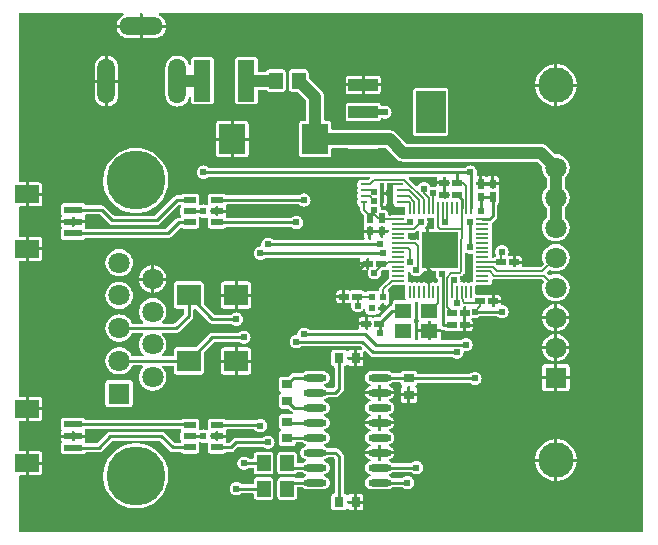
<source format=gtl>
G04 Layer: TopLayer*
G04 EasyEDA v6.5.32, 2023-07-27 18:43:02*
G04 c15d88bf44794416bd69d8e6bd355938,5a6b42c53f6a479593ecc07194224c93,10*
G04 Gerber Generator version 0.2*
G04 Scale: 100 percent, Rotated: No, Reflected: No *
G04 Dimensions in millimeters *
G04 leading zeros omitted , absolute positions ,4 integer and 5 decimal *
%FSLAX45Y45*%
%MOMM*%

%AMMACRO1*21,1,$1,$2,0,0,$3*%
%ADD10C,0.2540*%
%ADD11C,1.0000*%
%ADD12C,0.1270*%
%ADD13C,0.2000*%
%ADD14C,0.5000*%
%ADD15R,0.8000X0.9000*%
%ADD16R,0.9000X0.8000*%
%ADD17MACRO1,2.592X2.2075X90.0000*%
%ADD18R,1.0720X0.5320*%
%ADD19R,1.5500X0.6000*%
%ADD20R,2.0000X1.5000*%
%ADD21MACRO1,0.54X0.7901X0.0000*%
%ADD22R,0.5400X0.7901*%
%ADD23MACRO1,0.54X0.7901X-90.0000*%
%ADD24MACRO1,1.2X1.4X90.0000*%
%ADD25R,1.4000X1.2000*%
%ADD26MACRO1,1.2X1.4X-90.0000*%
%ADD27R,1.1000X0.2000*%
%ADD28R,0.2000X1.1000*%
%ADD29R,3.1000X3.1000*%
%ADD30MACRO1,0.54X0.7901X90.0000*%
%ADD31R,0.6000X0.2800*%
%ADD32R,0.3000X1.7000*%
%ADD33R,0.5500X0.5500*%
%ADD34MACRO1,1.377X1.1325X90.0000*%
%ADD35MACRO1,3.4992X1.4067X90.0000*%
%ADD36O,1.9709892X0.6020054*%
%ADD37R,2.0000X1.8000*%
%ADD38MACRO1,1.05X2.465X-90.0000*%
%ADD39MACRO1,3.54X2.465X90.0000*%
%ADD40R,1.8000X1.8000*%
%ADD41C,1.8000*%
%ADD42C,5.0000*%
%ADD43O,3.6999926000000003X1.499997*%
%ADD44O,1.499997X3.7999924*%
%ADD45C,3.0000*%
%ADD46C,0.6096*%
%ADD47C,0.0120*%

%LPD*%
G36*
X40930068Y25908D02*
G01*
X40926156Y26670D01*
X40922905Y28905D01*
X40920670Y32156D01*
X40919908Y36068D01*
X40919908Y497128D01*
X40920670Y500989D01*
X40922905Y504291D01*
X40926156Y506526D01*
X40930068Y507288D01*
X40979648Y507288D01*
X40979648Y595477D01*
X40930068Y595477D01*
X40926156Y596239D01*
X40922905Y598474D01*
X40920670Y601776D01*
X40919908Y605637D01*
X40919908Y610717D01*
X40920670Y614629D01*
X40922905Y617931D01*
X40926156Y620115D01*
X40930068Y620877D01*
X40979648Y620877D01*
X40979648Y709117D01*
X40930068Y709117D01*
X40926156Y709879D01*
X40922905Y712063D01*
X40920670Y715365D01*
X40919908Y719277D01*
X40919908Y957122D01*
X40920670Y961034D01*
X40922905Y964336D01*
X40926156Y966520D01*
X40930068Y967282D01*
X40979648Y967282D01*
X40979648Y1055522D01*
X40930068Y1055522D01*
X40926156Y1056284D01*
X40922905Y1058468D01*
X40920670Y1061770D01*
X40919908Y1065682D01*
X40919908Y1070762D01*
X40920670Y1074623D01*
X40922905Y1077925D01*
X40926156Y1080160D01*
X40930068Y1080922D01*
X40979648Y1080922D01*
X40979648Y1169111D01*
X40930068Y1169111D01*
X40926156Y1169873D01*
X40922905Y1172108D01*
X40920670Y1175410D01*
X40919908Y1179271D01*
X40919908Y2313228D01*
X40920670Y2317089D01*
X40922905Y2320391D01*
X40926156Y2322626D01*
X40930068Y2323388D01*
X40979648Y2323388D01*
X40979648Y2411577D01*
X40930068Y2411577D01*
X40926156Y2412339D01*
X40922905Y2414574D01*
X40920670Y2417876D01*
X40919908Y2421737D01*
X40919908Y2426817D01*
X40920670Y2430729D01*
X40922905Y2434031D01*
X40926156Y2436215D01*
X40930068Y2436977D01*
X40979648Y2436977D01*
X40979648Y2525217D01*
X40930068Y2525217D01*
X40926156Y2525979D01*
X40922905Y2528163D01*
X40920670Y2531465D01*
X40919908Y2535377D01*
X40919908Y2773222D01*
X40920670Y2777134D01*
X40922905Y2780436D01*
X40926156Y2782620D01*
X40930068Y2783382D01*
X40979648Y2783382D01*
X40979648Y2871622D01*
X40930068Y2871622D01*
X40926156Y2872384D01*
X40922905Y2874568D01*
X40920670Y2877870D01*
X40919908Y2881782D01*
X40919908Y2886862D01*
X40920670Y2890723D01*
X40922905Y2894025D01*
X40926156Y2896260D01*
X40930068Y2897022D01*
X40979648Y2897022D01*
X40979648Y2985211D01*
X40930068Y2985211D01*
X40926156Y2985973D01*
X40922905Y2988208D01*
X40920670Y2991510D01*
X40919908Y2995371D01*
X40919908Y4408932D01*
X40920670Y4412843D01*
X40922905Y4416094D01*
X40926156Y4418330D01*
X40930068Y4419092D01*
X41797782Y4419092D01*
X41802151Y4418076D01*
X41805707Y4415282D01*
X41807638Y4411218D01*
X41807688Y4406747D01*
X41805758Y4402683D01*
X41802253Y4399838D01*
X41795547Y4396536D01*
X41784574Y4389170D01*
X41774668Y4380484D01*
X41765982Y4370578D01*
X41758666Y4359605D01*
X41752824Y4347768D01*
X41748557Y4335272D01*
X41745966Y4321860D01*
X41943324Y4321860D01*
X41943324Y4408932D01*
X41944086Y4412843D01*
X41946271Y4416094D01*
X41949573Y4418330D01*
X41953484Y4419092D01*
X41958564Y4419092D01*
X41962425Y4418330D01*
X41965727Y4416094D01*
X41967962Y4412843D01*
X41968724Y4408932D01*
X41968724Y4321860D01*
X42166082Y4321860D01*
X42163441Y4335272D01*
X42159224Y4347768D01*
X42153382Y4359605D01*
X42146067Y4370578D01*
X42137330Y4380484D01*
X42127424Y4389170D01*
X42116451Y4396536D01*
X42109796Y4399838D01*
X42106291Y4402683D01*
X42104360Y4406747D01*
X42104360Y4411218D01*
X42106342Y4415282D01*
X42109847Y4418076D01*
X42114266Y4419092D01*
X46191932Y4419092D01*
X46195843Y4418330D01*
X46199094Y4416094D01*
X46201330Y4412843D01*
X46202092Y4408932D01*
X46202092Y36068D01*
X46201330Y32156D01*
X46199094Y28905D01*
X46195843Y26670D01*
X46191932Y25908D01*
G37*

%LPC*%
G36*
X41846347Y4208221D02*
G01*
X41943324Y4208221D01*
X41943324Y4296460D01*
X41745966Y4296460D01*
X41748557Y4283049D01*
X41752824Y4270552D01*
X41758666Y4258716D01*
X41765982Y4247743D01*
X41774668Y4237837D01*
X41784574Y4229100D01*
X41795547Y4221784D01*
X41807384Y4215942D01*
X41819880Y4211726D01*
X41832834Y4209135D01*
G37*
G36*
X41898417Y226923D02*
G01*
X41921531Y226923D01*
X41944544Y228854D01*
X41967353Y232714D01*
X41989756Y238455D01*
X42011549Y246075D01*
X42032682Y255473D01*
X42052900Y266598D01*
X42072153Y279400D01*
X42090289Y293725D01*
X42107104Y309575D01*
X42122547Y326745D01*
X42136517Y345135D01*
X42148912Y364642D01*
X42159631Y385114D01*
X42168572Y406450D01*
X42175734Y428396D01*
X42181018Y450900D01*
X42184370Y473760D01*
X42185844Y496824D01*
X42185336Y519938D01*
X42182948Y542899D01*
X42178579Y565607D01*
X42172382Y587857D01*
X42164304Y609498D01*
X42154500Y630428D01*
X42142918Y650443D01*
X42129760Y669391D01*
X42115028Y687222D01*
X42098874Y703732D01*
X42081348Y718820D01*
X42062654Y732383D01*
X42042892Y744372D01*
X42022217Y754634D01*
X42000728Y763168D01*
X41978580Y769823D01*
X41955974Y774649D01*
X41933063Y777544D01*
X41910000Y778510D01*
X41886886Y777544D01*
X41863975Y774649D01*
X41841369Y769823D01*
X41819271Y763168D01*
X41797782Y754634D01*
X41777056Y744372D01*
X41757295Y732383D01*
X41738600Y718820D01*
X41721125Y703732D01*
X41704971Y687222D01*
X41690239Y669391D01*
X41677031Y650443D01*
X41665499Y630428D01*
X41655644Y609498D01*
X41647567Y587857D01*
X41641369Y565607D01*
X41637051Y542899D01*
X41634613Y519938D01*
X41634156Y496824D01*
X41635578Y473760D01*
X41638982Y450900D01*
X41644265Y428396D01*
X41651377Y406450D01*
X41660368Y385114D01*
X41671036Y364642D01*
X41683432Y345135D01*
X41697402Y326745D01*
X41712845Y309575D01*
X41729710Y293725D01*
X41747795Y279400D01*
X41767048Y266598D01*
X41787318Y255473D01*
X41808400Y246075D01*
X41830244Y238455D01*
X41852646Y232714D01*
X41875405Y228854D01*
G37*
G36*
X43783402Y292100D02*
G01*
X43836590Y292100D01*
X43836590Y323850D01*
X43835878Y330149D01*
X43833999Y335635D01*
X43830900Y340512D01*
X43826785Y344627D01*
X43821908Y347675D01*
X43816422Y349605D01*
X43810123Y350316D01*
X43783402Y350316D01*
G37*
G36*
X42935042Y298958D02*
G01*
X43047158Y298958D01*
X43053457Y299669D01*
X43058943Y301548D01*
X43063820Y304647D01*
X43067935Y308711D01*
X43070983Y313639D01*
X43072913Y319074D01*
X43073624Y325424D01*
X43073624Y461975D01*
X43072913Y468325D01*
X43070983Y473760D01*
X43067935Y478688D01*
X43063820Y482752D01*
X43058943Y485851D01*
X43053457Y487730D01*
X43047158Y488442D01*
X42935042Y488442D01*
X42928692Y487730D01*
X42923256Y485851D01*
X42918380Y482752D01*
X42914265Y478688D01*
X42911166Y473760D01*
X42909286Y468325D01*
X42908575Y461975D01*
X42908575Y442468D01*
X42907762Y438556D01*
X42905578Y435305D01*
X42902276Y433070D01*
X42898415Y432308D01*
X42805908Y432308D01*
X42801997Y433070D01*
X42798695Y435305D01*
X42797120Y436880D01*
X42789094Y442518D01*
X42780153Y446633D01*
X42770704Y449173D01*
X42760900Y450037D01*
X42751095Y449173D01*
X42741646Y446633D01*
X42732706Y442518D01*
X42724679Y436880D01*
X42717720Y429920D01*
X42712081Y421893D01*
X42707966Y412953D01*
X42705426Y403504D01*
X42704562Y393700D01*
X42705426Y383895D01*
X42707966Y374446D01*
X42712081Y365506D01*
X42717720Y357479D01*
X42724679Y350520D01*
X42732706Y344881D01*
X42741646Y340766D01*
X42751095Y338226D01*
X42760900Y337362D01*
X42770704Y338226D01*
X42780153Y340766D01*
X42789094Y344881D01*
X42797120Y350520D01*
X42798695Y352094D01*
X42801997Y354330D01*
X42805908Y355092D01*
X42898415Y355092D01*
X42902276Y354330D01*
X42905578Y352094D01*
X42907762Y348843D01*
X42908575Y344932D01*
X42908575Y325424D01*
X42909286Y319074D01*
X42911166Y313639D01*
X42914265Y308711D01*
X42918380Y304647D01*
X42923256Y301548D01*
X42928692Y299669D01*
G37*
G36*
X44208700Y388162D02*
G01*
X44218504Y389026D01*
X44227953Y391566D01*
X44236894Y395681D01*
X44244920Y401320D01*
X44251880Y408279D01*
X44257518Y416306D01*
X44261633Y425246D01*
X44264173Y434695D01*
X44265037Y444500D01*
X44264173Y454304D01*
X44261633Y463753D01*
X44257518Y472693D01*
X44251880Y480720D01*
X44244920Y487680D01*
X44236894Y493318D01*
X44227953Y497433D01*
X44218504Y499973D01*
X44208700Y500837D01*
X44198895Y499973D01*
X44189446Y497433D01*
X44180506Y493318D01*
X44172479Y487680D01*
X44170904Y486105D01*
X44167602Y483870D01*
X44163691Y483108D01*
X44087135Y483108D01*
X44083274Y483870D01*
X44079972Y486105D01*
X44078652Y487375D01*
X44070676Y492963D01*
X44061837Y497078D01*
X44057773Y498195D01*
X44053861Y500227D01*
X44051169Y503682D01*
X44050254Y508000D01*
X44051169Y512318D01*
X44053861Y515772D01*
X44057773Y517804D01*
X44061837Y518922D01*
X44070676Y523036D01*
X44078652Y528624D01*
X44079972Y529894D01*
X44083274Y532130D01*
X44087135Y532892D01*
X44239891Y532892D01*
X44243802Y532130D01*
X44247104Y529894D01*
X44248679Y528320D01*
X44256706Y522681D01*
X44265646Y518566D01*
X44275095Y516026D01*
X44284900Y515162D01*
X44294704Y516026D01*
X44304153Y518566D01*
X44313094Y522681D01*
X44321120Y528320D01*
X44328080Y535279D01*
X44333718Y543306D01*
X44337833Y552246D01*
X44340373Y561695D01*
X44341237Y571500D01*
X44340373Y581304D01*
X44337833Y590753D01*
X44333718Y599694D01*
X44328080Y607720D01*
X44321120Y614680D01*
X44313094Y620318D01*
X44304153Y624433D01*
X44294704Y626973D01*
X44284900Y627837D01*
X44275095Y626973D01*
X44265646Y624433D01*
X44256706Y620318D01*
X44248679Y614680D01*
X44247104Y613105D01*
X44243802Y610870D01*
X44239891Y610108D01*
X44087135Y610108D01*
X44083274Y610870D01*
X44079972Y613105D01*
X44078652Y614375D01*
X44070676Y619963D01*
X44061837Y624078D01*
X44057773Y625195D01*
X44053861Y627227D01*
X44051169Y630682D01*
X44050254Y635000D01*
X44051169Y639318D01*
X44053861Y642772D01*
X44057773Y644804D01*
X44061837Y645922D01*
X44070676Y650036D01*
X44078652Y655624D01*
X44085560Y662533D01*
X44091148Y670509D01*
X44095314Y679348D01*
X44097041Y685800D01*
X43986958Y685800D01*
X43986958Y637692D01*
X43986196Y633780D01*
X43983960Y630478D01*
X43980658Y628294D01*
X43976798Y627532D01*
X43971718Y627532D01*
X43967806Y628294D01*
X43964504Y630478D01*
X43962320Y633780D01*
X43961558Y637692D01*
X43961558Y685800D01*
X43851474Y685800D01*
X43853201Y679348D01*
X43857316Y670509D01*
X43862904Y662533D01*
X43869813Y655624D01*
X43877839Y650036D01*
X43886678Y645922D01*
X43890742Y644804D01*
X43894654Y642772D01*
X43897296Y639318D01*
X43898261Y635000D01*
X43897296Y630682D01*
X43894654Y627227D01*
X43890742Y625195D01*
X43886678Y624078D01*
X43877839Y619963D01*
X43869813Y614375D01*
X43862904Y607466D01*
X43857316Y599490D01*
X43853201Y590651D01*
X43850661Y581202D01*
X43849848Y571500D01*
X43850661Y561797D01*
X43853201Y552348D01*
X43857316Y543509D01*
X43862904Y535533D01*
X43869813Y528624D01*
X43877839Y523036D01*
X43886678Y518922D01*
X43890742Y517804D01*
X43894654Y515772D01*
X43897296Y512318D01*
X43898261Y508000D01*
X43897296Y503682D01*
X43894654Y500227D01*
X43890742Y498195D01*
X43886678Y497078D01*
X43877839Y492963D01*
X43869813Y487375D01*
X43862904Y480466D01*
X43857316Y472490D01*
X43853201Y463651D01*
X43850661Y454202D01*
X43849848Y444500D01*
X43850661Y434797D01*
X43853201Y425348D01*
X43857316Y416509D01*
X43862904Y408533D01*
X43869813Y401624D01*
X43877839Y396036D01*
X43886678Y391922D01*
X43896076Y389382D01*
X43906236Y388467D01*
X44042279Y388467D01*
X44052439Y389382D01*
X44061837Y391922D01*
X44070676Y396036D01*
X44078652Y401624D01*
X44079972Y402894D01*
X44083274Y405130D01*
X44087135Y405892D01*
X44163691Y405892D01*
X44167602Y405130D01*
X44170904Y402894D01*
X44172479Y401320D01*
X44180506Y395681D01*
X44189446Y391566D01*
X44198895Y389026D01*
G37*
G36*
X45453300Y459587D02*
G01*
X45453300Y622300D01*
X45290740Y622300D01*
X45292213Y607923D01*
X45295921Y590194D01*
X45301408Y572973D01*
X45308672Y556361D01*
X45317562Y540613D01*
X45328078Y525830D01*
X45340016Y512216D01*
X45353325Y499922D01*
X45367803Y489051D01*
X45383348Y479755D01*
X45399756Y472084D01*
X45416825Y466090D01*
X45434453Y461975D01*
G37*
G36*
X45478700Y459790D02*
G01*
X45488606Y460552D01*
X45506386Y463804D01*
X45523810Y468884D01*
X45540574Y475691D01*
X45556525Y484225D01*
X45571562Y494334D01*
X45585481Y505917D01*
X45598130Y518871D01*
X45609357Y533095D01*
X45619060Y548386D01*
X45627188Y564540D01*
X45633538Y581507D01*
X45638161Y599033D01*
X45640955Y616915D01*
X45641260Y622300D01*
X45478700Y622300D01*
G37*
G36*
X41005048Y507288D02*
G01*
X41091764Y507288D01*
X41098114Y508000D01*
X41103550Y509930D01*
X41108477Y512978D01*
X41112541Y517093D01*
X41115640Y521970D01*
X41117520Y527456D01*
X41118282Y533755D01*
X41118282Y595477D01*
X41005048Y595477D01*
G37*
G36*
X42935042Y514858D02*
G01*
X43047158Y514858D01*
X43053457Y515569D01*
X43058943Y517448D01*
X43063820Y520547D01*
X43067935Y524611D01*
X43070983Y529539D01*
X43072913Y534974D01*
X43073624Y541324D01*
X43073624Y677875D01*
X43072913Y684225D01*
X43070983Y689660D01*
X43067935Y694588D01*
X43063820Y698652D01*
X43058943Y701751D01*
X43053457Y703630D01*
X43047158Y704342D01*
X42935042Y704342D01*
X42928692Y703630D01*
X42923256Y701751D01*
X42918380Y698652D01*
X42914265Y694588D01*
X42911166Y689660D01*
X42909286Y684225D01*
X42908575Y677875D01*
X42908575Y658368D01*
X42907762Y654456D01*
X42905578Y651205D01*
X42902276Y648970D01*
X42898415Y648208D01*
X42869408Y648208D01*
X42865497Y648970D01*
X42862195Y651205D01*
X42860620Y652780D01*
X42852594Y658418D01*
X42843653Y662533D01*
X42834204Y665073D01*
X42824400Y665937D01*
X42814595Y665073D01*
X42805146Y662533D01*
X42796206Y658418D01*
X42788179Y652780D01*
X42781220Y645820D01*
X42775581Y637794D01*
X42771466Y628853D01*
X42768926Y619404D01*
X42768062Y609600D01*
X42768926Y599795D01*
X42771466Y590346D01*
X42775581Y581406D01*
X42781220Y573379D01*
X42788179Y566420D01*
X42796206Y560781D01*
X42805146Y556666D01*
X42814595Y554126D01*
X42824400Y553262D01*
X42834204Y554126D01*
X42843653Y556666D01*
X42852594Y560781D01*
X42860620Y566420D01*
X42862195Y567994D01*
X42865497Y570230D01*
X42869408Y570992D01*
X42898415Y570992D01*
X42902276Y570230D01*
X42905578Y567994D01*
X42907762Y564743D01*
X42908575Y560832D01*
X42908575Y541324D01*
X42909286Y534974D01*
X42911166Y529539D01*
X42914265Y524611D01*
X42918380Y520547D01*
X42923256Y517448D01*
X42928692Y515569D01*
G37*
G36*
X41005048Y620877D02*
G01*
X41118282Y620877D01*
X41118282Y682599D01*
X41117520Y688949D01*
X41115640Y694385D01*
X41112541Y699312D01*
X41108477Y703376D01*
X41103550Y706475D01*
X41098114Y708406D01*
X41091764Y709117D01*
X41005048Y709117D01*
G37*
G36*
X45478700Y647700D02*
G01*
X45641260Y647700D01*
X45640955Y653084D01*
X45638161Y670966D01*
X45633538Y688492D01*
X45627188Y705459D01*
X45619060Y721614D01*
X45609357Y736904D01*
X45598130Y751128D01*
X45585481Y764082D01*
X45571562Y775665D01*
X45556525Y785774D01*
X45540574Y794308D01*
X45523810Y801116D01*
X45506386Y806196D01*
X45488606Y809447D01*
X45478700Y810209D01*
G37*
G36*
X45290740Y647700D02*
G01*
X45453300Y647700D01*
X45453300Y810412D01*
X45434453Y808024D01*
X45416825Y803910D01*
X45399756Y797915D01*
X45383348Y790244D01*
X45367803Y780948D01*
X45353325Y770077D01*
X45340016Y757783D01*
X45328078Y744169D01*
X45317562Y729386D01*
X45308672Y713638D01*
X45301408Y697026D01*
X45295921Y679805D01*
X45292213Y662076D01*
G37*
G36*
X41302940Y682294D02*
G01*
X41456762Y682294D01*
X41463112Y683006D01*
X41468548Y684885D01*
X41473475Y687984D01*
X41477539Y692099D01*
X41479266Y694740D01*
X41481502Y697280D01*
X41484499Y698957D01*
X41487852Y699516D01*
X41593516Y699516D01*
X41601542Y700328D01*
X41608756Y702513D01*
X41615461Y706069D01*
X41621659Y711200D01*
X41707104Y796594D01*
X41710406Y798830D01*
X41714318Y799592D01*
X42105681Y799592D01*
X42109593Y798830D01*
X42112895Y796594D01*
X42193260Y716280D01*
X42199458Y711149D01*
X42206164Y707593D01*
X42213377Y705408D01*
X42221404Y704596D01*
X42284599Y704596D01*
X42288510Y703783D01*
X42291863Y701548D01*
X42296943Y696366D01*
X42301769Y693318D01*
X42307256Y691388D01*
X42313555Y690676D01*
X42419625Y690676D01*
X42425975Y691388D01*
X42431411Y693318D01*
X42436338Y696417D01*
X42440402Y700481D01*
X42443501Y705408D01*
X42445381Y710844D01*
X42446092Y717194D01*
X42446092Y769213D01*
X42445330Y776071D01*
X42445787Y780338D01*
X42447921Y784047D01*
X42451375Y786536D01*
X42455541Y787349D01*
X42459706Y786434D01*
X42462246Y785266D01*
X42471695Y782726D01*
X42481500Y781862D01*
X42491304Y782726D01*
X42500753Y785266D01*
X42503293Y786434D01*
X42507458Y787349D01*
X42511624Y786536D01*
X42515078Y784047D01*
X42517212Y780338D01*
X42517669Y776071D01*
X42516907Y769213D01*
X42516907Y717194D01*
X42517618Y710844D01*
X42519498Y705408D01*
X42522597Y700481D01*
X42526661Y696417D01*
X42531588Y693318D01*
X42537024Y691388D01*
X42543374Y690676D01*
X42649444Y690676D01*
X42655744Y691388D01*
X42661230Y693318D01*
X42666056Y696366D01*
X42671136Y701548D01*
X42674489Y703783D01*
X42678400Y704596D01*
X42716196Y704596D01*
X42724222Y705408D01*
X42731436Y707593D01*
X42738141Y711149D01*
X42744339Y716280D01*
X42773904Y745794D01*
X42777206Y748030D01*
X42781118Y748792D01*
X42982591Y748792D01*
X42986502Y748030D01*
X42989804Y745794D01*
X42991379Y744220D01*
X42999406Y738581D01*
X43008346Y734466D01*
X43017795Y731926D01*
X43027600Y731062D01*
X43037404Y731926D01*
X43046853Y734466D01*
X43055794Y738581D01*
X43063820Y744220D01*
X43070780Y751179D01*
X43076418Y759206D01*
X43080533Y768146D01*
X43083073Y777595D01*
X43083937Y787400D01*
X43083073Y797204D01*
X43080533Y806653D01*
X43076418Y815594D01*
X43070780Y823620D01*
X43063820Y830580D01*
X43055794Y836218D01*
X43046853Y840333D01*
X43037404Y842873D01*
X43027600Y843737D01*
X43017795Y842873D01*
X43008346Y840333D01*
X42999406Y836218D01*
X42991379Y830580D01*
X42989804Y829005D01*
X42986502Y826769D01*
X42982591Y826008D01*
X42761408Y826008D01*
X42753381Y825195D01*
X42746168Y823010D01*
X42739462Y819454D01*
X42733264Y814324D01*
X42703699Y784809D01*
X42700397Y782574D01*
X42696485Y781812D01*
X42679975Y781812D01*
X42675810Y782726D01*
X42672355Y785266D01*
X42670272Y789025D01*
X42669917Y793343D01*
X42671390Y797356D01*
X42673270Y800404D01*
X42675200Y805840D01*
X42675911Y812190D01*
X42675911Y825500D01*
X42609109Y825500D01*
X42609109Y805891D01*
X42608347Y801979D01*
X42606112Y798677D01*
X42602810Y796493D01*
X42598949Y795731D01*
X42593869Y795731D01*
X42589958Y796493D01*
X42586656Y798677D01*
X42584471Y801979D01*
X42583709Y805891D01*
X42583709Y825500D01*
X42547844Y825500D01*
X42543933Y826262D01*
X42540631Y828497D01*
X42538446Y831748D01*
X42537684Y835660D01*
X42537684Y840740D01*
X42538446Y844651D01*
X42540631Y847902D01*
X42543933Y850137D01*
X42547844Y850900D01*
X42583709Y850900D01*
X42583709Y870508D01*
X42584471Y874420D01*
X42586656Y877722D01*
X42589958Y879906D01*
X42593869Y880668D01*
X42598949Y880668D01*
X42602810Y879906D01*
X42606112Y877722D01*
X42608347Y874420D01*
X42609109Y870508D01*
X42609109Y850900D01*
X42675911Y850900D01*
X42675911Y864209D01*
X42675200Y870559D01*
X42673270Y875995D01*
X42671390Y879043D01*
X42669917Y883056D01*
X42670272Y887374D01*
X42672355Y891133D01*
X42675810Y893673D01*
X42679975Y894587D01*
X42913046Y894587D01*
X42916957Y893826D01*
X42920259Y891590D01*
X42927879Y883919D01*
X42935906Y878281D01*
X42944846Y874166D01*
X42954295Y871626D01*
X42964100Y870762D01*
X42973904Y871626D01*
X42983353Y874166D01*
X42992294Y878281D01*
X43000320Y883919D01*
X43007280Y890879D01*
X43012918Y898906D01*
X43017033Y907846D01*
X43019573Y917295D01*
X43020437Y927100D01*
X43019573Y936904D01*
X43017033Y946353D01*
X43012918Y955294D01*
X43007280Y963320D01*
X43000320Y970280D01*
X42992294Y975918D01*
X42983353Y980033D01*
X42973904Y982573D01*
X42964100Y983437D01*
X42954295Y982573D01*
X42944846Y980033D01*
X42935906Y975918D01*
X42932705Y973632D01*
X42929911Y972261D01*
X42926863Y971803D01*
X42678400Y971803D01*
X42674489Y972616D01*
X42671136Y974852D01*
X42666056Y980033D01*
X42661230Y983081D01*
X42655744Y985012D01*
X42649444Y985723D01*
X42543374Y985723D01*
X42537024Y985012D01*
X42531588Y983081D01*
X42526661Y979982D01*
X42522597Y975918D01*
X42519498Y970991D01*
X42517618Y965555D01*
X42516907Y959205D01*
X42516907Y907186D01*
X42517669Y900328D01*
X42517212Y896061D01*
X42515078Y892352D01*
X42511624Y889863D01*
X42507458Y889050D01*
X42503293Y889965D01*
X42500753Y891133D01*
X42491304Y893673D01*
X42481500Y894537D01*
X42471695Y893673D01*
X42462246Y891133D01*
X42459706Y889965D01*
X42455541Y889050D01*
X42451375Y889863D01*
X42447921Y892352D01*
X42445787Y896061D01*
X42445330Y900328D01*
X42446092Y907186D01*
X42446092Y959205D01*
X42445381Y965555D01*
X42443501Y970991D01*
X42440402Y975918D01*
X42436338Y979982D01*
X42431411Y983081D01*
X42425975Y985012D01*
X42419625Y985723D01*
X42313555Y985723D01*
X42307256Y985012D01*
X42301769Y983081D01*
X42293387Y977595D01*
X42289476Y976782D01*
X41487902Y976782D01*
X41484550Y977392D01*
X41481552Y979017D01*
X41479317Y981557D01*
X41477539Y984300D01*
X41473475Y988415D01*
X41468548Y991514D01*
X41463112Y993394D01*
X41456762Y994105D01*
X41302940Y994105D01*
X41296590Y993394D01*
X41291154Y991514D01*
X41286226Y988415D01*
X41282162Y984300D01*
X41279064Y979424D01*
X41277133Y973988D01*
X41276422Y967638D01*
X41276422Y908761D01*
X41277133Y902462D01*
X41279064Y896975D01*
X41281197Y893622D01*
X41282569Y890066D01*
X41282569Y886307D01*
X41281197Y882802D01*
X41279064Y879398D01*
X41277133Y873963D01*
X41276422Y867613D01*
X41276422Y850900D01*
X41367151Y850900D01*
X41367151Y872134D01*
X41367913Y876046D01*
X41370148Y879348D01*
X41373399Y881532D01*
X41377311Y882294D01*
X41382391Y882294D01*
X41386302Y881532D01*
X41389554Y879348D01*
X41391789Y876046D01*
X41392551Y872134D01*
X41392551Y850900D01*
X41483280Y850900D01*
X41483280Y867613D01*
X41482568Y873963D01*
X41480638Y879398D01*
X41478504Y882802D01*
X41477133Y886307D01*
X41477133Y890066D01*
X41479266Y894842D01*
X41481552Y897382D01*
X41484550Y899007D01*
X41487902Y899566D01*
X42281449Y899566D01*
X42284802Y899007D01*
X42287799Y897382D01*
X42290085Y894842D01*
X42292422Y891082D01*
X42293794Y887577D01*
X42293794Y883818D01*
X42292422Y880313D01*
X42289730Y875995D01*
X42287799Y870559D01*
X42287088Y864209D01*
X42287088Y812190D01*
X42287799Y805840D01*
X42289730Y800404D01*
X42291609Y797356D01*
X42293082Y793343D01*
X42292727Y789025D01*
X42290644Y785266D01*
X42287190Y782726D01*
X42283024Y781812D01*
X42241114Y781812D01*
X42237202Y782574D01*
X42233900Y784809D01*
X42153535Y865124D01*
X42147337Y870254D01*
X42140632Y873810D01*
X42133418Y875995D01*
X42125392Y876808D01*
X41694608Y876808D01*
X41686581Y875995D01*
X41679368Y873810D01*
X41672662Y870254D01*
X41666464Y865124D01*
X41581019Y779729D01*
X41577717Y777494D01*
X41573805Y776732D01*
X41487953Y776732D01*
X41484550Y777290D01*
X41481603Y778967D01*
X41478504Y782777D01*
X41477133Y786282D01*
X41477133Y790092D01*
X41478504Y793597D01*
X41480638Y796950D01*
X41482568Y802436D01*
X41483280Y808736D01*
X41483280Y825500D01*
X41392551Y825500D01*
X41392551Y804265D01*
X41391789Y800354D01*
X41389554Y797052D01*
X41386302Y794867D01*
X41382391Y794105D01*
X41377311Y794105D01*
X41373399Y794867D01*
X41370148Y797052D01*
X41367913Y800354D01*
X41367151Y804265D01*
X41367151Y825500D01*
X41276422Y825500D01*
X41276422Y808736D01*
X41277133Y802436D01*
X41279064Y796950D01*
X41281197Y793597D01*
X41282569Y790092D01*
X41282569Y786282D01*
X41281197Y782777D01*
X41279064Y779424D01*
X41277133Y773938D01*
X41276422Y767638D01*
X41276422Y708761D01*
X41277133Y702411D01*
X41279064Y696976D01*
X41282162Y692099D01*
X41286226Y687984D01*
X41291154Y684885D01*
X41296590Y683006D01*
G37*
G36*
X43851474Y711200D02*
G01*
X43961558Y711200D01*
X43961558Y759307D01*
X43962320Y763219D01*
X43964504Y766521D01*
X43967806Y768705D01*
X43971718Y769467D01*
X43976798Y769467D01*
X43980658Y768705D01*
X43983960Y766521D01*
X43986196Y763219D01*
X43986958Y759307D01*
X43986958Y711200D01*
X44097041Y711200D01*
X44095314Y717651D01*
X44091148Y726490D01*
X44085560Y734466D01*
X44078652Y741375D01*
X44070676Y746963D01*
X44061837Y751078D01*
X44057773Y752195D01*
X44053861Y754227D01*
X44051169Y757682D01*
X44050254Y762000D01*
X44051169Y766318D01*
X44053861Y769772D01*
X44057773Y771804D01*
X44061837Y772922D01*
X44070676Y777036D01*
X44078652Y782624D01*
X44085560Y789533D01*
X44091148Y797509D01*
X44095314Y806348D01*
X44097803Y815797D01*
X44098667Y825500D01*
X44097803Y835202D01*
X44095314Y844651D01*
X44091148Y853490D01*
X44085560Y861466D01*
X44078652Y868375D01*
X44070676Y873963D01*
X44061837Y878078D01*
X44057773Y879195D01*
X44053861Y881227D01*
X44051169Y884682D01*
X44050254Y889000D01*
X44051169Y893318D01*
X44053861Y896772D01*
X44057773Y898804D01*
X44061837Y899921D01*
X44070676Y904036D01*
X44078652Y909624D01*
X44085560Y916533D01*
X44091148Y924509D01*
X44095314Y933348D01*
X44097041Y939800D01*
X43986958Y939800D01*
X43986958Y891692D01*
X43986196Y887780D01*
X43983960Y884478D01*
X43980658Y882294D01*
X43976798Y881532D01*
X43971718Y881532D01*
X43967806Y882294D01*
X43964504Y884478D01*
X43962320Y887780D01*
X43961558Y891692D01*
X43961558Y939800D01*
X43851474Y939800D01*
X43853201Y933348D01*
X43857316Y924509D01*
X43862904Y916533D01*
X43869813Y909624D01*
X43877839Y904036D01*
X43886678Y899921D01*
X43890742Y898804D01*
X43894654Y896772D01*
X43897296Y893318D01*
X43898261Y889000D01*
X43897296Y884682D01*
X43894654Y881227D01*
X43890742Y879195D01*
X43886678Y878078D01*
X43877839Y873963D01*
X43869813Y868375D01*
X43862904Y861466D01*
X43857316Y853490D01*
X43853201Y844651D01*
X43850661Y835202D01*
X43849848Y825500D01*
X43850661Y815797D01*
X43853201Y806348D01*
X43857316Y797509D01*
X43862904Y789533D01*
X43869813Y782624D01*
X43877839Y777036D01*
X43886678Y772922D01*
X43890742Y771804D01*
X43894654Y769772D01*
X43897296Y766318D01*
X43898261Y762000D01*
X43897296Y757682D01*
X43894654Y754227D01*
X43890742Y752195D01*
X43886678Y751078D01*
X43877839Y746963D01*
X43869813Y741375D01*
X43862904Y734466D01*
X43857316Y726490D01*
X43853201Y717651D01*
G37*
G36*
X43851474Y965200D02*
G01*
X43961558Y965200D01*
X43961558Y1013307D01*
X43962320Y1017219D01*
X43964504Y1020521D01*
X43967806Y1022705D01*
X43971718Y1023467D01*
X43976798Y1023467D01*
X43980658Y1022705D01*
X43983960Y1020521D01*
X43986196Y1017219D01*
X43986958Y1013307D01*
X43986958Y965200D01*
X44097041Y965200D01*
X44095314Y971651D01*
X44091148Y980490D01*
X44085560Y988466D01*
X44078652Y995375D01*
X44070676Y1000963D01*
X44061837Y1005078D01*
X44057773Y1006195D01*
X44053861Y1008227D01*
X44051169Y1011682D01*
X44050254Y1016000D01*
X44051169Y1020318D01*
X44053861Y1023772D01*
X44057773Y1025804D01*
X44061837Y1026921D01*
X44070676Y1031036D01*
X44078652Y1036624D01*
X44085560Y1043533D01*
X44091148Y1051509D01*
X44095314Y1060348D01*
X44097803Y1069797D01*
X44098667Y1079500D01*
X44097803Y1089202D01*
X44095314Y1098651D01*
X44091148Y1107490D01*
X44085560Y1115466D01*
X44078652Y1122375D01*
X44070676Y1127963D01*
X44061837Y1132078D01*
X44057773Y1133195D01*
X44053861Y1135227D01*
X44051169Y1138682D01*
X44050254Y1143000D01*
X44051169Y1147318D01*
X44053861Y1150772D01*
X44057773Y1152804D01*
X44061837Y1153922D01*
X44070676Y1158036D01*
X44078652Y1163624D01*
X44085560Y1170533D01*
X44091148Y1178509D01*
X44095314Y1187348D01*
X44097041Y1193800D01*
X43986958Y1193800D01*
X43986958Y1145692D01*
X43986196Y1141780D01*
X43983960Y1138478D01*
X43980658Y1136294D01*
X43976798Y1135532D01*
X43971718Y1135532D01*
X43967806Y1136294D01*
X43964504Y1138478D01*
X43962320Y1141780D01*
X43961558Y1145692D01*
X43961558Y1193800D01*
X43851474Y1193800D01*
X43853201Y1187348D01*
X43857316Y1178509D01*
X43862904Y1170533D01*
X43869813Y1163624D01*
X43877839Y1158036D01*
X43886678Y1153922D01*
X43890742Y1152804D01*
X43894654Y1150772D01*
X43897296Y1147318D01*
X43898261Y1143000D01*
X43897296Y1138682D01*
X43894654Y1135227D01*
X43890742Y1133195D01*
X43886678Y1132078D01*
X43877839Y1127963D01*
X43869813Y1122375D01*
X43862904Y1115466D01*
X43857316Y1107490D01*
X43853201Y1098651D01*
X43850661Y1089202D01*
X43849848Y1079500D01*
X43850661Y1069797D01*
X43853201Y1060348D01*
X43857316Y1051509D01*
X43862904Y1043533D01*
X43869813Y1036624D01*
X43877839Y1031036D01*
X43886678Y1026921D01*
X43890742Y1025804D01*
X43894654Y1023772D01*
X43897296Y1020318D01*
X43898261Y1016000D01*
X43897296Y1011682D01*
X43894654Y1008227D01*
X43890742Y1006195D01*
X43886678Y1005078D01*
X43877839Y1000963D01*
X43869813Y995375D01*
X43862904Y988466D01*
X43857316Y980490D01*
X43853201Y971651D01*
G37*
G36*
X41005048Y967282D02*
G01*
X41091764Y967282D01*
X41098114Y967994D01*
X41103550Y969924D01*
X41108477Y973023D01*
X41112541Y977087D01*
X41115640Y982014D01*
X41117520Y987450D01*
X41118282Y993800D01*
X41118282Y1055522D01*
X41005048Y1055522D01*
G37*
G36*
X41005048Y1080922D02*
G01*
X41118282Y1080922D01*
X41118282Y1142644D01*
X41117520Y1148943D01*
X41115640Y1154430D01*
X41112541Y1159306D01*
X41108477Y1163421D01*
X41103550Y1166469D01*
X41098114Y1168400D01*
X41091764Y1169111D01*
X41005048Y1169111D01*
G37*
G36*
X41678555Y1082649D02*
G01*
X41857422Y1082649D01*
X41863772Y1083360D01*
X41869207Y1085291D01*
X41874135Y1088390D01*
X41878199Y1092454D01*
X41881298Y1097381D01*
X41883177Y1102817D01*
X41883888Y1109167D01*
X41883888Y1287983D01*
X41883177Y1294333D01*
X41881298Y1299768D01*
X41878199Y1304696D01*
X41874135Y1308760D01*
X41869207Y1311859D01*
X41863772Y1313789D01*
X41857422Y1314500D01*
X41678555Y1314500D01*
X41672256Y1313789D01*
X41666769Y1311859D01*
X41661892Y1308760D01*
X41657778Y1304696D01*
X41654730Y1299768D01*
X41652799Y1294333D01*
X41652088Y1287983D01*
X41652088Y1109167D01*
X41652799Y1102817D01*
X41654730Y1097381D01*
X41657778Y1092454D01*
X41661892Y1088390D01*
X41666769Y1085291D01*
X41672256Y1083360D01*
G37*
G36*
X44176950Y1121410D02*
G01*
X44208700Y1121410D01*
X44208700Y1174597D01*
X44150483Y1174597D01*
X44150483Y1147876D01*
X44151194Y1141577D01*
X44153124Y1136091D01*
X44156172Y1131214D01*
X44160287Y1127099D01*
X44165164Y1124000D01*
X44170650Y1122121D01*
G37*
G36*
X44234100Y1121410D02*
G01*
X44265850Y1121410D01*
X44272149Y1122121D01*
X44277635Y1124000D01*
X44282512Y1127099D01*
X44286627Y1131214D01*
X44289675Y1136091D01*
X44291605Y1141577D01*
X44292316Y1147876D01*
X44292316Y1174597D01*
X44234100Y1174597D01*
G37*
G36*
X44150483Y1199997D02*
G01*
X44208700Y1199997D01*
X44208700Y1251204D01*
X44209462Y1255115D01*
X44211697Y1258417D01*
X44214948Y1260602D01*
X44218860Y1261364D01*
X44223940Y1261364D01*
X44227851Y1260602D01*
X44231102Y1258417D01*
X44233338Y1255115D01*
X44234100Y1251204D01*
X44234100Y1199997D01*
X44292316Y1199997D01*
X44292316Y1226718D01*
X44291605Y1233068D01*
X44289675Y1238504D01*
X44286627Y1243431D01*
X44282512Y1247495D01*
X44280632Y1248714D01*
X44277686Y1251508D01*
X44276060Y1255268D01*
X44276060Y1259332D01*
X44277686Y1263091D01*
X44280632Y1265885D01*
X44282512Y1267104D01*
X44286627Y1271168D01*
X44289675Y1276096D01*
X44291758Y1281988D01*
X44293891Y1285544D01*
X44297295Y1287932D01*
X44301359Y1288796D01*
X44735089Y1288796D01*
X44739001Y1288034D01*
X44742303Y1285798D01*
X44743979Y1284122D01*
X44752006Y1278483D01*
X44760946Y1274368D01*
X44770395Y1271828D01*
X44780200Y1270965D01*
X44790004Y1271828D01*
X44799453Y1274368D01*
X44808394Y1278483D01*
X44816420Y1284122D01*
X44823380Y1291082D01*
X44829018Y1299108D01*
X44833133Y1308049D01*
X44835673Y1317498D01*
X44836537Y1327302D01*
X44835673Y1337106D01*
X44833133Y1346555D01*
X44829018Y1355496D01*
X44823380Y1363522D01*
X44816420Y1370482D01*
X44808394Y1376121D01*
X44799453Y1380236D01*
X44790004Y1382776D01*
X44780200Y1383639D01*
X44770395Y1382776D01*
X44760946Y1380236D01*
X44752006Y1376121D01*
X44743979Y1370482D01*
X44742506Y1369009D01*
X44739204Y1366774D01*
X44735292Y1366012D01*
X44301257Y1366012D01*
X44297193Y1366875D01*
X44293840Y1369263D01*
X44291656Y1372819D01*
X44289675Y1378508D01*
X44286627Y1383385D01*
X44282512Y1387500D01*
X44277635Y1390599D01*
X44272149Y1392478D01*
X44265850Y1393190D01*
X44176950Y1393190D01*
X44170650Y1392478D01*
X44165164Y1390599D01*
X44160287Y1387500D01*
X44156274Y1383487D01*
X44152362Y1377035D01*
X44150076Y1374394D01*
X44147079Y1372717D01*
X44143676Y1372108D01*
X44087135Y1372108D01*
X44083274Y1372870D01*
X44079972Y1375105D01*
X44078652Y1376375D01*
X44070676Y1381963D01*
X44061837Y1386078D01*
X44052439Y1388618D01*
X44042279Y1389532D01*
X43906236Y1389532D01*
X43896076Y1388618D01*
X43886678Y1386078D01*
X43877839Y1381963D01*
X43869813Y1376375D01*
X43862904Y1369466D01*
X43857316Y1361490D01*
X43853201Y1352651D01*
X43850661Y1343202D01*
X43849848Y1333500D01*
X43850661Y1323797D01*
X43853201Y1314348D01*
X43857316Y1305509D01*
X43862904Y1297533D01*
X43869813Y1290624D01*
X43877839Y1285036D01*
X43886678Y1280922D01*
X43890742Y1279804D01*
X43894654Y1277772D01*
X43897296Y1274318D01*
X43898261Y1270000D01*
X43897296Y1265682D01*
X43894654Y1262227D01*
X43890742Y1260195D01*
X43886678Y1259078D01*
X43877839Y1254963D01*
X43869813Y1249375D01*
X43862904Y1242466D01*
X43857316Y1234490D01*
X43853201Y1225651D01*
X43851474Y1219200D01*
X43961558Y1219200D01*
X43961558Y1267307D01*
X43962320Y1271219D01*
X43964504Y1274521D01*
X43967806Y1276705D01*
X43971718Y1277467D01*
X43976798Y1277467D01*
X43980658Y1276705D01*
X43983960Y1274521D01*
X43986196Y1271219D01*
X43986958Y1267307D01*
X43986958Y1219200D01*
X44097041Y1219200D01*
X44095314Y1225651D01*
X44091148Y1234490D01*
X44085560Y1242466D01*
X44078652Y1249375D01*
X44070676Y1254963D01*
X44061837Y1259078D01*
X44057773Y1260195D01*
X44053861Y1262227D01*
X44051169Y1265682D01*
X44050254Y1270000D01*
X44051169Y1274318D01*
X44053861Y1277772D01*
X44057773Y1279804D01*
X44061837Y1280922D01*
X44070676Y1285036D01*
X44078652Y1290624D01*
X44079972Y1291894D01*
X44083274Y1294130D01*
X44087135Y1294892D01*
X44140628Y1294892D01*
X44144234Y1294231D01*
X44147384Y1292301D01*
X44149670Y1289405D01*
X44150737Y1285849D01*
X44151194Y1281531D01*
X44153124Y1276096D01*
X44156172Y1271168D01*
X44160287Y1267104D01*
X44162167Y1265885D01*
X44165113Y1263091D01*
X44166739Y1259332D01*
X44166739Y1255268D01*
X44165113Y1251508D01*
X44162167Y1248714D01*
X44160287Y1247495D01*
X44156172Y1243431D01*
X44153124Y1238504D01*
X44151194Y1233068D01*
X44150483Y1226718D01*
G37*
G36*
X45376592Y1217574D02*
G01*
X45453300Y1217574D01*
X45453300Y1320800D01*
X45350125Y1320800D01*
X45350125Y1244041D01*
X45350836Y1237742D01*
X45352716Y1232306D01*
X45355814Y1227378D01*
X45359878Y1223314D01*
X45364806Y1220216D01*
X45370242Y1218285D01*
G37*
G36*
X45478700Y1217574D02*
G01*
X45555458Y1217574D01*
X45561758Y1218285D01*
X45567244Y1220216D01*
X45572121Y1223314D01*
X45576236Y1227378D01*
X45579284Y1232306D01*
X45581214Y1237742D01*
X45581925Y1244041D01*
X45581925Y1320800D01*
X45478700Y1320800D01*
G37*
G36*
X42051986Y1221181D02*
G01*
X42066514Y1222095D01*
X42080840Y1224788D01*
X42094658Y1229309D01*
X42107815Y1235506D01*
X42120108Y1243279D01*
X42131335Y1252575D01*
X42141292Y1263192D01*
X42149826Y1274978D01*
X42156837Y1287729D01*
X42162222Y1301242D01*
X42165828Y1315313D01*
X42167657Y1329791D01*
X42167657Y1344320D01*
X42165828Y1358747D01*
X42162222Y1372870D01*
X42156837Y1386382D01*
X42149826Y1399133D01*
X42141292Y1410919D01*
X42134332Y1418336D01*
X42132250Y1421638D01*
X42131589Y1425498D01*
X42132453Y1429308D01*
X42134688Y1432560D01*
X42137939Y1434693D01*
X42141800Y1435404D01*
X42221658Y1435100D01*
X42225569Y1434338D01*
X42228820Y1432153D01*
X42231005Y1428851D01*
X42231818Y1424940D01*
X42231818Y1383792D01*
X42232529Y1377442D01*
X42234408Y1372006D01*
X42237507Y1367078D01*
X42241571Y1363014D01*
X42246499Y1359916D01*
X42251934Y1357985D01*
X42258284Y1357274D01*
X42457116Y1357274D01*
X42463466Y1357985D01*
X42468901Y1359916D01*
X42473829Y1363014D01*
X42477893Y1367078D01*
X42480992Y1372006D01*
X42482871Y1377442D01*
X42483633Y1383792D01*
X42483633Y1543507D01*
X42484395Y1547368D01*
X42486580Y1550670D01*
X42570704Y1634794D01*
X42574006Y1637030D01*
X42577918Y1637792D01*
X42779391Y1637792D01*
X42783302Y1637030D01*
X42786604Y1634794D01*
X42788179Y1633220D01*
X42796206Y1627581D01*
X42805146Y1623466D01*
X42814595Y1620926D01*
X42824400Y1620062D01*
X42834204Y1620926D01*
X42843653Y1623466D01*
X42852594Y1627581D01*
X42860620Y1633220D01*
X42867580Y1640179D01*
X42873218Y1648206D01*
X42877333Y1657146D01*
X42879873Y1666595D01*
X42880737Y1676400D01*
X42879873Y1686204D01*
X42877333Y1695653D01*
X42873218Y1704593D01*
X42867580Y1712620D01*
X42860620Y1719580D01*
X42852594Y1725218D01*
X42843653Y1729333D01*
X42834204Y1731873D01*
X42824400Y1732737D01*
X42814595Y1731873D01*
X42805146Y1729333D01*
X42796206Y1725218D01*
X42788179Y1719580D01*
X42786604Y1718005D01*
X42783302Y1715770D01*
X42779391Y1715007D01*
X42558208Y1715007D01*
X42550181Y1714195D01*
X42542968Y1712010D01*
X42536262Y1708454D01*
X42530064Y1703324D01*
X42418762Y1592072D01*
X42415510Y1589887D01*
X42411599Y1589125D01*
X42258284Y1589125D01*
X42251934Y1588414D01*
X42246499Y1586484D01*
X42241571Y1583385D01*
X42237507Y1579321D01*
X42234408Y1574393D01*
X42232529Y1568958D01*
X42231818Y1562608D01*
X42231818Y1522476D01*
X42231005Y1518615D01*
X42228820Y1515313D01*
X42225518Y1513078D01*
X42221607Y1512316D01*
X42138854Y1512671D01*
X42135044Y1513433D01*
X42131792Y1515567D01*
X42129608Y1518818D01*
X42128744Y1522628D01*
X42129456Y1526438D01*
X42131488Y1529791D01*
X42141292Y1540205D01*
X42149826Y1551990D01*
X42156837Y1564741D01*
X42162222Y1578254D01*
X42165828Y1592326D01*
X42167657Y1606804D01*
X42167657Y1621332D01*
X42165828Y1635760D01*
X42162222Y1649882D01*
X42156837Y1663395D01*
X42149826Y1676146D01*
X42141292Y1687931D01*
X42132910Y1696872D01*
X42130827Y1700174D01*
X42130167Y1704035D01*
X42130980Y1707845D01*
X42133215Y1711045D01*
X42136466Y1713230D01*
X42140327Y1713941D01*
X42252392Y1713941D01*
X42260418Y1714754D01*
X42267632Y1716938D01*
X42274286Y1720494D01*
X42280535Y1725625D01*
X42384624Y1829765D01*
X42389755Y1835962D01*
X42393311Y1842668D01*
X42395495Y1849882D01*
X42396308Y1857908D01*
X42396308Y1905914D01*
X42397070Y1909825D01*
X42399305Y1913128D01*
X42402556Y1915312D01*
X42406468Y1916074D01*
X42411599Y1916074D01*
X42415510Y1915312D01*
X42418762Y1913128D01*
X42530064Y1801875D01*
X42536262Y1796745D01*
X42542968Y1793189D01*
X42550181Y1791004D01*
X42558208Y1790192D01*
X42715891Y1790192D01*
X42719802Y1789430D01*
X42723104Y1787194D01*
X42724679Y1785620D01*
X42732706Y1779981D01*
X42741646Y1775866D01*
X42751095Y1773326D01*
X42760900Y1772462D01*
X42770704Y1773326D01*
X42780153Y1775866D01*
X42789094Y1779981D01*
X42797120Y1785620D01*
X42804080Y1792579D01*
X42809718Y1800606D01*
X42813833Y1809546D01*
X42816373Y1818995D01*
X42817237Y1828800D01*
X42816373Y1838604D01*
X42813833Y1848053D01*
X42809718Y1856993D01*
X42804080Y1865020D01*
X42797120Y1871980D01*
X42789094Y1877618D01*
X42780153Y1881733D01*
X42770704Y1884273D01*
X42760900Y1885137D01*
X42751095Y1884273D01*
X42741646Y1881733D01*
X42732706Y1877618D01*
X42724679Y1871980D01*
X42723104Y1870405D01*
X42719802Y1868170D01*
X42715891Y1867407D01*
X42577918Y1867407D01*
X42574006Y1868170D01*
X42570704Y1870405D01*
X42486580Y1954530D01*
X42484395Y1957832D01*
X42483633Y1961692D01*
X42483633Y2121408D01*
X42482871Y2127758D01*
X42480992Y2133193D01*
X42477893Y2138121D01*
X42473829Y2142185D01*
X42468901Y2145284D01*
X42463466Y2147214D01*
X42457116Y2147925D01*
X42258284Y2147925D01*
X42251934Y2147214D01*
X42246499Y2145284D01*
X42241571Y2142185D01*
X42237507Y2138121D01*
X42234408Y2133193D01*
X42232529Y2127758D01*
X42231818Y2121408D01*
X42231818Y1942592D01*
X42232529Y1936242D01*
X42234408Y1930806D01*
X42237507Y1925878D01*
X42241571Y1921814D01*
X42246499Y1918716D01*
X42251934Y1916785D01*
X42258284Y1916074D01*
X42308932Y1916074D01*
X42312844Y1915312D01*
X42316095Y1913128D01*
X42318330Y1909825D01*
X42319092Y1905914D01*
X42319092Y1877618D01*
X42318330Y1873707D01*
X42316095Y1870405D01*
X42239844Y1794154D01*
X42236542Y1791970D01*
X42232681Y1791157D01*
X42140378Y1791157D01*
X42136517Y1791919D01*
X42133266Y1794103D01*
X42131030Y1797304D01*
X42130218Y1801114D01*
X42130878Y1804974D01*
X42132961Y1808276D01*
X42141292Y1817166D01*
X42149826Y1828952D01*
X42156837Y1841703D01*
X42162222Y1855216D01*
X42165828Y1869338D01*
X42167657Y1883765D01*
X42167657Y1898345D01*
X42165828Y1912772D01*
X42162222Y1926843D01*
X42156837Y1940407D01*
X42149826Y1953158D01*
X42141292Y1964893D01*
X42131335Y1975510D01*
X42120108Y1984806D01*
X42107815Y1992579D01*
X42094658Y1998776D01*
X42080840Y2003298D01*
X42066514Y2006041D01*
X42051986Y2006955D01*
X42037457Y2006041D01*
X42023182Y2003298D01*
X42009364Y1998776D01*
X41996156Y1992579D01*
X41983863Y1984806D01*
X41972687Y1975510D01*
X41962730Y1964893D01*
X41954145Y1953158D01*
X41947134Y1940407D01*
X41941800Y1926843D01*
X41938194Y1912772D01*
X41936365Y1898345D01*
X41936365Y1883765D01*
X41938194Y1869338D01*
X41941800Y1855216D01*
X41947134Y1841703D01*
X41954145Y1828952D01*
X41962730Y1817166D01*
X41971061Y1808276D01*
X41973144Y1804974D01*
X41973804Y1801114D01*
X41972992Y1797304D01*
X41970756Y1794103D01*
X41967505Y1791919D01*
X41963644Y1791157D01*
X41884041Y1791157D01*
X41880078Y1791970D01*
X41876776Y1794256D01*
X41874592Y1797608D01*
X41872865Y1801875D01*
X41865854Y1814677D01*
X41857320Y1826412D01*
X41847363Y1837029D01*
X41836136Y1846325D01*
X41823843Y1854098D01*
X41810686Y1860296D01*
X41796817Y1864817D01*
X41782542Y1867509D01*
X41768014Y1868424D01*
X41753485Y1867509D01*
X41739210Y1864817D01*
X41725342Y1860296D01*
X41712184Y1854098D01*
X41699891Y1846325D01*
X41688664Y1837029D01*
X41678707Y1826412D01*
X41670173Y1814677D01*
X41663162Y1801875D01*
X41657778Y1788363D01*
X41654171Y1774291D01*
X41652342Y1759813D01*
X41652342Y1745284D01*
X41654171Y1730857D01*
X41657778Y1716735D01*
X41663162Y1703222D01*
X41670173Y1690471D01*
X41678707Y1678686D01*
X41688664Y1668068D01*
X41699891Y1658823D01*
X41712184Y1651000D01*
X41725342Y1644802D01*
X41739210Y1640332D01*
X41753485Y1637588D01*
X41768014Y1636674D01*
X41782542Y1637588D01*
X41796817Y1640332D01*
X41810686Y1644802D01*
X41823843Y1651000D01*
X41836136Y1658823D01*
X41847363Y1668068D01*
X41857320Y1678686D01*
X41865854Y1690471D01*
X41872865Y1703222D01*
X41874592Y1707540D01*
X41876776Y1710893D01*
X41880078Y1713179D01*
X41884041Y1713941D01*
X41963695Y1713941D01*
X41967505Y1713230D01*
X41970807Y1711045D01*
X41972992Y1707845D01*
X41973855Y1704035D01*
X41973144Y1700174D01*
X41971061Y1696872D01*
X41962730Y1687931D01*
X41954145Y1676146D01*
X41947134Y1663395D01*
X41941800Y1649882D01*
X41938194Y1635760D01*
X41936365Y1621332D01*
X41936365Y1606804D01*
X41938194Y1592326D01*
X41941800Y1578254D01*
X41947134Y1564741D01*
X41954145Y1551990D01*
X41962730Y1540205D01*
X41971874Y1530451D01*
X41973957Y1527149D01*
X41974617Y1523288D01*
X41973754Y1519428D01*
X41971569Y1516227D01*
X41968267Y1514094D01*
X41964406Y1513332D01*
X41884193Y1513636D01*
X41880282Y1514449D01*
X41876980Y1516684D01*
X41874795Y1520088D01*
X41872865Y1524914D01*
X41865854Y1537665D01*
X41857320Y1549400D01*
X41847363Y1560017D01*
X41836136Y1569313D01*
X41823843Y1577086D01*
X41810686Y1583283D01*
X41796817Y1587804D01*
X41782542Y1590497D01*
X41768014Y1591411D01*
X41753485Y1590497D01*
X41739210Y1587804D01*
X41725342Y1583283D01*
X41712184Y1577086D01*
X41699891Y1569313D01*
X41688664Y1560017D01*
X41678707Y1549400D01*
X41670173Y1537665D01*
X41663162Y1524914D01*
X41657778Y1511350D01*
X41654171Y1497279D01*
X41652342Y1482801D01*
X41652342Y1468272D01*
X41654171Y1453845D01*
X41657778Y1439722D01*
X41663162Y1426210D01*
X41670173Y1413459D01*
X41678707Y1401673D01*
X41688664Y1391056D01*
X41699891Y1381810D01*
X41712184Y1373987D01*
X41725342Y1367790D01*
X41739210Y1363319D01*
X41753485Y1360576D01*
X41768014Y1359662D01*
X41782542Y1360576D01*
X41796817Y1363319D01*
X41810686Y1367790D01*
X41823843Y1373987D01*
X41836136Y1381810D01*
X41847363Y1391056D01*
X41857320Y1401673D01*
X41865854Y1413459D01*
X41872865Y1426210D01*
X41874389Y1430020D01*
X41876573Y1433372D01*
X41879926Y1435658D01*
X41883888Y1436420D01*
X41962933Y1436116D01*
X41966743Y1435354D01*
X41970045Y1433220D01*
X41972230Y1429969D01*
X41973042Y1426159D01*
X41972382Y1422298D01*
X41970299Y1418996D01*
X41962730Y1410919D01*
X41954145Y1399133D01*
X41947134Y1386382D01*
X41941800Y1372870D01*
X41938194Y1358747D01*
X41936365Y1344320D01*
X41936365Y1329791D01*
X41938194Y1315313D01*
X41941800Y1301242D01*
X41947134Y1287729D01*
X41954145Y1274978D01*
X41962730Y1263192D01*
X41972687Y1252575D01*
X41983863Y1243279D01*
X41996156Y1235506D01*
X42009364Y1229309D01*
X42023182Y1224788D01*
X42037457Y1222095D01*
G37*
G36*
X45350125Y1346200D02*
G01*
X45453300Y1346200D01*
X45453300Y1449425D01*
X45376592Y1449425D01*
X45370242Y1448714D01*
X45364806Y1446784D01*
X45359878Y1443685D01*
X45355814Y1439621D01*
X45352716Y1434693D01*
X45350836Y1429258D01*
X45350125Y1422908D01*
G37*
G36*
X45478700Y1346200D02*
G01*
X45581925Y1346200D01*
X45581925Y1422908D01*
X45581214Y1429258D01*
X45579284Y1434693D01*
X45576236Y1439621D01*
X45572121Y1443685D01*
X45567244Y1446784D01*
X45561758Y1448714D01*
X45555458Y1449425D01*
X45478700Y1449425D01*
G37*
G36*
X42770399Y1357274D02*
G01*
X42857115Y1357274D01*
X42863465Y1357985D01*
X42868900Y1359916D01*
X42873828Y1363014D01*
X42877892Y1367078D01*
X42880991Y1372006D01*
X42882870Y1377442D01*
X42883632Y1383792D01*
X42883632Y1460500D01*
X42770399Y1460500D01*
G37*
G36*
X42658284Y1357274D02*
G01*
X42744999Y1357274D01*
X42744999Y1460500D01*
X42631817Y1460500D01*
X42631817Y1383792D01*
X42632528Y1377442D01*
X42634408Y1372006D01*
X42637506Y1367078D01*
X42641570Y1363014D01*
X42646498Y1359916D01*
X42651934Y1357985D01*
G37*
G36*
X43783402Y1427683D02*
G01*
X43810123Y1427683D01*
X43816422Y1428394D01*
X43821908Y1430324D01*
X43826785Y1433372D01*
X43830900Y1437487D01*
X43833999Y1442364D01*
X43835878Y1447850D01*
X43836590Y1454150D01*
X43836590Y1485900D01*
X43783402Y1485900D01*
G37*
G36*
X45453300Y1472387D02*
G01*
X45453300Y1574800D01*
X45351039Y1574800D01*
X45352157Y1565757D01*
X45355814Y1551686D01*
X45361148Y1538173D01*
X45368159Y1525422D01*
X45376693Y1513636D01*
X45386701Y1503019D01*
X45397877Y1493723D01*
X45410170Y1485950D01*
X45423328Y1479753D01*
X45437196Y1475232D01*
X45451471Y1472539D01*
G37*
G36*
X45478700Y1472387D02*
G01*
X45480528Y1472539D01*
X45494854Y1475232D01*
X45508672Y1479753D01*
X45521829Y1485950D01*
X45534122Y1493723D01*
X45545349Y1503019D01*
X45555306Y1513636D01*
X45563840Y1525422D01*
X45570851Y1538173D01*
X45576236Y1551686D01*
X45579842Y1565757D01*
X45580960Y1574800D01*
X45478700Y1574800D01*
G37*
G36*
X42631817Y1485900D02*
G01*
X42744999Y1485900D01*
X42744999Y1589125D01*
X42658284Y1589125D01*
X42651934Y1588414D01*
X42646498Y1586484D01*
X42641570Y1583385D01*
X42637506Y1579321D01*
X42634408Y1574393D01*
X42632528Y1568958D01*
X42631817Y1562608D01*
G37*
G36*
X42770399Y1485900D02*
G01*
X42883632Y1485900D01*
X42883632Y1562608D01*
X42882870Y1568958D01*
X42880991Y1574393D01*
X42877892Y1579321D01*
X42873828Y1583385D01*
X42868900Y1586484D01*
X42863465Y1588414D01*
X42857115Y1589125D01*
X42770399Y1589125D01*
G37*
G36*
X44627800Y1493062D02*
G01*
X44637604Y1493926D01*
X44647053Y1496466D01*
X44655994Y1500581D01*
X44664020Y1506220D01*
X44670980Y1513179D01*
X44676618Y1521206D01*
X44680733Y1530146D01*
X44683273Y1539595D01*
X44684035Y1548079D01*
X44685153Y1551889D01*
X44687642Y1554988D01*
X44691096Y1556918D01*
X44695059Y1557324D01*
X44704000Y1556562D01*
X44713804Y1557426D01*
X44723253Y1559966D01*
X44732194Y1564081D01*
X44740220Y1569720D01*
X44747180Y1576679D01*
X44752818Y1584706D01*
X44756933Y1593646D01*
X44759473Y1603095D01*
X44760337Y1612900D01*
X44759473Y1622704D01*
X44756933Y1632153D01*
X44752818Y1641093D01*
X44747180Y1649120D01*
X44740220Y1656080D01*
X44732194Y1661718D01*
X44723253Y1665833D01*
X44713804Y1668373D01*
X44704000Y1669237D01*
X44694195Y1668373D01*
X44684746Y1665833D01*
X44675806Y1661718D01*
X44667779Y1656080D01*
X44666204Y1654505D01*
X44662902Y1652270D01*
X44658991Y1651507D01*
X44499580Y1651507D01*
X44495770Y1652219D01*
X44492570Y1654302D01*
X44490335Y1657451D01*
X44489420Y1661210D01*
X44490792Y1671675D01*
X44490792Y1718411D01*
X44407582Y1718411D01*
X44407582Y1661668D01*
X44406820Y1657756D01*
X44404635Y1654505D01*
X44401333Y1652270D01*
X44397422Y1651507D01*
X44392342Y1651507D01*
X44388481Y1652270D01*
X44385179Y1654505D01*
X44382994Y1657756D01*
X44382182Y1661668D01*
X44382182Y1718411D01*
X44298971Y1718411D01*
X44298971Y1671675D01*
X44300394Y1661210D01*
X44299479Y1657451D01*
X44297244Y1654302D01*
X44293993Y1652219D01*
X44290234Y1651507D01*
X44279566Y1651507D01*
X44275806Y1652219D01*
X44272555Y1654302D01*
X44270320Y1657451D01*
X44269406Y1661210D01*
X44270117Y1665376D01*
X44270828Y1671675D01*
X44270828Y1790547D01*
X44270117Y1796846D01*
X44268186Y1802333D01*
X44265088Y1807210D01*
X44263411Y1808937D01*
X44261176Y1812239D01*
X44260414Y1816100D01*
X44261176Y1820011D01*
X44263411Y1823313D01*
X44265088Y1824989D01*
X44268186Y1829917D01*
X44270117Y1835353D01*
X44270828Y1841703D01*
X44270828Y1960524D01*
X44270168Y1966061D01*
X44270523Y1969973D01*
X44272352Y1973529D01*
X44275349Y1976069D01*
X44279159Y1977288D01*
X44288100Y1978710D01*
X44292977Y1977593D01*
X44295923Y1975967D01*
X44298209Y1973427D01*
X44299530Y1970278D01*
X44299682Y1966874D01*
X44298971Y1960524D01*
X44298971Y1841703D01*
X44299682Y1835353D01*
X44301613Y1829917D01*
X44304712Y1824989D01*
X44306388Y1823313D01*
X44308623Y1820011D01*
X44309385Y1816100D01*
X44308623Y1812239D01*
X44306388Y1808937D01*
X44304712Y1807210D01*
X44301613Y1802333D01*
X44299682Y1796846D01*
X44298971Y1790547D01*
X44298971Y1743811D01*
X44382182Y1743811D01*
X44382182Y1805025D01*
X44382994Y1808937D01*
X44385179Y1812239D01*
X44388481Y1814423D01*
X44392342Y1815185D01*
X44397422Y1815185D01*
X44401333Y1814423D01*
X44404635Y1812239D01*
X44406820Y1808937D01*
X44407582Y1805025D01*
X44407582Y1743811D01*
X44488201Y1743811D01*
X44490640Y1743506D01*
X44493434Y1742389D01*
X44500647Y1740204D01*
X44508674Y1739392D01*
X44517818Y1739392D01*
X44521069Y1738833D01*
X44524015Y1737309D01*
X44530365Y1730806D01*
X44535293Y1727707D01*
X44540728Y1725828D01*
X44547078Y1725117D01*
X44624904Y1725117D01*
X44631254Y1725828D01*
X44637147Y1727860D01*
X44640500Y1728419D01*
X44643852Y1727860D01*
X44649745Y1725828D01*
X44656044Y1725117D01*
X44682308Y1725117D01*
X44682308Y1765300D01*
X44661582Y1765300D01*
X44657670Y1766062D01*
X44654368Y1768297D01*
X44652184Y1771599D01*
X44651422Y1775460D01*
X44651422Y1780539D01*
X44652184Y1784451D01*
X44654368Y1787702D01*
X44657670Y1789938D01*
X44661582Y1790700D01*
X44682308Y1790700D01*
X44682308Y1866900D01*
X44661582Y1866900D01*
X44657670Y1867662D01*
X44654368Y1869897D01*
X44652184Y1873199D01*
X44651422Y1877060D01*
X44651422Y1882139D01*
X44652184Y1886051D01*
X44654368Y1889302D01*
X44657670Y1891538D01*
X44661582Y1892300D01*
X44682308Y1892300D01*
X44682308Y1926082D01*
X44683070Y1929993D01*
X44685254Y1933244D01*
X44688556Y1935480D01*
X44692468Y1936242D01*
X44697548Y1936242D01*
X44701409Y1935480D01*
X44704711Y1933244D01*
X44706946Y1929993D01*
X44707708Y1926082D01*
X44707708Y1892300D01*
X44714515Y1892300D01*
X44717919Y1891741D01*
X44720916Y1890064D01*
X44723202Y1887474D01*
X44724472Y1884324D01*
X44725590Y1879244D01*
X44725539Y1874723D01*
X44723558Y1870710D01*
X44720052Y1867916D01*
X44715633Y1866900D01*
X44707708Y1866900D01*
X44707708Y1790700D01*
X44760438Y1790700D01*
X44760438Y1804416D01*
X44759727Y1810766D01*
X44757797Y1816201D01*
X44752006Y1825193D01*
X44751396Y1829562D01*
X44752717Y1833727D01*
X44755714Y1836978D01*
X44759778Y1838655D01*
X44764147Y1838502D01*
X44770395Y1836826D01*
X44780200Y1835962D01*
X44790004Y1836826D01*
X44799453Y1839366D01*
X44808394Y1843481D01*
X44816420Y1849120D01*
X44817995Y1850694D01*
X44821297Y1852930D01*
X44825208Y1853692D01*
X44963791Y1853692D01*
X44967702Y1852930D01*
X44971004Y1850694D01*
X44972579Y1849120D01*
X44980606Y1843481D01*
X44989546Y1839366D01*
X44998995Y1836826D01*
X45008800Y1835962D01*
X45018604Y1836826D01*
X45028053Y1839366D01*
X45036994Y1843481D01*
X45045020Y1849120D01*
X45051980Y1856079D01*
X45057618Y1864106D01*
X45061733Y1873046D01*
X45064273Y1882495D01*
X45065137Y1892300D01*
X45064273Y1902104D01*
X45061733Y1911553D01*
X45057618Y1920493D01*
X45051980Y1928520D01*
X45045020Y1935480D01*
X45036994Y1941118D01*
X45028053Y1945233D01*
X45018604Y1947773D01*
X45010984Y1948434D01*
X45007377Y1949450D01*
X45004380Y1951736D01*
X45002399Y1954885D01*
X45001738Y1958593D01*
X45001738Y1968500D01*
X44949008Y1968500D01*
X44949008Y1941068D01*
X44948246Y1937156D01*
X44946011Y1933905D01*
X44942709Y1931670D01*
X44938848Y1930907D01*
X44933768Y1930907D01*
X44929856Y1931670D01*
X44926554Y1933905D01*
X44924370Y1937156D01*
X44923608Y1941068D01*
X44923608Y1968500D01*
X44902882Y1968500D01*
X44898970Y1969262D01*
X44895668Y1971497D01*
X44893484Y1974799D01*
X44892722Y1978660D01*
X44892722Y1983739D01*
X44893484Y1987651D01*
X44895668Y1990902D01*
X44898970Y1993138D01*
X44902882Y1993900D01*
X44923608Y1993900D01*
X44923608Y2034133D01*
X44897344Y2034133D01*
X44891045Y2033422D01*
X44885152Y2031339D01*
X44881800Y2030780D01*
X44878447Y2031339D01*
X44872554Y2033422D01*
X44866204Y2034133D01*
X44794170Y2034133D01*
X44790258Y2034895D01*
X44786956Y2037080D01*
X44784772Y2040382D01*
X44784010Y2044293D01*
X44784010Y2106930D01*
X44784772Y2110841D01*
X44786956Y2114143D01*
X44790258Y2116328D01*
X44794170Y2117090D01*
X44897548Y2117090D01*
X44903847Y2117801D01*
X44909333Y2119731D01*
X44914210Y2122779D01*
X44918325Y2126894D01*
X44921373Y2131771D01*
X44923303Y2137257D01*
X44924014Y2143556D01*
X44924014Y2156409D01*
X44924675Y2160066D01*
X44926605Y2163216D01*
X44929552Y2165451D01*
X44933108Y2166518D01*
X44936816Y2166213D01*
X44940372Y2165248D01*
X44945706Y2164842D01*
X45346823Y2164842D01*
X45350734Y2164080D01*
X45354036Y2161844D01*
X45359269Y2156612D01*
X45361453Y2153361D01*
X45362266Y2149500D01*
X45361504Y2145690D01*
X45355814Y2131314D01*
X45352157Y2117191D01*
X45350328Y2102764D01*
X45350328Y2088235D01*
X45352157Y2073757D01*
X45355814Y2059686D01*
X45361148Y2046173D01*
X45368159Y2033422D01*
X45376693Y2021636D01*
X45386701Y2011019D01*
X45397877Y2001723D01*
X45410170Y1993950D01*
X45423328Y1987753D01*
X45437196Y1983232D01*
X45451471Y1980539D01*
X45466000Y1979625D01*
X45480528Y1980539D01*
X45494854Y1983232D01*
X45508672Y1987753D01*
X45521829Y1993950D01*
X45534122Y2001723D01*
X45545349Y2011019D01*
X45555306Y2021636D01*
X45563840Y2033422D01*
X45570851Y2046173D01*
X45576236Y2059686D01*
X45579842Y2073757D01*
X45581671Y2088235D01*
X45581671Y2102764D01*
X45579842Y2117191D01*
X45576236Y2131314D01*
X45570851Y2144826D01*
X45563840Y2157577D01*
X45555306Y2169363D01*
X45545349Y2179980D01*
X45534122Y2189226D01*
X45521829Y2197049D01*
X45508672Y2203246D01*
X45494854Y2207717D01*
X45480528Y2210460D01*
X45466000Y2211374D01*
X45451471Y2210460D01*
X45437196Y2207717D01*
X45423328Y2203246D01*
X45416571Y2200046D01*
X45412558Y2199081D01*
X45408494Y2199792D01*
X45405040Y2202078D01*
X45391832Y2215286D01*
X45389596Y2218588D01*
X45388834Y2222500D01*
X45389596Y2226360D01*
X45391832Y2229662D01*
X45405040Y2242921D01*
X45408494Y2245207D01*
X45412558Y2245918D01*
X45416571Y2244953D01*
X45423328Y2241753D01*
X45437196Y2237232D01*
X45451471Y2234539D01*
X45466000Y2233625D01*
X45480528Y2234539D01*
X45494854Y2237232D01*
X45508672Y2241753D01*
X45521829Y2247950D01*
X45534122Y2255723D01*
X45545349Y2265019D01*
X45555306Y2275636D01*
X45563840Y2287422D01*
X45570851Y2300173D01*
X45576236Y2313686D01*
X45579842Y2327757D01*
X45581671Y2342235D01*
X45581671Y2356764D01*
X45579842Y2371191D01*
X45576236Y2385314D01*
X45570851Y2398826D01*
X45563840Y2411577D01*
X45555306Y2423363D01*
X45545349Y2433980D01*
X45534122Y2443226D01*
X45521829Y2451049D01*
X45508672Y2457246D01*
X45494854Y2461717D01*
X45480528Y2464460D01*
X45466000Y2465374D01*
X45451471Y2464460D01*
X45437196Y2461717D01*
X45423328Y2457246D01*
X45410170Y2451049D01*
X45397877Y2443226D01*
X45386701Y2433980D01*
X45376693Y2423363D01*
X45368159Y2411577D01*
X45361148Y2398826D01*
X45355814Y2385314D01*
X45352157Y2371191D01*
X45350328Y2356764D01*
X45350328Y2342235D01*
X45352157Y2327757D01*
X45355814Y2313686D01*
X45361504Y2299309D01*
X45362266Y2295448D01*
X45361453Y2291638D01*
X45359269Y2288387D01*
X45341336Y2270455D01*
X45338034Y2268220D01*
X45334174Y2267458D01*
X45188936Y2267458D01*
X45184771Y2268321D01*
X45181316Y2270861D01*
X45179234Y2274519D01*
X45178827Y2278735D01*
X45179538Y2284984D01*
X45179538Y2298700D01*
X45126808Y2298700D01*
X45126808Y2277618D01*
X45126046Y2273706D01*
X45123811Y2270455D01*
X45120509Y2268220D01*
X45116648Y2267458D01*
X45111568Y2267458D01*
X45107656Y2268220D01*
X45104354Y2270455D01*
X45102170Y2273706D01*
X45101408Y2277618D01*
X45101408Y2298700D01*
X45080682Y2298700D01*
X45076770Y2299462D01*
X45073468Y2301697D01*
X45071284Y2304999D01*
X45070522Y2308860D01*
X45070522Y2313940D01*
X45071284Y2317851D01*
X45073468Y2321102D01*
X45076770Y2323338D01*
X45080682Y2324100D01*
X45101408Y2324100D01*
X45101408Y2364333D01*
X45075144Y2364333D01*
X45070776Y2363825D01*
X45066508Y2364232D01*
X45062800Y2366365D01*
X45060311Y2369870D01*
X45059498Y2374036D01*
X45060412Y2378202D01*
X45061733Y2381046D01*
X45064273Y2390495D01*
X45065137Y2400300D01*
X45064273Y2410104D01*
X45061733Y2419553D01*
X45057618Y2428494D01*
X45051980Y2436520D01*
X45045020Y2443480D01*
X45036994Y2449118D01*
X45028053Y2453233D01*
X45018604Y2455773D01*
X45008800Y2456637D01*
X44998995Y2455773D01*
X44989546Y2453233D01*
X44980606Y2449118D01*
X44972579Y2443480D01*
X44965620Y2436520D01*
X44959981Y2428494D01*
X44955866Y2419553D01*
X44953326Y2410104D01*
X44952462Y2400300D01*
X44953326Y2390495D01*
X44955866Y2381046D01*
X44958711Y2374900D01*
X44959625Y2371394D01*
X44959219Y2367737D01*
X44957593Y2364486D01*
X44954901Y2361996D01*
X44949465Y2358593D01*
X44945401Y2354529D01*
X44942760Y2350363D01*
X44939712Y2347264D01*
X44935698Y2345690D01*
X44931330Y2345994D01*
X44927520Y2348077D01*
X44924929Y2351532D01*
X44924014Y2355748D01*
X44924014Y2362454D01*
X44923303Y2368753D01*
X44922389Y2373020D01*
X44923303Y2377236D01*
X44924014Y2383586D01*
X44924014Y2402433D01*
X44923303Y2408732D01*
X44922389Y2413000D01*
X44923303Y2417267D01*
X44924014Y2423566D01*
X44924014Y2442413D01*
X44923303Y2448763D01*
X44922389Y2452979D01*
X44923303Y2457246D01*
X44924014Y2463596D01*
X44924014Y2482443D01*
X44923303Y2488742D01*
X44922389Y2493010D01*
X44923303Y2497277D01*
X44924014Y2503576D01*
X44924014Y2522423D01*
X44923303Y2528773D01*
X44922389Y2532989D01*
X44923303Y2537256D01*
X44924014Y2543556D01*
X44924014Y2562453D01*
X44923303Y2568752D01*
X44922389Y2573020D01*
X44923303Y2577236D01*
X44924014Y2583586D01*
X44924014Y2602433D01*
X44923303Y2608732D01*
X44922389Y2612999D01*
X44923303Y2617266D01*
X44924014Y2623566D01*
X44924014Y2637840D01*
X44924980Y2642158D01*
X44928129Y2646019D01*
X44959574Y2677464D01*
X44964654Y2683662D01*
X44968210Y2690368D01*
X44970395Y2697581D01*
X44971208Y2705608D01*
X44971208Y2798318D01*
X44971766Y2801620D01*
X44973290Y2804515D01*
X44979793Y2810865D01*
X44982892Y2815793D01*
X44984771Y2821228D01*
X44985482Y2827578D01*
X44985482Y2905455D01*
X44984771Y2911754D01*
X44982739Y2917647D01*
X44982180Y2921000D01*
X44982739Y2924352D01*
X44984771Y2930245D01*
X44985482Y2936595D01*
X44985482Y2962808D01*
X44945300Y2962808D01*
X44945300Y2942082D01*
X44944538Y2938170D01*
X44942302Y2934868D01*
X44939000Y2932684D01*
X44935140Y2931922D01*
X44930060Y2931922D01*
X44926148Y2932684D01*
X44922897Y2934868D01*
X44920662Y2938170D01*
X44919900Y2942082D01*
X44919900Y2962808D01*
X44843700Y2962808D01*
X44843700Y2942082D01*
X44842938Y2938170D01*
X44840702Y2934868D01*
X44837400Y2932684D01*
X44833540Y2931922D01*
X44828460Y2931922D01*
X44824548Y2932684D01*
X44821297Y2934868D01*
X44819062Y2938170D01*
X44818300Y2942082D01*
X44818300Y2962808D01*
X44796862Y2962808D01*
X44792950Y2963570D01*
X44789648Y2965805D01*
X44787464Y2969056D01*
X44786702Y2972968D01*
X44786702Y2978048D01*
X44787464Y2981960D01*
X44789648Y2985211D01*
X44792950Y2987446D01*
X44796862Y2988208D01*
X44818300Y2988208D01*
X44818300Y3040938D01*
X44804736Y3040938D01*
X44801129Y3041599D01*
X44797980Y3043529D01*
X44795694Y3046476D01*
X44794627Y3050032D01*
X44794932Y3053689D01*
X44797573Y3063595D01*
X44798437Y3073400D01*
X44797573Y3083204D01*
X44795033Y3092653D01*
X44790918Y3101594D01*
X44785280Y3109620D01*
X44778320Y3116580D01*
X44770294Y3122218D01*
X44761353Y3126333D01*
X44751904Y3128873D01*
X44742100Y3129737D01*
X44732295Y3128873D01*
X44722846Y3126333D01*
X44713906Y3122218D01*
X44705879Y3116580D01*
X44704304Y3115005D01*
X44701002Y3112770D01*
X44697091Y3112008D01*
X42526508Y3112008D01*
X42522597Y3112770D01*
X42519295Y3115005D01*
X42517720Y3116580D01*
X42509694Y3122218D01*
X42500753Y3126333D01*
X42491304Y3128873D01*
X42481500Y3129737D01*
X42471695Y3128873D01*
X42462246Y3126333D01*
X42453306Y3122218D01*
X42445279Y3116580D01*
X42438320Y3109620D01*
X42432681Y3101594D01*
X42428566Y3092653D01*
X42426026Y3083204D01*
X42425162Y3073400D01*
X42426026Y3063595D01*
X42428566Y3054146D01*
X42432681Y3045206D01*
X42438320Y3037179D01*
X42445279Y3030220D01*
X42453306Y3024581D01*
X42462246Y3020466D01*
X42471695Y3017926D01*
X42481500Y3017062D01*
X42491304Y3017926D01*
X42500753Y3020466D01*
X42509694Y3024581D01*
X42517720Y3030220D01*
X42519295Y3031794D01*
X42522597Y3034030D01*
X42526508Y3034792D01*
X43884037Y3034792D01*
X43887948Y3034030D01*
X43891250Y3031794D01*
X43893435Y3028543D01*
X43894197Y3024632D01*
X43893435Y3020720D01*
X43891250Y3017469D01*
X43886475Y3012694D01*
X43884037Y3010865D01*
X43881141Y3009849D01*
X43878144Y3009747D01*
X43871489Y3010509D01*
X43812612Y3010509D01*
X43806313Y3009798D01*
X43800826Y3007868D01*
X43795950Y3004820D01*
X43791835Y3000705D01*
X43788787Y2995828D01*
X43786856Y2990342D01*
X43786145Y2984042D01*
X43786145Y2957169D01*
X43786856Y2950870D01*
X43788076Y2945587D01*
X43786856Y2940354D01*
X43786145Y2934004D01*
X43786145Y2907131D01*
X43786856Y2900832D01*
X43788076Y2895600D01*
X43786856Y2890367D01*
X43786145Y2884017D01*
X43786145Y2857144D01*
X43786856Y2850845D01*
X43788076Y2845562D01*
X43786856Y2840329D01*
X43786145Y2834030D01*
X43786145Y2807157D01*
X43786856Y2800858D01*
X43788787Y2795371D01*
X43791835Y2790494D01*
X43795950Y2786380D01*
X43800826Y2783281D01*
X43803011Y2782570D01*
X43806516Y2780385D01*
X43808954Y2777032D01*
X43809767Y2772968D01*
X43809767Y2754782D01*
X43810529Y2747568D01*
X43812612Y2741168D01*
X43816066Y2735224D01*
X43819521Y2731160D01*
X43835320Y2715361D01*
X43837504Y2712059D01*
X43838317Y2708198D01*
X43838317Y2644444D01*
X43839028Y2638145D01*
X43841060Y2632252D01*
X43841619Y2628900D01*
X43841060Y2625547D01*
X43839028Y2619654D01*
X43838317Y2613304D01*
X43838317Y2587091D01*
X43878500Y2587091D01*
X43878500Y2607818D01*
X43879262Y2611729D01*
X43881497Y2615031D01*
X43884748Y2617216D01*
X43888660Y2617978D01*
X43893740Y2617978D01*
X43897651Y2617216D01*
X43900902Y2615031D01*
X43903138Y2611729D01*
X43903900Y2607818D01*
X43903900Y2587091D01*
X43980100Y2587091D01*
X43980100Y2607818D01*
X43980862Y2611729D01*
X43983097Y2615031D01*
X43986348Y2617216D01*
X43990260Y2617978D01*
X43995340Y2617978D01*
X43999251Y2617216D01*
X44002502Y2615031D01*
X44004738Y2611729D01*
X44005500Y2607818D01*
X44005500Y2587091D01*
X44042685Y2587091D01*
X44047105Y2586075D01*
X44050661Y2583281D01*
X44052591Y2579217D01*
X44053506Y2575306D01*
X44053760Y2572461D01*
X44052794Y2568498D01*
X44050661Y2564942D01*
X44047257Y2562555D01*
X44043193Y2561691D01*
X44005500Y2561691D01*
X44005500Y2528366D01*
X44004484Y2523947D01*
X44001690Y2520442D01*
X43997676Y2518460D01*
X43993155Y2518410D01*
X43988075Y2519527D01*
X43984926Y2520797D01*
X43982335Y2523083D01*
X43980658Y2526080D01*
X43980100Y2529433D01*
X43980100Y2561691D01*
X43903900Y2561691D01*
X43903900Y2512568D01*
X43903138Y2508656D01*
X43900902Y2505405D01*
X43897651Y2503170D01*
X43893740Y2502408D01*
X43888660Y2502408D01*
X43884748Y2503170D01*
X43881497Y2505405D01*
X43879262Y2508656D01*
X43878500Y2512568D01*
X43878500Y2561691D01*
X43838317Y2561691D01*
X43838317Y2535478D01*
X43839028Y2529128D01*
X43840908Y2523693D01*
X43844514Y2517952D01*
X43845988Y2513939D01*
X43845632Y2509621D01*
X43843549Y2505862D01*
X43840095Y2503322D01*
X43835878Y2502408D01*
X43072608Y2502408D01*
X43068697Y2503170D01*
X43065395Y2505405D01*
X43063820Y2506980D01*
X43055794Y2512618D01*
X43046853Y2516733D01*
X43037404Y2519273D01*
X43027600Y2520137D01*
X43017795Y2519273D01*
X43008346Y2516733D01*
X42999406Y2512618D01*
X42991379Y2506980D01*
X42984420Y2500020D01*
X42978781Y2491994D01*
X42974666Y2483053D01*
X42972126Y2473604D01*
X42971262Y2463800D01*
X42972024Y2454859D01*
X42971618Y2450896D01*
X42969688Y2447442D01*
X42966589Y2444953D01*
X42962779Y2443835D01*
X42954295Y2443073D01*
X42944846Y2440533D01*
X42935906Y2436418D01*
X42927879Y2430780D01*
X42920920Y2423820D01*
X42915281Y2415794D01*
X42911166Y2406853D01*
X42908626Y2397404D01*
X42907762Y2387600D01*
X42908626Y2377795D01*
X42911166Y2368346D01*
X42915281Y2359406D01*
X42920920Y2351379D01*
X42927879Y2344420D01*
X42935906Y2338781D01*
X42944846Y2334666D01*
X42954295Y2332126D01*
X42964100Y2331262D01*
X42973904Y2332126D01*
X42983353Y2334666D01*
X42992294Y2338781D01*
X43000320Y2344420D01*
X43001895Y2345994D01*
X43005197Y2348230D01*
X43009108Y2348992D01*
X43801893Y2348992D01*
X43805703Y2348280D01*
X43808954Y2346198D01*
X43811139Y2343048D01*
X43812053Y2339289D01*
X43811494Y2335479D01*
X43810072Y2331466D01*
X43809361Y2325116D01*
X43809361Y2311400D01*
X43862091Y2311400D01*
X43862091Y2338832D01*
X43862853Y2342743D01*
X43865088Y2345994D01*
X43868340Y2348230D01*
X43872251Y2348992D01*
X43877331Y2348992D01*
X43881243Y2348230D01*
X43884494Y2345994D01*
X43886729Y2342743D01*
X43887491Y2338832D01*
X43887491Y2311400D01*
X43908218Y2311400D01*
X43912129Y2310638D01*
X43915431Y2308402D01*
X43917616Y2305151D01*
X43918378Y2301240D01*
X43918378Y2296160D01*
X43917616Y2292299D01*
X43915431Y2288997D01*
X43912129Y2286762D01*
X43908218Y2286000D01*
X43887491Y2286000D01*
X43887491Y2263851D01*
X43887034Y2260803D01*
X43885662Y2258060D01*
X43880582Y2250795D01*
X43877484Y2247900D01*
X43873420Y2246528D01*
X43869203Y2246934D01*
X43865495Y2249017D01*
X43863006Y2252472D01*
X43862091Y2256586D01*
X43862091Y2286000D01*
X43809361Y2286000D01*
X43809361Y2272284D01*
X43810072Y2265934D01*
X43812002Y2260498D01*
X43815101Y2255570D01*
X43819165Y2251506D01*
X43824093Y2248408D01*
X43829528Y2246528D01*
X43835878Y2245817D01*
X43864174Y2245817D01*
X43867832Y2245106D01*
X43870981Y2243175D01*
X43873216Y2240229D01*
X43874283Y2236673D01*
X43872962Y2222500D01*
X43873826Y2212695D01*
X43876366Y2203246D01*
X43880481Y2194306D01*
X43886120Y2186279D01*
X43893079Y2179320D01*
X43901106Y2173681D01*
X43910046Y2169566D01*
X43919495Y2167026D01*
X43929300Y2166162D01*
X43939104Y2167026D01*
X43948553Y2169566D01*
X43957494Y2173681D01*
X43965520Y2179320D01*
X43972480Y2186279D01*
X43978118Y2194306D01*
X43982233Y2203246D01*
X43984773Y2212695D01*
X43985637Y2222500D01*
X43985180Y2227630D01*
X43985789Y2231999D01*
X43988126Y2235708D01*
X43995238Y2242820D01*
X43998540Y2245004D01*
X44002401Y2245817D01*
X44022721Y2245817D01*
X44029071Y2246528D01*
X44034506Y2248408D01*
X44036640Y2249728D01*
X44040653Y2251202D01*
X44044971Y2250846D01*
X44048730Y2248763D01*
X44051270Y2245360D01*
X44052185Y2241143D01*
X44052185Y2223566D01*
X44052896Y2217267D01*
X44053760Y2213000D01*
X44052896Y2208733D01*
X44052185Y2202434D01*
X44052185Y2183587D01*
X44052388Y2177796D01*
X44051372Y2174951D01*
X44049594Y2172512D01*
X43979744Y2102662D01*
X43975172Y2097024D01*
X43972124Y2091029D01*
X43970397Y2084527D01*
X43969940Y2075688D01*
X43969228Y2072436D01*
X43967501Y2069592D01*
X43964910Y2067458D01*
X43959830Y2064461D01*
X43956376Y2063242D01*
X43952668Y2063292D01*
X43949264Y2064664D01*
X43945911Y2066747D01*
X43940425Y2068677D01*
X43934126Y2069388D01*
X43880227Y2069388D01*
X43873928Y2068677D01*
X43868441Y2066747D01*
X43863564Y2063699D01*
X43856554Y2056485D01*
X43852795Y2054910D01*
X43848731Y2054910D01*
X43844972Y2056485D01*
X43842178Y2059432D01*
X43840298Y2062429D01*
X43836234Y2066493D01*
X43831306Y2069592D01*
X43825871Y2071522D01*
X43819521Y2072233D01*
X43741644Y2072233D01*
X43735345Y2071522D01*
X43729452Y2069439D01*
X43726100Y2068880D01*
X43722747Y2069439D01*
X43716854Y2071522D01*
X43710504Y2072233D01*
X43684291Y2072233D01*
X43684291Y2032000D01*
X43705018Y2032000D01*
X43708929Y2031238D01*
X43712231Y2029002D01*
X43714416Y2025751D01*
X43715178Y2021839D01*
X43715178Y2016760D01*
X43714416Y2012899D01*
X43712231Y2009597D01*
X43708929Y2007362D01*
X43705018Y2006600D01*
X43684291Y2006600D01*
X43684291Y1966417D01*
X43710504Y1966417D01*
X43716854Y1967128D01*
X43721934Y1968906D01*
X43726303Y1969414D01*
X43730468Y1968042D01*
X43733669Y1965096D01*
X43735294Y1961032D01*
X43735142Y1956663D01*
X43734126Y1952904D01*
X43733262Y1943100D01*
X43734126Y1933295D01*
X43736666Y1923846D01*
X43740781Y1914906D01*
X43746420Y1906879D01*
X43753379Y1899920D01*
X43761406Y1894281D01*
X43770346Y1890166D01*
X43779795Y1887626D01*
X43789600Y1886762D01*
X43799404Y1887626D01*
X43808853Y1890166D01*
X43817794Y1894281D01*
X43825820Y1899920D01*
X43832780Y1906879D01*
X43835269Y1910486D01*
X43838418Y1913382D01*
X43842432Y1914753D01*
X43846648Y1914347D01*
X43850356Y1912264D01*
X43852896Y1908810D01*
X43853760Y1904644D01*
X43853760Y1894078D01*
X43854471Y1887728D01*
X43856402Y1882292D01*
X43859450Y1877364D01*
X43863564Y1873300D01*
X43868441Y1870202D01*
X43873928Y1868271D01*
X43880227Y1867560D01*
X43934126Y1867560D01*
X43940425Y1868271D01*
X43945911Y1870202D01*
X43949264Y1872335D01*
X43952769Y1873707D01*
X43956579Y1873707D01*
X43960084Y1872335D01*
X43963437Y1870202D01*
X43968924Y1868271D01*
X43974207Y1867001D01*
X43977153Y1864614D01*
X43979033Y1861362D01*
X43979592Y1857654D01*
X43978779Y1853946D01*
X43976645Y1850847D01*
X43972429Y1846580D01*
X43969127Y1844395D01*
X43965215Y1843582D01*
X43932195Y1843582D01*
X43925845Y1842871D01*
X43919952Y1840839D01*
X43916600Y1840280D01*
X43913247Y1840839D01*
X43907354Y1842871D01*
X43901004Y1843582D01*
X43874791Y1843582D01*
X43874791Y1803400D01*
X43895518Y1803400D01*
X43899429Y1802638D01*
X43902731Y1800402D01*
X43904916Y1797151D01*
X43905678Y1793239D01*
X43905678Y1788160D01*
X43904916Y1784248D01*
X43902731Y1780997D01*
X43899429Y1778762D01*
X43895518Y1778000D01*
X43874791Y1778000D01*
X43874791Y1748993D01*
X43873826Y1744725D01*
X43871134Y1741220D01*
X43867222Y1739188D01*
X43862853Y1739036D01*
X43857773Y1739950D01*
X43854471Y1741170D01*
X43851779Y1743405D01*
X43850001Y1746453D01*
X43849391Y1749907D01*
X43849391Y1778000D01*
X43796661Y1778000D01*
X43796661Y1764284D01*
X43797372Y1757934D01*
X43798794Y1753920D01*
X43799353Y1750110D01*
X43798439Y1746351D01*
X43796254Y1743202D01*
X43793003Y1741119D01*
X43789193Y1740407D01*
X43377408Y1740407D01*
X43373497Y1741170D01*
X43370195Y1743405D01*
X43368620Y1744980D01*
X43360594Y1750618D01*
X43351653Y1754733D01*
X43342204Y1757273D01*
X43332400Y1758137D01*
X43322595Y1757273D01*
X43313146Y1754733D01*
X43304206Y1750618D01*
X43296179Y1744980D01*
X43289220Y1738020D01*
X43283581Y1729993D01*
X43279466Y1721053D01*
X43276926Y1711604D01*
X43276215Y1703730D01*
X43275300Y1700326D01*
X43273268Y1697431D01*
X43270373Y1695399D01*
X43266969Y1694484D01*
X43259095Y1693773D01*
X43249646Y1691233D01*
X43240706Y1687118D01*
X43232679Y1681480D01*
X43225720Y1674520D01*
X43220081Y1666493D01*
X43215966Y1657553D01*
X43213426Y1648104D01*
X43212562Y1638300D01*
X43213426Y1628495D01*
X43215966Y1619046D01*
X43220081Y1610106D01*
X43225720Y1602079D01*
X43232679Y1595120D01*
X43240706Y1589481D01*
X43249646Y1585366D01*
X43259095Y1582826D01*
X43268900Y1581962D01*
X43278704Y1582826D01*
X43288153Y1585366D01*
X43297094Y1589481D01*
X43305120Y1595120D01*
X43306695Y1596694D01*
X43309997Y1598930D01*
X43313908Y1599692D01*
X43807481Y1599692D01*
X43811393Y1598930D01*
X43814695Y1596694D01*
X43825414Y1586026D01*
X43827649Y1582521D01*
X43828360Y1578457D01*
X43827344Y1574393D01*
X43824855Y1571142D01*
X43821197Y1569110D01*
X43817082Y1568704D01*
X43810123Y1569516D01*
X43783402Y1569516D01*
X43783402Y1511300D01*
X43836590Y1511300D01*
X43836590Y1543050D01*
X43835828Y1549958D01*
X43836183Y1554124D01*
X43838215Y1557731D01*
X43841517Y1560271D01*
X43845530Y1561287D01*
X43849645Y1560576D01*
X43853100Y1558290D01*
X43888964Y1522476D01*
X43895162Y1517345D01*
X43901868Y1513789D01*
X43909081Y1511604D01*
X43917108Y1510792D01*
X44582791Y1510792D01*
X44586702Y1510030D01*
X44590004Y1507794D01*
X44591579Y1506220D01*
X44599606Y1500581D01*
X44608546Y1496466D01*
X44617995Y1493926D01*
G37*
G36*
X45351039Y1600200D02*
G01*
X45453300Y1600200D01*
X45453300Y1702562D01*
X45451471Y1702460D01*
X45437196Y1699717D01*
X45423328Y1695246D01*
X45410170Y1689049D01*
X45397877Y1681225D01*
X45386701Y1671980D01*
X45376693Y1661363D01*
X45368159Y1649577D01*
X45361148Y1636826D01*
X45355814Y1623314D01*
X45352157Y1609191D01*
G37*
G36*
X45478700Y1600200D02*
G01*
X45580960Y1600200D01*
X45579842Y1609191D01*
X45576236Y1623314D01*
X45570851Y1636826D01*
X45563840Y1649577D01*
X45555306Y1661363D01*
X45545349Y1671980D01*
X45534122Y1681225D01*
X45521829Y1689049D01*
X45508672Y1695246D01*
X45494854Y1699717D01*
X45480528Y1702460D01*
X45478700Y1702562D01*
G37*
G36*
X44707708Y1725117D02*
G01*
X44733921Y1725117D01*
X44740271Y1725828D01*
X44745706Y1727707D01*
X44750634Y1730806D01*
X44754698Y1734870D01*
X44757797Y1739798D01*
X44759727Y1745234D01*
X44760438Y1751584D01*
X44760438Y1765300D01*
X44707708Y1765300D01*
G37*
G36*
X45478700Y1726387D02*
G01*
X45480528Y1726539D01*
X45494854Y1729232D01*
X45508672Y1733753D01*
X45521829Y1739950D01*
X45534122Y1747723D01*
X45545349Y1757019D01*
X45555306Y1767636D01*
X45563840Y1779422D01*
X45570851Y1792173D01*
X45576236Y1805686D01*
X45579842Y1819757D01*
X45580960Y1828800D01*
X45478700Y1828800D01*
G37*
G36*
X45453300Y1726387D02*
G01*
X45453300Y1828800D01*
X45351039Y1828800D01*
X45352157Y1819757D01*
X45355814Y1805686D01*
X45361148Y1792173D01*
X45368159Y1779422D01*
X45376693Y1767636D01*
X45386701Y1757019D01*
X45397877Y1747723D01*
X45410170Y1739950D01*
X45423328Y1733753D01*
X45437196Y1729232D01*
X45451471Y1726539D01*
G37*
G36*
X43796661Y1803400D02*
G01*
X43849391Y1803400D01*
X43849391Y1843582D01*
X43823178Y1843582D01*
X43816828Y1842871D01*
X43811393Y1840992D01*
X43806465Y1837893D01*
X43802401Y1833829D01*
X43799302Y1828901D01*
X43797372Y1823466D01*
X43796661Y1817116D01*
G37*
G36*
X45478700Y1854200D02*
G01*
X45580960Y1854200D01*
X45579842Y1863191D01*
X45576236Y1877314D01*
X45570851Y1890826D01*
X45563840Y1903577D01*
X45555306Y1915363D01*
X45545349Y1925980D01*
X45534122Y1935225D01*
X45521829Y1943049D01*
X45508672Y1949246D01*
X45494854Y1953717D01*
X45480528Y1956460D01*
X45478700Y1956562D01*
G37*
G36*
X45351039Y1854200D02*
G01*
X45453300Y1854200D01*
X45453300Y1956562D01*
X45451471Y1956460D01*
X45437196Y1953717D01*
X45423328Y1949246D01*
X45410170Y1943049D01*
X45397877Y1935225D01*
X45386701Y1925980D01*
X45376693Y1915363D01*
X45368159Y1903577D01*
X45361148Y1890826D01*
X45355814Y1877314D01*
X45352157Y1863191D01*
G37*
G36*
X41968724Y4208221D02*
G01*
X42065702Y4208221D01*
X42079164Y4209135D01*
X42092118Y4211726D01*
X42104614Y4215942D01*
X42116451Y4221784D01*
X42127424Y4229100D01*
X42137330Y4237837D01*
X42146067Y4247743D01*
X42153382Y4258716D01*
X42159224Y4270552D01*
X42163441Y4283049D01*
X42166082Y4296460D01*
X41968724Y4296460D01*
G37*
G36*
X41768014Y1913686D02*
G01*
X41782542Y1914601D01*
X41796817Y1917344D01*
X41810686Y1921814D01*
X41823843Y1928012D01*
X41836136Y1935835D01*
X41847363Y1945081D01*
X41857320Y1955698D01*
X41865854Y1967484D01*
X41872865Y1980234D01*
X41878250Y1993747D01*
X41881856Y2007870D01*
X41883685Y2022297D01*
X41883685Y2036825D01*
X41881856Y2051304D01*
X41878250Y2065375D01*
X41872865Y2078888D01*
X41865854Y2091639D01*
X41857320Y2103424D01*
X41847363Y2114042D01*
X41836136Y2123338D01*
X41823843Y2131110D01*
X41810686Y2137308D01*
X41796817Y2141829D01*
X41782542Y2144522D01*
X41768014Y2145436D01*
X41753485Y2144522D01*
X41739210Y2141829D01*
X41725342Y2137308D01*
X41712184Y2131110D01*
X41699891Y2123338D01*
X41688664Y2114042D01*
X41678707Y2103424D01*
X41670173Y2091639D01*
X41663162Y2078888D01*
X41657778Y2065375D01*
X41654171Y2051304D01*
X41652342Y2036825D01*
X41652342Y2022297D01*
X41654171Y2007870D01*
X41657778Y1993747D01*
X41663162Y1980234D01*
X41670173Y1967484D01*
X41678707Y1955698D01*
X41688664Y1945081D01*
X41699891Y1935835D01*
X41712184Y1928012D01*
X41725342Y1921814D01*
X41739210Y1917344D01*
X41753485Y1914601D01*
G37*
G36*
X42658284Y1916074D02*
G01*
X42744999Y1916074D01*
X42744999Y2019300D01*
X42631817Y2019300D01*
X42631817Y1942592D01*
X42632528Y1936242D01*
X42634408Y1930806D01*
X42637506Y1925878D01*
X42641570Y1921814D01*
X42646498Y1918716D01*
X42651934Y1916785D01*
G37*
G36*
X42770399Y1916074D02*
G01*
X42857115Y1916074D01*
X42863465Y1916785D01*
X42868900Y1918716D01*
X42873828Y1921814D01*
X42877892Y1925878D01*
X42880991Y1930806D01*
X42882870Y1936242D01*
X42883632Y1942592D01*
X42883632Y2019300D01*
X42770399Y2019300D01*
G37*
G36*
X43783402Y208483D02*
G01*
X43810123Y208483D01*
X43816422Y209194D01*
X43821908Y211124D01*
X43826785Y214172D01*
X43830900Y218287D01*
X43833999Y223164D01*
X43835878Y228650D01*
X43836590Y234950D01*
X43836590Y266700D01*
X43783402Y266700D01*
G37*
G36*
X41559937Y3856837D02*
G01*
X41648176Y3856837D01*
X41648176Y4059224D01*
X41634765Y4056583D01*
X41622268Y4052366D01*
X41610432Y4046524D01*
X41599459Y4039209D01*
X41589553Y4030472D01*
X41580816Y4020565D01*
X41573500Y4009593D01*
X41567658Y3997756D01*
X41563442Y3985260D01*
X41560851Y3972306D01*
X41559937Y3958844D01*
G37*
G36*
X43591276Y208483D02*
G01*
X43670118Y208483D01*
X43676468Y209194D01*
X43681904Y211124D01*
X43686831Y214172D01*
X43690895Y218287D01*
X43692114Y220167D01*
X43694908Y223113D01*
X43698668Y224739D01*
X43702732Y224739D01*
X43706491Y223113D01*
X43709285Y220167D01*
X43710504Y218287D01*
X43714568Y214172D01*
X43719496Y211124D01*
X43724931Y209194D01*
X43731281Y208483D01*
X43758002Y208483D01*
X43758002Y266700D01*
X43706796Y266700D01*
X43702884Y267462D01*
X43699582Y269697D01*
X43697398Y272948D01*
X43696636Y276860D01*
X43696636Y281940D01*
X43697398Y285851D01*
X43699582Y289102D01*
X43702884Y291338D01*
X43706796Y292100D01*
X43758002Y292100D01*
X43758002Y350316D01*
X43731281Y350316D01*
X43724931Y349605D01*
X43719496Y347675D01*
X43714568Y344627D01*
X43710504Y340512D01*
X43709285Y338632D01*
X43706491Y335686D01*
X43702732Y334060D01*
X43698668Y334060D01*
X43694908Y335686D01*
X43692114Y338632D01*
X43690895Y340512D01*
X43686831Y344627D01*
X43681904Y347675D01*
X43676112Y349707D01*
X43672556Y351840D01*
X43670169Y355244D01*
X43669305Y359308D01*
X43669305Y666394D01*
X43668543Y674420D01*
X43666308Y681634D01*
X43662752Y688340D01*
X43657672Y694537D01*
X43626735Y725424D01*
X43620537Y730554D01*
X43613832Y734110D01*
X43606618Y736295D01*
X43598592Y737108D01*
X43540070Y737108D01*
X43536158Y737870D01*
X43532856Y740105D01*
X43531586Y741375D01*
X43523560Y746963D01*
X43514721Y751078D01*
X43510657Y752195D01*
X43506745Y754227D01*
X43504104Y757682D01*
X43503138Y762000D01*
X43504104Y766318D01*
X43506745Y769772D01*
X43510657Y771804D01*
X43514721Y772922D01*
X43523560Y777036D01*
X43531586Y782624D01*
X43538495Y789533D01*
X43544083Y797509D01*
X43548198Y806348D01*
X43550738Y815797D01*
X43551551Y825500D01*
X43550738Y835202D01*
X43548198Y844651D01*
X43544083Y853490D01*
X43538495Y861466D01*
X43531586Y868375D01*
X43523560Y873963D01*
X43514721Y878078D01*
X43510657Y879195D01*
X43506745Y881227D01*
X43504104Y884682D01*
X43503138Y889000D01*
X43504104Y893318D01*
X43506745Y896772D01*
X43510657Y898804D01*
X43514721Y899921D01*
X43523560Y904036D01*
X43531586Y909624D01*
X43538495Y916533D01*
X43544083Y924509D01*
X43548198Y933348D01*
X43550738Y942797D01*
X43551551Y952500D01*
X43550738Y962202D01*
X43548198Y971651D01*
X43544083Y980490D01*
X43538495Y988466D01*
X43531586Y995375D01*
X43523560Y1000963D01*
X43514721Y1005078D01*
X43510657Y1006195D01*
X43506745Y1008227D01*
X43504104Y1011682D01*
X43503138Y1016000D01*
X43504104Y1020318D01*
X43506745Y1023772D01*
X43510657Y1025804D01*
X43514721Y1026921D01*
X43523560Y1031036D01*
X43531586Y1036624D01*
X43538495Y1043533D01*
X43544083Y1051509D01*
X43548198Y1060348D01*
X43550738Y1069797D01*
X43551551Y1079500D01*
X43550738Y1089202D01*
X43548198Y1098651D01*
X43544083Y1107490D01*
X43538495Y1115466D01*
X43531586Y1122375D01*
X43523560Y1127963D01*
X43514721Y1132078D01*
X43510657Y1133195D01*
X43506745Y1135227D01*
X43504104Y1138682D01*
X43503138Y1143000D01*
X43504104Y1147318D01*
X43506745Y1150772D01*
X43510657Y1152804D01*
X43514721Y1153922D01*
X43523560Y1158036D01*
X43531586Y1163624D01*
X43532856Y1164894D01*
X43536158Y1167130D01*
X43540070Y1167892D01*
X43598592Y1167892D01*
X43606618Y1168704D01*
X43613882Y1170889D01*
X43620537Y1174445D01*
X43626735Y1179576D01*
X43657621Y1210462D01*
X43662752Y1216660D01*
X43666308Y1223365D01*
X43668492Y1230579D01*
X43669305Y1238605D01*
X43669305Y1418691D01*
X43670169Y1422755D01*
X43672556Y1426159D01*
X43676112Y1428292D01*
X43681904Y1430324D01*
X43686831Y1433372D01*
X43690895Y1437487D01*
X43692114Y1439367D01*
X43694908Y1442313D01*
X43698668Y1443939D01*
X43702732Y1443939D01*
X43706491Y1442313D01*
X43709285Y1439367D01*
X43710504Y1437487D01*
X43714568Y1433372D01*
X43719496Y1430324D01*
X43724931Y1428394D01*
X43731281Y1427683D01*
X43758002Y1427683D01*
X43758002Y1485900D01*
X43706796Y1485900D01*
X43702884Y1486662D01*
X43699582Y1488897D01*
X43697398Y1492148D01*
X43696636Y1496060D01*
X43696636Y1501140D01*
X43697398Y1505051D01*
X43699582Y1508302D01*
X43702884Y1510538D01*
X43706796Y1511300D01*
X43758002Y1511300D01*
X43758002Y1569516D01*
X43731281Y1569516D01*
X43724931Y1568805D01*
X43719496Y1566875D01*
X43714568Y1563827D01*
X43710504Y1559712D01*
X43709285Y1557832D01*
X43706491Y1554886D01*
X43702732Y1553260D01*
X43698668Y1553260D01*
X43694908Y1554886D01*
X43692114Y1557832D01*
X43690895Y1559712D01*
X43686831Y1563827D01*
X43681904Y1566875D01*
X43676468Y1568805D01*
X43670118Y1569516D01*
X43591276Y1569516D01*
X43584977Y1568805D01*
X43579491Y1566875D01*
X43574614Y1563827D01*
X43570499Y1559712D01*
X43567400Y1554835D01*
X43565521Y1549349D01*
X43564810Y1543050D01*
X43564810Y1454150D01*
X43565521Y1447850D01*
X43567400Y1442364D01*
X43570499Y1437487D01*
X43574614Y1433372D01*
X43579491Y1430324D01*
X43585282Y1428292D01*
X43588838Y1426159D01*
X43591226Y1422755D01*
X43592089Y1418691D01*
X43592089Y1258316D01*
X43591327Y1254404D01*
X43589092Y1251102D01*
X43586095Y1248105D01*
X43582793Y1245870D01*
X43578881Y1245108D01*
X43540070Y1245108D01*
X43536158Y1245870D01*
X43532856Y1248105D01*
X43531586Y1249375D01*
X43523560Y1254963D01*
X43514721Y1259078D01*
X43510657Y1260195D01*
X43506745Y1262227D01*
X43504104Y1265682D01*
X43503138Y1270000D01*
X43504104Y1274318D01*
X43506745Y1277772D01*
X43510657Y1279804D01*
X43514721Y1280922D01*
X43523560Y1285036D01*
X43531586Y1290624D01*
X43538495Y1297533D01*
X43544083Y1305509D01*
X43548198Y1314348D01*
X43550738Y1323797D01*
X43551551Y1333500D01*
X43550738Y1343202D01*
X43548198Y1352651D01*
X43544083Y1361490D01*
X43538495Y1369466D01*
X43531586Y1376375D01*
X43523560Y1381963D01*
X43514721Y1386078D01*
X43505323Y1388618D01*
X43495163Y1389532D01*
X43359120Y1389532D01*
X43348960Y1388618D01*
X43339562Y1386078D01*
X43330723Y1381963D01*
X43322748Y1376375D01*
X43321427Y1375054D01*
X43318125Y1372870D01*
X43314264Y1372108D01*
X43250205Y1372108D01*
X43242179Y1371295D01*
X43234914Y1369110D01*
X43228260Y1365554D01*
X43222062Y1360424D01*
X43206974Y1345387D01*
X43203672Y1343152D01*
X43199812Y1342390D01*
X43148250Y1342390D01*
X43141950Y1341678D01*
X43136464Y1339799D01*
X43131587Y1336700D01*
X43127472Y1332585D01*
X43124424Y1327708D01*
X43122494Y1322222D01*
X43121783Y1315923D01*
X43121783Y1237081D01*
X43122494Y1230731D01*
X43124424Y1225296D01*
X43127472Y1220368D01*
X43131587Y1216304D01*
X43133467Y1215085D01*
X43136413Y1212291D01*
X43138039Y1208532D01*
X43138039Y1204468D01*
X43136413Y1200708D01*
X43133467Y1197914D01*
X43131587Y1196695D01*
X43127472Y1192631D01*
X43124424Y1187704D01*
X43122494Y1182268D01*
X43121783Y1175918D01*
X43121783Y1097076D01*
X43122494Y1090777D01*
X43124424Y1085291D01*
X43127472Y1080414D01*
X43131587Y1076299D01*
X43136464Y1073200D01*
X43141950Y1071321D01*
X43148250Y1070610D01*
X43199812Y1070610D01*
X43203672Y1069848D01*
X43206974Y1067612D01*
X43222062Y1052576D01*
X43228260Y1047445D01*
X43234711Y1044041D01*
X43238064Y1041095D01*
X43239893Y1037031D01*
X43239740Y1032611D01*
X43237759Y1028598D01*
X43234254Y1025855D01*
X43229885Y1024890D01*
X43148250Y1024890D01*
X43141950Y1024178D01*
X43136464Y1022299D01*
X43131587Y1019200D01*
X43127472Y1015085D01*
X43124424Y1010208D01*
X43122494Y1004722D01*
X43121783Y998423D01*
X43121783Y919581D01*
X43122494Y913231D01*
X43124424Y907796D01*
X43127472Y902868D01*
X43131587Y898804D01*
X43133467Y897585D01*
X43136413Y894791D01*
X43138039Y891032D01*
X43138039Y886968D01*
X43136413Y883208D01*
X43133467Y880414D01*
X43131587Y879195D01*
X43127472Y875131D01*
X43124424Y870203D01*
X43122494Y864768D01*
X43121783Y858418D01*
X43121783Y779576D01*
X43122494Y773277D01*
X43124424Y767791D01*
X43127472Y762914D01*
X43131587Y758799D01*
X43136464Y755700D01*
X43141950Y753821D01*
X43148250Y753110D01*
X43237150Y753110D01*
X43243449Y753821D01*
X43248935Y755700D01*
X43253812Y758799D01*
X43257927Y762914D01*
X43260975Y767791D01*
X43262905Y773277D01*
X43263413Y777849D01*
X43264480Y781405D01*
X43266766Y784301D01*
X43269865Y786231D01*
X43273522Y786892D01*
X43314264Y786892D01*
X43318125Y786130D01*
X43321427Y783894D01*
X43322748Y782624D01*
X43330723Y777036D01*
X43339562Y772922D01*
X43343626Y771804D01*
X43347538Y769772D01*
X43350230Y766318D01*
X43351145Y762000D01*
X43350230Y757682D01*
X43347538Y754227D01*
X43343626Y752195D01*
X43339562Y751078D01*
X43330723Y746963D01*
X43322748Y741375D01*
X43315839Y734466D01*
X43310251Y726490D01*
X43306085Y717651D01*
X43303596Y708202D01*
X43302732Y698500D01*
X43303596Y688797D01*
X43306085Y679348D01*
X43310251Y670509D01*
X43315839Y662533D01*
X43322748Y655624D01*
X43330723Y650036D01*
X43339562Y645922D01*
X43343626Y644804D01*
X43347538Y642772D01*
X43350230Y639318D01*
X43351145Y635000D01*
X43350230Y630682D01*
X43347538Y627227D01*
X43343626Y625195D01*
X43339562Y624078D01*
X43330723Y619963D01*
X43322748Y614375D01*
X43321427Y613105D01*
X43318125Y610870D01*
X43314264Y610108D01*
X43283784Y610108D01*
X43279923Y610870D01*
X43276621Y613105D01*
X43274437Y616356D01*
X43273624Y620268D01*
X43273624Y677875D01*
X43272913Y684225D01*
X43271033Y689660D01*
X43267934Y694588D01*
X43263820Y698652D01*
X43258943Y701751D01*
X43253507Y703630D01*
X43247157Y704342D01*
X43135042Y704342D01*
X43128742Y703630D01*
X43123256Y701751D01*
X43118379Y698652D01*
X43114264Y694588D01*
X43111216Y689660D01*
X43109286Y684225D01*
X43108575Y677875D01*
X43108575Y541324D01*
X43109286Y534974D01*
X43111216Y529539D01*
X43114264Y524611D01*
X43118379Y520547D01*
X43123256Y517448D01*
X43128742Y515569D01*
X43135042Y514858D01*
X43247157Y514858D01*
X43253507Y515569D01*
X43258943Y517448D01*
X43263820Y520547D01*
X43267934Y524611D01*
X43270119Y528116D01*
X43272405Y530656D01*
X43275402Y532333D01*
X43278755Y532892D01*
X43314264Y532892D01*
X43318125Y532130D01*
X43321427Y529894D01*
X43322748Y528624D01*
X43330723Y523036D01*
X43339562Y518922D01*
X43343626Y517804D01*
X43347538Y515772D01*
X43350230Y512318D01*
X43351145Y508000D01*
X43350230Y503682D01*
X43347538Y500227D01*
X43343626Y498195D01*
X43339562Y497078D01*
X43330723Y492963D01*
X43322748Y487375D01*
X43321427Y486105D01*
X43318125Y483870D01*
X43314264Y483108D01*
X43266207Y483108D01*
X43263413Y483514D01*
X43258943Y485851D01*
X43253507Y487730D01*
X43247157Y488442D01*
X43135042Y488442D01*
X43128742Y487730D01*
X43123256Y485851D01*
X43118379Y482752D01*
X43114264Y478688D01*
X43111216Y473760D01*
X43109286Y468325D01*
X43108575Y461975D01*
X43108575Y325424D01*
X43109286Y319074D01*
X43111216Y313639D01*
X43114264Y308711D01*
X43118379Y304647D01*
X43123256Y301548D01*
X43128742Y299669D01*
X43135042Y298958D01*
X43247157Y298958D01*
X43253507Y299669D01*
X43258943Y301548D01*
X43263820Y304647D01*
X43267934Y308711D01*
X43271033Y313639D01*
X43272913Y319074D01*
X43273624Y325424D01*
X43273624Y395732D01*
X43274437Y399643D01*
X43276621Y402894D01*
X43279923Y405130D01*
X43283784Y405892D01*
X43314264Y405892D01*
X43318125Y405130D01*
X43321427Y402894D01*
X43322748Y401624D01*
X43330723Y396036D01*
X43339562Y391922D01*
X43348960Y389382D01*
X43359120Y388467D01*
X43495163Y388467D01*
X43505323Y389382D01*
X43514721Y391922D01*
X43523560Y396036D01*
X43531586Y401624D01*
X43538495Y408533D01*
X43544083Y416509D01*
X43548198Y425348D01*
X43550738Y434797D01*
X43551551Y444500D01*
X43550738Y454202D01*
X43548198Y463651D01*
X43544083Y472490D01*
X43538495Y480466D01*
X43531586Y487375D01*
X43523560Y492963D01*
X43514721Y497078D01*
X43510657Y498195D01*
X43506745Y500227D01*
X43504104Y503682D01*
X43503138Y508000D01*
X43504104Y512318D01*
X43506745Y515772D01*
X43510657Y517804D01*
X43514721Y518922D01*
X43523560Y523036D01*
X43531586Y528624D01*
X43538495Y535533D01*
X43544083Y543509D01*
X43548198Y552348D01*
X43550738Y561797D01*
X43551551Y571500D01*
X43550738Y581202D01*
X43548198Y590651D01*
X43544083Y599490D01*
X43538495Y607466D01*
X43531586Y614375D01*
X43523560Y619963D01*
X43514721Y624078D01*
X43510657Y625195D01*
X43506745Y627227D01*
X43504104Y630682D01*
X43503138Y635000D01*
X43504104Y639318D01*
X43506745Y642772D01*
X43510657Y644804D01*
X43514721Y645922D01*
X43523560Y650036D01*
X43531586Y655624D01*
X43532856Y656894D01*
X43536158Y659130D01*
X43540070Y659892D01*
X43578881Y659892D01*
X43582793Y659130D01*
X43586095Y656894D01*
X43589092Y653897D01*
X43591327Y650595D01*
X43592089Y646684D01*
X43592089Y359308D01*
X43591226Y355244D01*
X43588838Y351840D01*
X43585282Y349707D01*
X43579491Y347675D01*
X43574614Y344627D01*
X43570499Y340512D01*
X43567400Y335635D01*
X43565521Y330149D01*
X43564810Y323850D01*
X43564810Y234950D01*
X43565521Y228650D01*
X43567400Y223164D01*
X43570499Y218287D01*
X43574614Y214172D01*
X43579491Y211124D01*
X43584977Y209194D01*
G37*
G36*
X44949008Y1993900D02*
G01*
X45001738Y1993900D01*
X45001738Y2007616D01*
X45001027Y2013966D01*
X44999097Y2019401D01*
X44995998Y2024329D01*
X44991934Y2028393D01*
X44987006Y2031492D01*
X44981571Y2033422D01*
X44975221Y2034133D01*
X44949008Y2034133D01*
G37*
G36*
X43606161Y2032000D02*
G01*
X43658891Y2032000D01*
X43658891Y2072233D01*
X43632678Y2072233D01*
X43626328Y2071522D01*
X43620893Y2069592D01*
X43615965Y2066493D01*
X43611901Y2062429D01*
X43608802Y2057501D01*
X43606872Y2052066D01*
X43606161Y2045716D01*
G37*
G36*
X42631817Y2044700D02*
G01*
X42744999Y2044700D01*
X42744999Y2147925D01*
X42658284Y2147925D01*
X42651934Y2147214D01*
X42646498Y2145284D01*
X42641570Y2142185D01*
X42637506Y2138121D01*
X42634408Y2133193D01*
X42632528Y2127758D01*
X42631817Y2121408D01*
G37*
G36*
X42770399Y2044700D02*
G01*
X42883632Y2044700D01*
X42883632Y2121408D01*
X42882870Y2127758D01*
X42880991Y2133193D01*
X42877892Y2138121D01*
X42873828Y2142185D01*
X42868900Y2145284D01*
X42863465Y2147214D01*
X42857115Y2147925D01*
X42770399Y2147925D01*
G37*
G36*
X42064686Y2052980D02*
G01*
X42066514Y2053082D01*
X42080840Y2055825D01*
X42094658Y2060295D01*
X42107815Y2066493D01*
X42120108Y2074316D01*
X42131335Y2083562D01*
X42141292Y2094179D01*
X42149826Y2105964D01*
X42156837Y2118715D01*
X42162222Y2132228D01*
X42165828Y2146350D01*
X42166997Y2155342D01*
X42064686Y2155342D01*
G37*
G36*
X42039286Y2052980D02*
G01*
X42039286Y2155342D01*
X41937025Y2155342D01*
X41938194Y2146350D01*
X41941800Y2132228D01*
X41947134Y2118715D01*
X41954145Y2105964D01*
X41962730Y2094179D01*
X41972687Y2083562D01*
X41983863Y2074316D01*
X41996156Y2066493D01*
X42009364Y2060295D01*
X42023182Y2055825D01*
X42037457Y2053082D01*
G37*
G36*
X41673576Y3856837D02*
G01*
X41761765Y3856837D01*
X41761765Y3958844D01*
X41760902Y3972306D01*
X41758311Y3985260D01*
X41754094Y3997756D01*
X41748252Y4009593D01*
X41740886Y4020565D01*
X41732200Y4030472D01*
X41722294Y4039209D01*
X41711321Y4046524D01*
X41699484Y4052366D01*
X41686988Y4056583D01*
X41673576Y4059224D01*
G37*
G36*
X43684901Y3824122D02*
G01*
X43821350Y3824122D01*
X43821350Y3889806D01*
X43711368Y3889806D01*
X43705068Y3889095D01*
X43699582Y3887165D01*
X43694705Y3884117D01*
X43690590Y3880002D01*
X43687492Y3875125D01*
X43685612Y3869639D01*
X43684901Y3863340D01*
G37*
G36*
X42064686Y2180742D02*
G01*
X42166997Y2180742D01*
X42165828Y2189784D01*
X42162222Y2203856D01*
X42156837Y2217420D01*
X42149826Y2230170D01*
X42141292Y2241905D01*
X42131335Y2252522D01*
X42120108Y2261819D01*
X42107815Y2269591D01*
X42094658Y2275789D01*
X42080840Y2280310D01*
X42066514Y2283053D01*
X42064686Y2283155D01*
G37*
G36*
X41937025Y2180742D02*
G01*
X42039286Y2180742D01*
X42039286Y2283155D01*
X42037457Y2283053D01*
X42023182Y2280310D01*
X42009364Y2275789D01*
X41996156Y2269591D01*
X41983863Y2261819D01*
X41972687Y2252522D01*
X41962730Y2241905D01*
X41954145Y2230170D01*
X41947134Y2217420D01*
X41941800Y2203856D01*
X41938194Y2189784D01*
G37*
G36*
X41767963Y2190699D02*
G01*
X41782492Y2191613D01*
X41796817Y2194306D01*
X41810635Y2198827D01*
X41823792Y2205024D01*
X41836086Y2212797D01*
X41847312Y2222093D01*
X41857269Y2232710D01*
X41865804Y2244496D01*
X41872814Y2257247D01*
X41878199Y2270760D01*
X41881806Y2284882D01*
X41883634Y2299309D01*
X41883634Y2313838D01*
X41881806Y2328265D01*
X41878199Y2342388D01*
X41872814Y2355900D01*
X41865804Y2368651D01*
X41857269Y2380437D01*
X41847312Y2391054D01*
X41836086Y2400350D01*
X41823792Y2408123D01*
X41810635Y2414320D01*
X41796817Y2418842D01*
X41782492Y2421534D01*
X41767963Y2422448D01*
X41753434Y2421534D01*
X41739159Y2418842D01*
X41725342Y2414320D01*
X41712134Y2408123D01*
X41699840Y2400350D01*
X41688664Y2391054D01*
X41678707Y2380437D01*
X41670122Y2368651D01*
X41663112Y2355900D01*
X41657778Y2342388D01*
X41654120Y2328265D01*
X41652342Y2313838D01*
X41652342Y2299309D01*
X41654120Y2284882D01*
X41657778Y2270760D01*
X41663112Y2257247D01*
X41670122Y2244496D01*
X41678707Y2232710D01*
X41688664Y2222093D01*
X41699840Y2212797D01*
X41712134Y2205024D01*
X41725342Y2198827D01*
X41739159Y2194306D01*
X41753434Y2191613D01*
G37*
G36*
X43846750Y3824122D02*
G01*
X43983198Y3824122D01*
X43983198Y3863340D01*
X43982487Y3869639D01*
X43980608Y3875125D01*
X43977509Y3880002D01*
X43973394Y3884117D01*
X43968517Y3887165D01*
X43963031Y3889095D01*
X43956732Y3889806D01*
X43846750Y3889806D01*
G37*
G36*
X41005048Y2323388D02*
G01*
X41091764Y2323388D01*
X41098114Y2324100D01*
X41103550Y2326030D01*
X41108477Y2329078D01*
X41112541Y2333193D01*
X41115640Y2338070D01*
X41117520Y2343556D01*
X41118282Y2349855D01*
X41118282Y2411577D01*
X41005048Y2411577D01*
G37*
G36*
X45126808Y2324100D02*
G01*
X45179538Y2324100D01*
X45179538Y2337816D01*
X45178827Y2344166D01*
X45176897Y2349601D01*
X45173798Y2354529D01*
X45169734Y2358593D01*
X45164806Y2361692D01*
X45159371Y2363622D01*
X45153021Y2364333D01*
X45126808Y2364333D01*
G37*
G36*
X41005048Y2436977D02*
G01*
X41118282Y2436977D01*
X41118282Y2498699D01*
X41117520Y2505049D01*
X41115640Y2510485D01*
X41112541Y2515412D01*
X41108477Y2519476D01*
X41103550Y2522575D01*
X41098114Y2524506D01*
X41091764Y2525217D01*
X41005048Y2525217D01*
G37*
G36*
X45466000Y2487625D02*
G01*
X45480528Y2488539D01*
X45494854Y2491232D01*
X45508672Y2495753D01*
X45521829Y2501950D01*
X45534122Y2509723D01*
X45545349Y2519019D01*
X45555306Y2529636D01*
X45563840Y2541422D01*
X45570851Y2554173D01*
X45576236Y2567686D01*
X45579842Y2581757D01*
X45581671Y2596235D01*
X45581671Y2610764D01*
X45579842Y2625191D01*
X45576236Y2639314D01*
X45570851Y2652826D01*
X45563840Y2665577D01*
X45555306Y2677363D01*
X45544689Y2688590D01*
X45542657Y2691841D01*
X45541946Y2695600D01*
X45541946Y2765399D01*
X45542657Y2769158D01*
X45544689Y2772359D01*
X45555306Y2783636D01*
X45563840Y2795422D01*
X45570851Y2808173D01*
X45576236Y2821686D01*
X45579842Y2835757D01*
X45581671Y2850235D01*
X45581671Y2864764D01*
X45579842Y2879191D01*
X45576236Y2893314D01*
X45570851Y2906826D01*
X45563840Y2919577D01*
X45555306Y2931363D01*
X45544689Y2942590D01*
X45542657Y2945841D01*
X45541946Y2949600D01*
X45541946Y3019399D01*
X45542657Y3023158D01*
X45544689Y3026359D01*
X45555306Y3037636D01*
X45563840Y3049422D01*
X45570851Y3062173D01*
X45576236Y3075686D01*
X45579842Y3089757D01*
X45581671Y3104235D01*
X45581671Y3118764D01*
X45579842Y3133191D01*
X45576236Y3147314D01*
X45570851Y3160826D01*
X45563840Y3173577D01*
X45555306Y3185363D01*
X45545349Y3195980D01*
X45534122Y3205226D01*
X45521829Y3213049D01*
X45508672Y3219246D01*
X45494854Y3223717D01*
X45480528Y3226460D01*
X45466000Y3227374D01*
X45462545Y3227171D01*
X45458329Y3227781D01*
X45454773Y3230118D01*
X45390765Y3294024D01*
X45383958Y3299663D01*
X45374306Y3305708D01*
X45372121Y3306826D01*
X45363892Y3310229D01*
X45361555Y3310991D01*
X45352970Y3313125D01*
X45350531Y3313531D01*
X45341692Y3314344D01*
X44206261Y3314395D01*
X44202350Y3315157D01*
X44199048Y3317392D01*
X44109487Y3406901D01*
X44102629Y3412591D01*
X44100597Y3414014D01*
X44092977Y3418586D01*
X44090793Y3419703D01*
X44082563Y3423107D01*
X44080226Y3423869D01*
X44071641Y3426002D01*
X44069203Y3426409D01*
X44060364Y3427272D01*
X43969889Y3427323D01*
X43966536Y3427882D01*
X43963031Y3429101D01*
X43956732Y3429812D01*
X43711368Y3429812D01*
X43705068Y3429101D01*
X43699734Y3427882D01*
X43575935Y3428237D01*
X43572074Y3429050D01*
X43568772Y3431235D01*
X43566588Y3434537D01*
X43565826Y3438398D01*
X43565826Y3481832D01*
X43565114Y3488131D01*
X43563184Y3493617D01*
X43560085Y3498494D01*
X43556021Y3502609D01*
X43551094Y3505708D01*
X43545658Y3507587D01*
X43539308Y3508298D01*
X43515584Y3508298D01*
X43511724Y3509060D01*
X43508422Y3511296D01*
X43506186Y3514598D01*
X43505424Y3518458D01*
X43505374Y3710533D01*
X43504561Y3719372D01*
X43504154Y3721811D01*
X43502021Y3730447D01*
X43501259Y3732784D01*
X43497855Y3741013D01*
X43496738Y3743198D01*
X43492115Y3750818D01*
X43485054Y3759657D01*
X43374818Y3869944D01*
X43372633Y3873246D01*
X43371871Y3877106D01*
X43371871Y3916375D01*
X43371160Y3922725D01*
X43369230Y3928160D01*
X43366131Y3933088D01*
X43362067Y3937152D01*
X43357139Y3940251D01*
X43351704Y3942181D01*
X43345354Y3942892D01*
X43233238Y3942892D01*
X43226939Y3942181D01*
X43221503Y3940251D01*
X43216576Y3937152D01*
X43212512Y3933088D01*
X43209413Y3928160D01*
X43207482Y3922725D01*
X43206771Y3916375D01*
X43206771Y3779824D01*
X43207482Y3773525D01*
X43209413Y3768039D01*
X43212512Y3763162D01*
X43216576Y3759047D01*
X43221503Y3755999D01*
X43226939Y3754069D01*
X43233238Y3753358D01*
X43272506Y3753358D01*
X43276418Y3752596D01*
X43279720Y3750360D01*
X43350637Y3679444D01*
X43352872Y3676142D01*
X43353634Y3672230D01*
X43353634Y3518458D01*
X43352872Y3514598D01*
X43350637Y3511296D01*
X43347335Y3509060D01*
X43343474Y3508298D01*
X43319700Y3508298D01*
X43313400Y3507587D01*
X43307914Y3505708D01*
X43303037Y3502609D01*
X43298922Y3498494D01*
X43295874Y3493617D01*
X43293944Y3488131D01*
X43293233Y3481832D01*
X43293233Y3223768D01*
X43293944Y3217468D01*
X43295874Y3211982D01*
X43298922Y3207105D01*
X43303037Y3202990D01*
X43307914Y3199892D01*
X43313400Y3198012D01*
X43319700Y3197301D01*
X43539308Y3197301D01*
X43545658Y3198012D01*
X43551094Y3199892D01*
X43556021Y3202990D01*
X43560085Y3207105D01*
X43563184Y3211982D01*
X43565114Y3217468D01*
X43565826Y3223768D01*
X43565826Y3266287D01*
X43566588Y3270148D01*
X43568772Y3273450D01*
X43572125Y3275685D01*
X43575986Y3276447D01*
X43696636Y3276041D01*
X43699988Y3275482D01*
X43705068Y3273704D01*
X43711368Y3272993D01*
X43956732Y3272993D01*
X43963031Y3273704D01*
X43966536Y3274923D01*
X43969889Y3275482D01*
X44022060Y3275482D01*
X44025921Y3274720D01*
X44029223Y3272536D01*
X44118834Y3182975D01*
X44127674Y3175914D01*
X44135294Y3171291D01*
X44137478Y3170174D01*
X44145708Y3166770D01*
X44148044Y3166008D01*
X44156680Y3163874D01*
X44159119Y3163468D01*
X44167958Y3162655D01*
X45303389Y3162604D01*
X45307250Y3161842D01*
X45310552Y3159607D01*
X45347382Y3122777D01*
X45349566Y3119475D01*
X45350328Y3115614D01*
X45350328Y3104235D01*
X45352157Y3089757D01*
X45355814Y3075686D01*
X45361148Y3062173D01*
X45368159Y3049422D01*
X45376693Y3037636D01*
X45387361Y3026359D01*
X45389393Y3023158D01*
X45390104Y3019399D01*
X45390104Y2949600D01*
X45389393Y2945841D01*
X45387361Y2942640D01*
X45376693Y2931363D01*
X45368159Y2919577D01*
X45361148Y2906826D01*
X45355814Y2893314D01*
X45352157Y2879191D01*
X45350328Y2864764D01*
X45350328Y2850235D01*
X45352157Y2835757D01*
X45355814Y2821686D01*
X45361148Y2808173D01*
X45368159Y2795422D01*
X45376693Y2783636D01*
X45387361Y2772359D01*
X45389393Y2769158D01*
X45390104Y2765399D01*
X45390104Y2695600D01*
X45389393Y2691841D01*
X45387361Y2688640D01*
X45376693Y2677363D01*
X45368159Y2665577D01*
X45361148Y2652826D01*
X45355814Y2639314D01*
X45352157Y2625191D01*
X45350328Y2610764D01*
X45350328Y2596235D01*
X45352157Y2581757D01*
X45355814Y2567686D01*
X45361148Y2554173D01*
X45368159Y2541422D01*
X45376693Y2529636D01*
X45386701Y2519019D01*
X45397877Y2509723D01*
X45410170Y2501950D01*
X45423328Y2495753D01*
X45437196Y2491232D01*
X45451471Y2488539D01*
G37*
G36*
X41302940Y2498394D02*
G01*
X41456762Y2498394D01*
X41463112Y2499106D01*
X41468548Y2500985D01*
X41473475Y2504084D01*
X41477539Y2508199D01*
X41479266Y2510840D01*
X41481502Y2513380D01*
X41484499Y2515057D01*
X41487852Y2515616D01*
X42177716Y2515616D01*
X42185742Y2516428D01*
X42192956Y2518613D01*
X42199661Y2522169D01*
X42205859Y2527300D01*
X42281246Y2602636D01*
X42284548Y2604871D01*
X42288460Y2605633D01*
X42292320Y2604871D01*
X42295622Y2602636D01*
X42296892Y2601417D01*
X42301769Y2598318D01*
X42307256Y2596388D01*
X42313555Y2595676D01*
X42419625Y2595676D01*
X42425975Y2596388D01*
X42431411Y2598318D01*
X42436338Y2601417D01*
X42440402Y2605481D01*
X42443501Y2610408D01*
X42445381Y2615844D01*
X42446092Y2622194D01*
X42446092Y2674213D01*
X42445330Y2681071D01*
X42445787Y2685338D01*
X42447921Y2689047D01*
X42451375Y2691536D01*
X42455541Y2692349D01*
X42459706Y2691434D01*
X42462246Y2690266D01*
X42471695Y2687726D01*
X42481500Y2686862D01*
X42491304Y2687726D01*
X42500753Y2690266D01*
X42503293Y2691434D01*
X42507458Y2692349D01*
X42511624Y2691536D01*
X42515078Y2689047D01*
X42517212Y2685338D01*
X42517669Y2681071D01*
X42516907Y2674213D01*
X42516907Y2622194D01*
X42517618Y2615844D01*
X42519498Y2610408D01*
X42522597Y2605481D01*
X42526661Y2601417D01*
X42531588Y2598318D01*
X42537024Y2596388D01*
X42543374Y2595676D01*
X42649444Y2595676D01*
X42655744Y2596388D01*
X42661230Y2598318D01*
X42666056Y2601366D01*
X42671136Y2606548D01*
X42674489Y2608783D01*
X42678400Y2609596D01*
X43223891Y2609596D01*
X43227802Y2608834D01*
X43231104Y2606598D01*
X43232679Y2605024D01*
X43240706Y2599385D01*
X43249646Y2595270D01*
X43259095Y2592730D01*
X43268900Y2591866D01*
X43278704Y2592730D01*
X43288153Y2595270D01*
X43297094Y2599385D01*
X43305120Y2605024D01*
X43312080Y2611983D01*
X43317718Y2620010D01*
X43321833Y2628950D01*
X43324373Y2638399D01*
X43325237Y2648204D01*
X43324373Y2658008D01*
X43321833Y2667457D01*
X43317718Y2676398D01*
X43312080Y2684424D01*
X43305120Y2691384D01*
X43297094Y2697022D01*
X43288153Y2701137D01*
X43278704Y2703677D01*
X43268900Y2704541D01*
X43259095Y2703677D01*
X43249646Y2701137D01*
X43240706Y2697022D01*
X43232679Y2691384D01*
X43231104Y2689809D01*
X43227802Y2687574D01*
X43223891Y2686812D01*
X42679975Y2686812D01*
X42675810Y2687726D01*
X42672355Y2690266D01*
X42670272Y2694025D01*
X42669917Y2698343D01*
X42671390Y2702356D01*
X42673270Y2705404D01*
X42675200Y2710840D01*
X42675911Y2717190D01*
X42675911Y2730500D01*
X42609109Y2730500D01*
X42609109Y2710891D01*
X42608347Y2706979D01*
X42606112Y2703677D01*
X42602810Y2701493D01*
X42598949Y2700731D01*
X42593869Y2700731D01*
X42589958Y2701493D01*
X42586656Y2703677D01*
X42584471Y2706979D01*
X42583709Y2710891D01*
X42583709Y2730500D01*
X42547844Y2730500D01*
X42543933Y2731262D01*
X42540631Y2733497D01*
X42538446Y2736748D01*
X42537684Y2740660D01*
X42537684Y2745740D01*
X42538446Y2749651D01*
X42540631Y2752902D01*
X42543933Y2755138D01*
X42547844Y2755900D01*
X42583709Y2755900D01*
X42583709Y2775508D01*
X42584471Y2779420D01*
X42586656Y2782722D01*
X42589958Y2784906D01*
X42593869Y2785668D01*
X42598949Y2785668D01*
X42602810Y2784906D01*
X42606112Y2782722D01*
X42608347Y2779420D01*
X42609109Y2775508D01*
X42609109Y2755900D01*
X42675911Y2755900D01*
X42675911Y2769209D01*
X42675200Y2775559D01*
X42673270Y2780995D01*
X42671390Y2784043D01*
X42669917Y2788056D01*
X42670272Y2792374D01*
X42672355Y2796133D01*
X42675810Y2798673D01*
X42679975Y2799588D01*
X43287391Y2799588D01*
X43291302Y2798826D01*
X43294604Y2796590D01*
X43296179Y2795016D01*
X43304206Y2789377D01*
X43313146Y2785262D01*
X43322595Y2782722D01*
X43332400Y2781858D01*
X43342204Y2782722D01*
X43351653Y2785262D01*
X43360594Y2789377D01*
X43368620Y2795016D01*
X43375580Y2801975D01*
X43381218Y2810002D01*
X43385333Y2818942D01*
X43387873Y2828391D01*
X43388737Y2838196D01*
X43387873Y2848000D01*
X43385333Y2857449D01*
X43381218Y2866390D01*
X43375580Y2874416D01*
X43368620Y2881376D01*
X43360594Y2887014D01*
X43351653Y2891129D01*
X43342204Y2893669D01*
X43332400Y2894533D01*
X43322595Y2893669D01*
X43313146Y2891129D01*
X43304206Y2887014D01*
X43296179Y2881376D01*
X43294604Y2879801D01*
X43291302Y2877566D01*
X43287391Y2876804D01*
X42678400Y2876804D01*
X42674489Y2877616D01*
X42671136Y2879852D01*
X42666056Y2885033D01*
X42661230Y2888081D01*
X42655744Y2890012D01*
X42649444Y2890723D01*
X42543374Y2890723D01*
X42537024Y2890012D01*
X42531588Y2888081D01*
X42526661Y2884982D01*
X42522597Y2880918D01*
X42519498Y2875991D01*
X42517618Y2870555D01*
X42516907Y2864205D01*
X42516907Y2812186D01*
X42517669Y2805328D01*
X42517212Y2801061D01*
X42515078Y2797352D01*
X42511624Y2794863D01*
X42507458Y2794050D01*
X42503293Y2794965D01*
X42500753Y2796133D01*
X42491304Y2798673D01*
X42481500Y2799537D01*
X42471695Y2798673D01*
X42462246Y2796133D01*
X42459706Y2794965D01*
X42455541Y2794050D01*
X42451375Y2794863D01*
X42447921Y2797352D01*
X42445787Y2801061D01*
X42445330Y2805328D01*
X42446092Y2812186D01*
X42446092Y2864205D01*
X42445381Y2870555D01*
X42443501Y2875991D01*
X42440402Y2880918D01*
X42436338Y2884982D01*
X42431411Y2888081D01*
X42425975Y2890012D01*
X42419625Y2890723D01*
X42313555Y2890723D01*
X42307256Y2890012D01*
X42301769Y2888081D01*
X42296943Y2885033D01*
X42291863Y2879852D01*
X42288510Y2877616D01*
X42284599Y2876804D01*
X42259504Y2876804D01*
X42251477Y2875991D01*
X42244264Y2873806D01*
X42237558Y2870250D01*
X42231360Y2865120D01*
X42074795Y2708605D01*
X42071493Y2706370D01*
X42067581Y2705608D01*
X41727018Y2705608D01*
X41723106Y2706370D01*
X41719804Y2708605D01*
X41647059Y2781300D01*
X41640861Y2786430D01*
X41634156Y2789986D01*
X41626942Y2792171D01*
X41618916Y2792984D01*
X41487852Y2792984D01*
X41484499Y2793542D01*
X41481502Y2795219D01*
X41479266Y2797759D01*
X41477539Y2800400D01*
X41473475Y2804515D01*
X41468548Y2807614D01*
X41463112Y2809494D01*
X41456762Y2810205D01*
X41302940Y2810205D01*
X41296590Y2809494D01*
X41291154Y2807614D01*
X41286226Y2804515D01*
X41282162Y2800400D01*
X41279064Y2795524D01*
X41277133Y2790088D01*
X41276422Y2783738D01*
X41276422Y2724861D01*
X41277133Y2718562D01*
X41279064Y2713075D01*
X41281197Y2709722D01*
X41282569Y2706166D01*
X41282569Y2702407D01*
X41281197Y2698902D01*
X41279064Y2695498D01*
X41277133Y2690063D01*
X41276422Y2683713D01*
X41276422Y2667000D01*
X41367151Y2667000D01*
X41367151Y2688234D01*
X41367913Y2692146D01*
X41370148Y2695448D01*
X41373399Y2697632D01*
X41377311Y2698394D01*
X41382391Y2698394D01*
X41386302Y2697632D01*
X41389554Y2695448D01*
X41391789Y2692146D01*
X41392551Y2688234D01*
X41392551Y2667000D01*
X41483280Y2667000D01*
X41483280Y2683713D01*
X41482568Y2690063D01*
X41480638Y2695498D01*
X41478504Y2698902D01*
X41477133Y2702407D01*
X41477133Y2706166D01*
X41479317Y2710992D01*
X41481603Y2713532D01*
X41484550Y2715209D01*
X41487953Y2715768D01*
X41599205Y2715768D01*
X41603117Y2715006D01*
X41606419Y2712770D01*
X41679164Y2640076D01*
X41685362Y2634945D01*
X41692068Y2631389D01*
X41699281Y2629204D01*
X41707308Y2628392D01*
X42087292Y2628392D01*
X42095318Y2629204D01*
X42102532Y2631389D01*
X42109237Y2634945D01*
X42115435Y2640076D01*
X42272000Y2796590D01*
X42275302Y2798826D01*
X42279214Y2799588D01*
X42283024Y2799588D01*
X42287190Y2798673D01*
X42290644Y2796133D01*
X42292727Y2792374D01*
X42293082Y2788056D01*
X42291609Y2784043D01*
X42289730Y2780995D01*
X42287799Y2775559D01*
X42287088Y2769209D01*
X42287088Y2717190D01*
X42287799Y2710840D01*
X42289730Y2705404D01*
X42291609Y2702356D01*
X42293082Y2698343D01*
X42292727Y2694025D01*
X42290644Y2690266D01*
X42287190Y2687726D01*
X42283024Y2686812D01*
X42272712Y2686812D01*
X42264685Y2685999D01*
X42257472Y2683814D01*
X42250766Y2680258D01*
X42244568Y2675128D01*
X42165219Y2595829D01*
X42161917Y2593594D01*
X42158005Y2592832D01*
X41487953Y2592832D01*
X41484550Y2593390D01*
X41481603Y2595067D01*
X41478504Y2598877D01*
X41477133Y2602382D01*
X41477133Y2606192D01*
X41478504Y2609697D01*
X41480638Y2613050D01*
X41482568Y2618536D01*
X41483280Y2624836D01*
X41483280Y2641600D01*
X41392551Y2641600D01*
X41392551Y2620365D01*
X41391789Y2616454D01*
X41389554Y2613152D01*
X41386302Y2610967D01*
X41382391Y2610205D01*
X41377311Y2610205D01*
X41373399Y2610967D01*
X41370148Y2613152D01*
X41367913Y2616454D01*
X41367151Y2620365D01*
X41367151Y2641600D01*
X41276422Y2641600D01*
X41276422Y2624836D01*
X41277133Y2618536D01*
X41279064Y2613050D01*
X41281197Y2609697D01*
X41282569Y2606192D01*
X41282569Y2602382D01*
X41281197Y2598877D01*
X41279064Y2595524D01*
X41277133Y2590038D01*
X41276422Y2583738D01*
X41276422Y2524861D01*
X41277133Y2518511D01*
X41279064Y2513076D01*
X41282162Y2508199D01*
X41286226Y2504084D01*
X41291154Y2500985D01*
X41296590Y2499106D01*
G37*
G36*
X45290740Y3822700D02*
G01*
X45453300Y3822700D01*
X45453300Y3985412D01*
X45434453Y3983024D01*
X45416825Y3978910D01*
X45399756Y3972915D01*
X45383348Y3965244D01*
X45367803Y3955948D01*
X45353325Y3945077D01*
X45340016Y3932783D01*
X45328078Y3919169D01*
X45317562Y3904386D01*
X45308672Y3888638D01*
X45301408Y3872026D01*
X45295921Y3854805D01*
X45292213Y3837076D01*
G37*
G36*
X45478700Y3822700D02*
G01*
X45641260Y3822700D01*
X45640955Y3828084D01*
X45638161Y3845966D01*
X45633538Y3863492D01*
X45627188Y3880459D01*
X45619060Y3896614D01*
X45609357Y3911904D01*
X45598130Y3926128D01*
X45585481Y3939082D01*
X45571562Y3950665D01*
X45556525Y3960774D01*
X45540574Y3969308D01*
X45523810Y3976115D01*
X45506386Y3981196D01*
X45488606Y3984447D01*
X45478700Y3985209D01*
G37*
G36*
X43711368Y3732987D02*
G01*
X43821350Y3732987D01*
X43821350Y3798722D01*
X43684901Y3798722D01*
X43684901Y3759454D01*
X43685612Y3753154D01*
X43687492Y3747668D01*
X43690590Y3742791D01*
X43694705Y3738676D01*
X43699582Y3735628D01*
X43705068Y3733698D01*
G37*
G36*
X41898417Y2726944D02*
G01*
X41921531Y2726944D01*
X41944544Y2728874D01*
X41967353Y2732735D01*
X41989756Y2738475D01*
X42011549Y2746095D01*
X42032682Y2755493D01*
X42052900Y2766618D01*
X42072153Y2779369D01*
X42090289Y2793746D01*
X42107104Y2809544D01*
X42122547Y2826715D01*
X42136517Y2845155D01*
X42148912Y2864662D01*
X42159631Y2885135D01*
X42168572Y2906420D01*
X42175734Y2928416D01*
X42181018Y2950921D01*
X42184370Y2973730D01*
X42185844Y2996793D01*
X42185336Y3019907D01*
X42182948Y3042920D01*
X42178579Y3065576D01*
X42172382Y3087827D01*
X42164304Y3109518D01*
X42154500Y3130397D01*
X42142918Y3150412D01*
X42129760Y3169412D01*
X42115028Y3187192D01*
X42098874Y3203702D01*
X42081348Y3218789D01*
X42062654Y3232404D01*
X42042892Y3244342D01*
X42022217Y3254654D01*
X42000728Y3263138D01*
X41978580Y3269843D01*
X41955974Y3274618D01*
X41933063Y3277514D01*
X41910000Y3278479D01*
X41886886Y3277514D01*
X41863975Y3274618D01*
X41841369Y3269843D01*
X41819271Y3263138D01*
X41797782Y3254654D01*
X41777056Y3244342D01*
X41757295Y3232404D01*
X41738600Y3218789D01*
X41721125Y3203702D01*
X41704971Y3187192D01*
X41690239Y3169412D01*
X41677031Y3150412D01*
X41665499Y3130397D01*
X41655644Y3109518D01*
X41647567Y3087827D01*
X41641369Y3065576D01*
X41637051Y3042920D01*
X41634613Y3019907D01*
X41634156Y2996793D01*
X41635578Y2973730D01*
X41638982Y2950921D01*
X41644265Y2928416D01*
X41651377Y2906420D01*
X41660368Y2885135D01*
X41671036Y2864662D01*
X41683432Y2845155D01*
X41697402Y2826715D01*
X41712845Y2809544D01*
X41729710Y2793746D01*
X41747795Y2779369D01*
X41767048Y2766618D01*
X41787318Y2755493D01*
X41808400Y2746095D01*
X41830244Y2738475D01*
X41852646Y2732735D01*
X41875405Y2728874D01*
G37*
G36*
X41005048Y2783382D02*
G01*
X41091764Y2783382D01*
X41098114Y2784094D01*
X41103550Y2786024D01*
X41108477Y2789123D01*
X41112541Y2793187D01*
X41115640Y2798114D01*
X41117520Y2803550D01*
X41118282Y2809900D01*
X41118282Y2871622D01*
X41005048Y2871622D01*
G37*
G36*
X43846750Y3732987D02*
G01*
X43956732Y3732987D01*
X43963031Y3733698D01*
X43968517Y3735628D01*
X43973394Y3738676D01*
X43977509Y3742791D01*
X43980608Y3747668D01*
X43982487Y3753154D01*
X43983198Y3759454D01*
X43983198Y3798722D01*
X43846750Y3798722D01*
G37*
G36*
X42774870Y3647236D02*
G01*
X42914417Y3647236D01*
X42920716Y3647948D01*
X42926203Y3649878D01*
X42931080Y3652926D01*
X42935194Y3657041D01*
X42938242Y3661918D01*
X42940173Y3667404D01*
X42940884Y3673703D01*
X42940884Y3762044D01*
X42941646Y3765905D01*
X42943830Y3769207D01*
X42947132Y3771442D01*
X42951044Y3772204D01*
X43007940Y3772204D01*
X43011293Y3771646D01*
X43014290Y3769969D01*
X43016525Y3767429D01*
X43019218Y3763162D01*
X43023332Y3759047D01*
X43028209Y3755999D01*
X43033696Y3754069D01*
X43039995Y3753358D01*
X43152110Y3753358D01*
X43158460Y3754069D01*
X43163896Y3755999D01*
X43168824Y3759047D01*
X43172888Y3763162D01*
X43175986Y3768039D01*
X43177866Y3773525D01*
X43178577Y3779824D01*
X43178577Y3916375D01*
X43177866Y3922725D01*
X43175986Y3928160D01*
X43172888Y3933088D01*
X43168824Y3937152D01*
X43163896Y3940251D01*
X43158460Y3942181D01*
X43152110Y3942892D01*
X43039995Y3942892D01*
X43033696Y3942181D01*
X43028209Y3940251D01*
X43023332Y3937152D01*
X43019218Y3933088D01*
X43016525Y3928770D01*
X43014239Y3926230D01*
X43011293Y3924554D01*
X43007940Y3923995D01*
X42951044Y3923995D01*
X42947132Y3924757D01*
X42943830Y3926992D01*
X42941646Y3930294D01*
X42940884Y3934155D01*
X42940884Y4022496D01*
X42940173Y4028795D01*
X42938242Y4034282D01*
X42935194Y4039158D01*
X42931080Y4043273D01*
X42926203Y4046321D01*
X42920716Y4048251D01*
X42914417Y4048963D01*
X42774870Y4048963D01*
X42768570Y4048251D01*
X42763084Y4046321D01*
X42758207Y4043273D01*
X42754092Y4039158D01*
X42750994Y4034282D01*
X42749114Y4028795D01*
X42748403Y4022496D01*
X42748403Y3673703D01*
X42749114Y3667404D01*
X42750994Y3661918D01*
X42754092Y3657041D01*
X42758207Y3652926D01*
X42763084Y3649878D01*
X42768570Y3647948D01*
G37*
G36*
X41005048Y2897022D02*
G01*
X41118282Y2897022D01*
X41118282Y2958744D01*
X41117520Y2965043D01*
X41115640Y2970530D01*
X41112541Y2975406D01*
X41108477Y2979521D01*
X41103550Y2982569D01*
X41098114Y2984500D01*
X41091764Y2985211D01*
X41005048Y2985211D01*
G37*
G36*
X44945300Y2988208D02*
G01*
X44985482Y2988208D01*
X44985482Y3014421D01*
X44984771Y3020771D01*
X44982892Y3026206D01*
X44979793Y3031134D01*
X44975729Y3035198D01*
X44970801Y3038297D01*
X44965366Y3040227D01*
X44959016Y3040938D01*
X44945300Y3040938D01*
G37*
G36*
X44843700Y2988208D02*
G01*
X44919900Y2988208D01*
X44919900Y3040938D01*
X44906184Y3040938D01*
X44899834Y3040227D01*
X44894398Y3038297D01*
X44885660Y3032506D01*
X44881800Y3031744D01*
X44877888Y3032506D01*
X44874129Y3035198D01*
X44869201Y3038297D01*
X44863766Y3040227D01*
X44857416Y3040938D01*
X44843700Y3040938D01*
G37*
G36*
X42739970Y3197301D02*
G01*
X42837100Y3197301D01*
X42843399Y3198012D01*
X42848885Y3199892D01*
X42853762Y3202990D01*
X42857877Y3207105D01*
X42860925Y3211982D01*
X42862855Y3217468D01*
X42863566Y3223768D01*
X42863566Y3340100D01*
X42739970Y3340100D01*
G37*
G36*
X42617491Y3197301D02*
G01*
X42714570Y3197301D01*
X42714570Y3340100D01*
X42590974Y3340100D01*
X42590974Y3223768D01*
X42591685Y3217468D01*
X42593615Y3211982D01*
X42596714Y3207105D01*
X42600778Y3202990D01*
X42605706Y3199892D01*
X42611141Y3198012D01*
G37*
G36*
X42739970Y3365500D02*
G01*
X42863566Y3365500D01*
X42863566Y3481832D01*
X42862855Y3488131D01*
X42860925Y3493617D01*
X42857877Y3498494D01*
X42853762Y3502609D01*
X42848885Y3505708D01*
X42843399Y3507587D01*
X42837100Y3508298D01*
X42739970Y3508298D01*
G37*
G36*
X42590974Y3365500D02*
G01*
X42714570Y3365500D01*
X42714570Y3508298D01*
X42617491Y3508298D01*
X42611141Y3507587D01*
X42605706Y3505708D01*
X42600778Y3502609D01*
X42596714Y3498494D01*
X42593615Y3493617D01*
X42591685Y3488131D01*
X42590974Y3481832D01*
G37*
G36*
X44282868Y3378504D02*
G01*
X44528232Y3378504D01*
X44534531Y3379215D01*
X44540017Y3381095D01*
X44544894Y3384194D01*
X44549009Y3388309D01*
X44552108Y3393186D01*
X44553987Y3398672D01*
X44554698Y3404971D01*
X44554698Y3757828D01*
X44553987Y3764127D01*
X44552108Y3769614D01*
X44549009Y3774490D01*
X44544894Y3778605D01*
X44540017Y3781704D01*
X44534531Y3783584D01*
X44528232Y3784295D01*
X44282868Y3784295D01*
X44276568Y3783584D01*
X44271082Y3781704D01*
X44266205Y3778605D01*
X44262090Y3774490D01*
X44258992Y3769614D01*
X44257112Y3764127D01*
X44256401Y3757828D01*
X44256401Y3404971D01*
X44257112Y3398672D01*
X44258992Y3393186D01*
X44262090Y3388309D01*
X44266205Y3384194D01*
X44271082Y3381095D01*
X44276568Y3379215D01*
G37*
G36*
X43711368Y3503015D02*
G01*
X43956732Y3503015D01*
X43963031Y3503726D01*
X43968517Y3505606D01*
X43973394Y3508705D01*
X43977509Y3512769D01*
X43980608Y3517696D01*
X43982690Y3523691D01*
X43984875Y3527298D01*
X43988329Y3529685D01*
X43992444Y3530498D01*
X43996559Y3529533D01*
X43998896Y3528466D01*
X44008395Y3525926D01*
X44018200Y3525062D01*
X44028004Y3525926D01*
X44037453Y3528466D01*
X44046394Y3532581D01*
X44054420Y3538220D01*
X44061380Y3545179D01*
X44067018Y3553206D01*
X44071133Y3562146D01*
X44073673Y3571595D01*
X44074537Y3581400D01*
X44073673Y3591204D01*
X44071133Y3600653D01*
X44067018Y3609594D01*
X44061380Y3617620D01*
X44054420Y3624579D01*
X44046394Y3630218D01*
X44037453Y3634333D01*
X44028004Y3636873D01*
X44018200Y3637737D01*
X44008395Y3636873D01*
X43998946Y3634333D01*
X43996610Y3633266D01*
X43992495Y3632301D01*
X43988380Y3633114D01*
X43984926Y3635501D01*
X43982690Y3639108D01*
X43980608Y3645103D01*
X43977509Y3650030D01*
X43973394Y3654094D01*
X43968517Y3657193D01*
X43963031Y3659073D01*
X43956732Y3659784D01*
X43711368Y3659784D01*
X43705068Y3659073D01*
X43699582Y3657193D01*
X43694705Y3654094D01*
X43690590Y3650030D01*
X43687492Y3645103D01*
X43685612Y3639667D01*
X43684901Y3633317D01*
X43684901Y3529482D01*
X43685612Y3523132D01*
X43687492Y3517696D01*
X43690590Y3512769D01*
X43694705Y3508705D01*
X43699582Y3505606D01*
X43705068Y3503726D01*
G37*
G36*
X42260875Y3628288D02*
G01*
X42274032Y3629151D01*
X42286986Y3631692D01*
X42299483Y3635959D01*
X42311320Y3641801D01*
X42322292Y3649116D01*
X42332198Y3657803D01*
X42340885Y3667760D01*
X42348251Y3678732D01*
X42354093Y3690569D01*
X42357954Y3701948D01*
X42359986Y3705453D01*
X42363237Y3707892D01*
X42367200Y3708857D01*
X42371213Y3708196D01*
X42374616Y3706012D01*
X42376902Y3702659D01*
X42377715Y3698697D01*
X42377715Y3673703D01*
X42378426Y3667404D01*
X42380357Y3661918D01*
X42383405Y3657041D01*
X42387520Y3652926D01*
X42392396Y3649878D01*
X42397883Y3647948D01*
X42404182Y3647236D01*
X42543730Y3647236D01*
X42550029Y3647948D01*
X42555515Y3649878D01*
X42560392Y3652926D01*
X42564507Y3657041D01*
X42567606Y3661918D01*
X42569485Y3667404D01*
X42570196Y3673703D01*
X42570196Y4022496D01*
X42569485Y4028795D01*
X42567606Y4034282D01*
X42564507Y4039158D01*
X42560392Y4043273D01*
X42555515Y4046321D01*
X42550029Y4048251D01*
X42543730Y4048963D01*
X42404182Y4048963D01*
X42397883Y4048251D01*
X42392396Y4046321D01*
X42387520Y4043273D01*
X42383405Y4039158D01*
X42380357Y4034282D01*
X42378426Y4028795D01*
X42377715Y4022496D01*
X42377715Y3989628D01*
X42376902Y3985666D01*
X42374616Y3982313D01*
X42371213Y3980129D01*
X42367200Y3979468D01*
X42363237Y3980434D01*
X42359986Y3982872D01*
X42357954Y3986377D01*
X42354093Y3997756D01*
X42348251Y4009593D01*
X42340885Y4020565D01*
X42332198Y4030472D01*
X42322292Y4039209D01*
X42311320Y4046524D01*
X42299483Y4052366D01*
X42286986Y4056583D01*
X42274032Y4059174D01*
X42260875Y4060037D01*
X42247718Y4059174D01*
X42234764Y4056583D01*
X42222267Y4052366D01*
X42210431Y4046524D01*
X42199458Y4039209D01*
X42189552Y4030472D01*
X42180814Y4020565D01*
X42173499Y4009593D01*
X42167657Y3997756D01*
X42163441Y3985260D01*
X42160850Y3972306D01*
X42159936Y3958844D01*
X42159936Y3729482D01*
X42160850Y3715969D01*
X42163441Y3703065D01*
X42167657Y3690569D01*
X42173499Y3678732D01*
X42180814Y3667760D01*
X42189552Y3657803D01*
X42199458Y3649116D01*
X42210431Y3641801D01*
X42222267Y3635959D01*
X42234764Y3631692D01*
X42247718Y3629151D01*
G37*
G36*
X41673576Y3629101D02*
G01*
X41686988Y3631692D01*
X41699484Y3635959D01*
X41711321Y3641801D01*
X41722294Y3649116D01*
X41732200Y3657803D01*
X41740886Y3667760D01*
X41748252Y3678732D01*
X41754094Y3690569D01*
X41758311Y3703065D01*
X41760902Y3715969D01*
X41761765Y3729482D01*
X41761765Y3831437D01*
X41673576Y3831437D01*
G37*
G36*
X41648176Y3629101D02*
G01*
X41648176Y3831437D01*
X41559937Y3831437D01*
X41559937Y3729482D01*
X41560851Y3715969D01*
X41563442Y3703065D01*
X41567658Y3690569D01*
X41573500Y3678732D01*
X41580816Y3667760D01*
X41589553Y3657803D01*
X41599459Y3649116D01*
X41610432Y3641801D01*
X41622268Y3635959D01*
X41634765Y3631692D01*
G37*
G36*
X45453300Y3634587D02*
G01*
X45453300Y3797300D01*
X45290740Y3797300D01*
X45292213Y3782923D01*
X45295921Y3765194D01*
X45301408Y3747973D01*
X45308672Y3731361D01*
X45317562Y3715613D01*
X45328078Y3700830D01*
X45340016Y3687216D01*
X45353325Y3674922D01*
X45367803Y3664051D01*
X45383348Y3654755D01*
X45399756Y3647084D01*
X45416825Y3641090D01*
X45434453Y3636975D01*
G37*
G36*
X45478700Y3634790D02*
G01*
X45488606Y3635552D01*
X45506386Y3638804D01*
X45523810Y3643884D01*
X45540574Y3650691D01*
X45556525Y3659225D01*
X45571562Y3669334D01*
X45585481Y3680917D01*
X45598130Y3693871D01*
X45609357Y3708095D01*
X45619060Y3723386D01*
X45627188Y3739540D01*
X45633538Y3756507D01*
X45638161Y3774033D01*
X45640955Y3791915D01*
X45641260Y3797300D01*
X45478700Y3797300D01*
G37*
G36*
X43632678Y1966417D02*
G01*
X43658891Y1966417D01*
X43658891Y2006600D01*
X43606161Y2006600D01*
X43606161Y1992884D01*
X43606872Y1986534D01*
X43608802Y1981098D01*
X43611901Y1976170D01*
X43615965Y1972106D01*
X43620893Y1969007D01*
X43626328Y1967128D01*
G37*

%LPD*%
G36*
X44523914Y2848203D02*
G01*
X44518834Y2848762D01*
X44515278Y2849829D01*
X44512382Y2852115D01*
X44510452Y2855264D01*
X44509791Y2858871D01*
X44509791Y2870200D01*
X44489166Y2870200D01*
X44484747Y2871216D01*
X44481242Y2874010D01*
X44479260Y2878023D01*
X44479210Y2882544D01*
X44480327Y2887624D01*
X44481597Y2890774D01*
X44483883Y2893364D01*
X44486880Y2895041D01*
X44490284Y2895600D01*
X44509791Y2895600D01*
X44509791Y2971800D01*
X44457061Y2971800D01*
X44457061Y2958236D01*
X44456400Y2954629D01*
X44454470Y2951429D01*
X44451524Y2949194D01*
X44447968Y2948127D01*
X44444310Y2948432D01*
X44434404Y2951073D01*
X44424600Y2951937D01*
X44414795Y2951073D01*
X44411849Y2950311D01*
X44408344Y2950006D01*
X44404940Y2950921D01*
X44402044Y2952953D01*
X44400012Y2955798D01*
X44397218Y2961894D01*
X44391580Y2969920D01*
X44384620Y2976880D01*
X44376594Y2982518D01*
X44367653Y2986633D01*
X44358204Y2989173D01*
X44348400Y2990037D01*
X44338595Y2989173D01*
X44329146Y2986633D01*
X44320206Y2982518D01*
X44312179Y2976880D01*
X44305220Y2969920D01*
X44299581Y2961894D01*
X44298362Y2959201D01*
X44296076Y2956052D01*
X44292774Y2954020D01*
X44288964Y2953308D01*
X44285154Y2954121D01*
X44281953Y2956306D01*
X44220790Y3017469D01*
X44218606Y3020720D01*
X44217844Y3024632D01*
X44218606Y3028543D01*
X44220790Y3031794D01*
X44224092Y3034030D01*
X44228004Y3034792D01*
X44449593Y3034792D01*
X44453403Y3034080D01*
X44456654Y3031998D01*
X44458839Y3028848D01*
X44459753Y3025089D01*
X44459194Y3021279D01*
X44457772Y3017266D01*
X44457061Y3010916D01*
X44457061Y2997200D01*
X44509791Y2997200D01*
X44509791Y3024632D01*
X44510553Y3028543D01*
X44512788Y3031794D01*
X44516040Y3034030D01*
X44519951Y3034792D01*
X44525031Y3034792D01*
X44528943Y3034030D01*
X44532194Y3031794D01*
X44534429Y3028543D01*
X44535191Y3024632D01*
X44535191Y2997200D01*
X44555918Y2997200D01*
X44559829Y2996438D01*
X44563131Y2994202D01*
X44565316Y2990951D01*
X44566078Y2987040D01*
X44566078Y2981960D01*
X44565316Y2978099D01*
X44563131Y2974797D01*
X44559829Y2972562D01*
X44555918Y2971800D01*
X44535191Y2971800D01*
X44535191Y2895600D01*
X44555918Y2895600D01*
X44559829Y2894838D01*
X44563131Y2892602D01*
X44565316Y2889351D01*
X44566078Y2885440D01*
X44566078Y2880360D01*
X44565316Y2876499D01*
X44563131Y2873197D01*
X44559829Y2870962D01*
X44555918Y2870200D01*
X44535191Y2870200D01*
X44535191Y2858312D01*
X44534328Y2854147D01*
X44531788Y2850692D01*
X44528130Y2848610D01*
G37*

%LPD*%
G36*
X44055995Y2705252D02*
G01*
X44052083Y2705963D01*
X44048730Y2708148D01*
X44046495Y2711500D01*
X44045733Y2715412D01*
X44045733Y2722321D01*
X44044971Y2728671D01*
X44043092Y2734106D01*
X44039993Y2739034D01*
X44035929Y2743098D01*
X44031001Y2746197D01*
X44025566Y2748127D01*
X44019216Y2748838D01*
X43995594Y2748838D01*
X43991885Y2749499D01*
X43988736Y2751480D01*
X43986450Y2754477D01*
X43985434Y2758084D01*
X43984773Y2765704D01*
X43982233Y2775153D01*
X43981065Y2777744D01*
X43980100Y2782062D01*
X43980100Y2805938D01*
X43981065Y2810256D01*
X43982233Y2812846D01*
X43984773Y2822295D01*
X43985230Y2827172D01*
X43986551Y2831338D01*
X43986551Y2832862D01*
X43985230Y2837027D01*
X43984773Y2841904D01*
X43982233Y2851353D01*
X43981065Y2853944D01*
X43980100Y2858262D01*
X43980100Y2882138D01*
X43981065Y2886456D01*
X43982233Y2889046D01*
X43984773Y2898495D01*
X43985230Y2903372D01*
X43986399Y2907284D01*
X43987262Y2908300D01*
X43986551Y2909062D01*
X43985230Y2913227D01*
X43984773Y2918104D01*
X43982233Y2927553D01*
X43981065Y2930144D01*
X43980100Y2934462D01*
X43980100Y2967482D01*
X43980862Y2971393D01*
X43983097Y2974644D01*
X43986348Y2976880D01*
X43990260Y2977642D01*
X43995340Y2977642D01*
X43999200Y2976880D01*
X44002502Y2974644D01*
X44004738Y2971393D01*
X44005500Y2967482D01*
X44005500Y2914142D01*
X44004534Y2909824D01*
X44003671Y2908300D01*
X44033694Y2908300D01*
X44033694Y2967482D01*
X44034456Y2971393D01*
X44036691Y2974644D01*
X44039993Y2976880D01*
X44043854Y2977642D01*
X44077483Y2977642D01*
X44081344Y2976880D01*
X44084646Y2974644D01*
X44086830Y2971393D01*
X44087643Y2967482D01*
X44087643Y2957169D01*
X44088354Y2950870D01*
X44089574Y2945587D01*
X44088354Y2940354D01*
X44087643Y2934055D01*
X44087643Y2907182D01*
X44088354Y2900832D01*
X44089574Y2895650D01*
X44088354Y2890367D01*
X44087643Y2884068D01*
X44087643Y2857195D01*
X44088354Y2850845D01*
X44089574Y2845612D01*
X44088354Y2840329D01*
X44087643Y2834030D01*
X44087643Y2807157D01*
X44088354Y2800858D01*
X44090234Y2795371D01*
X44093333Y2790494D01*
X44097448Y2786380D01*
X44102324Y2783332D01*
X44107811Y2781401D01*
X44114110Y2780690D01*
X44172886Y2780690D01*
X44180760Y2781655D01*
X44185027Y2781300D01*
X44188735Y2779217D01*
X44191275Y2775762D01*
X44192190Y2771597D01*
X44192190Y2719070D01*
X44191428Y2715209D01*
X44189192Y2711907D01*
X44185890Y2709672D01*
X44182030Y2708910D01*
X44078652Y2708910D01*
X44072352Y2708198D01*
X44065799Y2705912D01*
X44062599Y2705354D01*
G37*

%LPC*%
G36*
X44005500Y2784703D02*
G01*
X44013526Y2785414D01*
X44019012Y2787345D01*
X44023889Y2790393D01*
X44028004Y2794508D01*
X44031103Y2799384D01*
X44032982Y2804871D01*
X44033694Y2811170D01*
X44033694Y2882900D01*
X44005500Y2882900D01*
X44005500Y2837942D01*
X44004534Y2833624D01*
X44003366Y2832100D01*
X44004534Y2830576D01*
X44005500Y2826258D01*
G37*

%LPD*%
G36*
X44366535Y2593898D02*
G01*
X44362624Y2594660D01*
X44359322Y2596896D01*
X44357137Y2600198D01*
X44356375Y2604058D01*
X44357137Y2607970D01*
X44359322Y2611272D01*
X44366180Y2618079D01*
X44371818Y2626106D01*
X44375933Y2635046D01*
X44378473Y2644495D01*
X44379337Y2654300D01*
X44378473Y2664104D01*
X44375730Y2674315D01*
X44375476Y2678023D01*
X44376492Y2681528D01*
X44378778Y2684475D01*
X44381928Y2686405D01*
X44385585Y2687116D01*
X44397523Y2687116D01*
X44403822Y2687828D01*
X44408090Y2688691D01*
X44412357Y2687828D01*
X44418656Y2687116D01*
X44425616Y2687116D01*
X44429527Y2686304D01*
X44432778Y2684119D01*
X44435014Y2680817D01*
X44435776Y2676956D01*
X44435776Y2611374D01*
X44436436Y2605125D01*
X44435979Y2600909D01*
X44433896Y2597251D01*
X44430442Y2594813D01*
X44426327Y2593898D01*
G37*

%LPD*%
G36*
X44296380Y2499309D02*
G01*
X44292418Y2500376D01*
X44287287Y2503017D01*
X44280683Y2504795D01*
X44275349Y2505202D01*
X44224143Y2505202D01*
X44220282Y2505964D01*
X44216980Y2508199D01*
X44214796Y2511450D01*
X44213983Y2515362D01*
X44213983Y2522423D01*
X44213272Y2528773D01*
X44212408Y2532989D01*
X44213272Y2537256D01*
X44213983Y2543556D01*
X44213983Y2550566D01*
X44214796Y2554427D01*
X44216980Y2557729D01*
X44220282Y2559964D01*
X44224143Y2560726D01*
X44261176Y2560726D01*
X44268390Y2561488D01*
X44274790Y2563571D01*
X44280734Y2566974D01*
X44284798Y2570429D01*
X44289878Y2575560D01*
X44293332Y2577795D01*
X44297346Y2578506D01*
X44301359Y2577541D01*
X44304661Y2575102D01*
X44306693Y2571546D01*
X44307201Y2567482D01*
X44307201Y2509469D01*
X44306337Y2505405D01*
X44304000Y2502052D01*
X44300444Y2499868D01*
G37*

%LPD*%
G36*
X44484493Y2264257D02*
G01*
X44480937Y2265273D01*
X44477990Y2267559D01*
X44476060Y2270709D01*
X44475400Y2274366D01*
X44475400Y2400300D01*
X44340018Y2400300D01*
X44336106Y2401062D01*
X44332855Y2403297D01*
X44330620Y2406599D01*
X44329858Y2410460D01*
X44329858Y2415540D01*
X44330620Y2419451D01*
X44332855Y2422753D01*
X44336106Y2424938D01*
X44340018Y2425700D01*
X44475400Y2425700D01*
X44475400Y2548585D01*
X44476212Y2552547D01*
X44478498Y2555900D01*
X44481953Y2558084D01*
X44485966Y2558745D01*
X44491046Y2558542D01*
X44494805Y2557627D01*
X44497955Y2555443D01*
X44500038Y2552192D01*
X44500800Y2548382D01*
X44500800Y2425700D01*
X44624244Y2425700D01*
X44628155Y2424938D01*
X44631457Y2422702D01*
X44633642Y2419400D01*
X44634404Y2415489D01*
X44634404Y2410409D01*
X44633591Y2406548D01*
X44631406Y2403246D01*
X44628104Y2401062D01*
X44624244Y2400300D01*
X44500800Y2400300D01*
X44500800Y2275433D01*
X44500088Y2271776D01*
X44498107Y2268575D01*
X44495110Y2266340D01*
X44488201Y2264511D01*
G37*

%LPD*%
G36*
X44688099Y2137308D02*
G01*
X44683832Y2138222D01*
X44677533Y2138934D01*
X44668084Y2138934D01*
X44663969Y2139797D01*
X44660566Y2142185D01*
X44658483Y2145792D01*
X44657975Y2149957D01*
X44658737Y2159000D01*
X44657873Y2168753D01*
X44655028Y2179269D01*
X44654774Y2183079D01*
X44655943Y2186787D01*
X44658330Y2189734D01*
X44661734Y2191613D01*
X44666306Y2193086D01*
X44672250Y2196490D01*
X44676314Y2199995D01*
X44688353Y2212035D01*
X44692925Y2217674D01*
X44695973Y2223668D01*
X44697751Y2230323D01*
X44698158Y2235454D01*
X44698767Y2380742D01*
X44699580Y2384704D01*
X44701917Y2388057D01*
X44705320Y2390190D01*
X44709283Y2390851D01*
X44713245Y2389936D01*
X44722846Y2385466D01*
X44732295Y2382926D01*
X44742100Y2382062D01*
X44752666Y2382977D01*
X44756679Y2382520D01*
X44760184Y2380538D01*
X44762674Y2377389D01*
X44763690Y2373477D01*
X44762877Y2368753D01*
X44762166Y2362454D01*
X44762166Y2343556D01*
X44762877Y2337257D01*
X44763791Y2332990D01*
X44762877Y2328773D01*
X44762166Y2322423D01*
X44762166Y2303576D01*
X44762877Y2297277D01*
X44763791Y2293010D01*
X44762877Y2288743D01*
X44762166Y2282444D01*
X44762166Y2263597D01*
X44762877Y2257247D01*
X44763791Y2252980D01*
X44762877Y2248763D01*
X44762166Y2242413D01*
X44762166Y2223566D01*
X44762877Y2217267D01*
X44763791Y2213000D01*
X44762877Y2208733D01*
X44762166Y2202434D01*
X44762166Y2183587D01*
X44762877Y2177237D01*
X44763791Y2173020D01*
X44762877Y2168753D01*
X44762166Y2162454D01*
X44762166Y2149094D01*
X44761404Y2145182D01*
X44759219Y2141880D01*
X44755917Y2139696D01*
X44752006Y2138934D01*
X44738645Y2138934D01*
X44732346Y2138222D01*
X44728079Y2137308D01*
X44723862Y2138222D01*
X44717512Y2138934D01*
X44698666Y2138934D01*
X44692366Y2138222D01*
G37*

%LPD*%
G36*
X44386144Y2122627D02*
G01*
X44382588Y2124100D01*
X44379794Y2126792D01*
X44377254Y2130399D01*
X44375882Y2133142D01*
X44375374Y2138527D01*
X44368110Y2137308D01*
X44363843Y2138222D01*
X44357544Y2138934D01*
X44338646Y2138934D01*
X44332347Y2138222D01*
X44328080Y2137308D01*
X44323863Y2138222D01*
X44317513Y2138934D01*
X44298666Y2138934D01*
X44292367Y2138222D01*
X44288100Y2137308D01*
X44283833Y2138222D01*
X44277534Y2138934D01*
X44258687Y2138934D01*
X44252337Y2138222D01*
X44248120Y2137308D01*
X44243853Y2138222D01*
X44237503Y2138934D01*
X44224143Y2138934D01*
X44220282Y2139696D01*
X44216980Y2141880D01*
X44214796Y2145182D01*
X44213983Y2149094D01*
X44213983Y2162454D01*
X44213272Y2168753D01*
X44212408Y2173020D01*
X44213272Y2177237D01*
X44213983Y2183587D01*
X44213983Y2202434D01*
X44213272Y2208733D01*
X44212408Y2213000D01*
X44213272Y2217267D01*
X44213932Y2222754D01*
X44215304Y2226868D01*
X44218301Y2230018D01*
X44222365Y2231644D01*
X44226734Y2231390D01*
X44230544Y2229358D01*
X44233236Y2225903D01*
X44236081Y2219706D01*
X44241720Y2211679D01*
X44248679Y2204720D01*
X44256706Y2199081D01*
X44265646Y2194966D01*
X44275095Y2192426D01*
X44284900Y2191562D01*
X44294704Y2192426D01*
X44304153Y2194966D01*
X44313094Y2199081D01*
X44321120Y2204720D01*
X44328080Y2211679D01*
X44333718Y2219706D01*
X44336716Y2226208D01*
X44338951Y2229307D01*
X44342202Y2231390D01*
X44345961Y2232101D01*
X44435420Y2232101D01*
X44439535Y2231237D01*
X44442938Y2228748D01*
X44445072Y2225141D01*
X44445529Y2220976D01*
X44444462Y2209749D01*
X44445326Y2199995D01*
X44447866Y2190546D01*
X44451981Y2181606D01*
X44457620Y2173579D01*
X44467475Y2163978D01*
X44468999Y2161082D01*
X44469507Y2157882D01*
X44469507Y2149094D01*
X44468796Y2145436D01*
X44466865Y2142236D01*
X44463919Y2140000D01*
X44460312Y2138984D01*
X44452286Y2138172D01*
X44448120Y2137308D01*
X44443853Y2138222D01*
X44437503Y2138934D01*
X44418656Y2138934D01*
X44412357Y2138222D01*
X44408090Y2137308D01*
X44400774Y2138527D01*
X44400317Y2133142D01*
X44398946Y2130399D01*
X44396406Y2126792D01*
X44393612Y2124100D01*
X44390005Y2122627D01*
G37*

%LPD*%
G36*
X44064936Y1936902D02*
G01*
X44061329Y1937867D01*
X44058281Y1940153D01*
X44056300Y1943354D01*
X44054877Y1954225D01*
X44052947Y1959711D01*
X44050813Y1963064D01*
X44049442Y1966620D01*
X44049442Y1970379D01*
X44050813Y1973884D01*
X44052947Y1977288D01*
X44054877Y1982724D01*
X44055588Y1989074D01*
X44055588Y2042922D01*
X44054877Y2049221D01*
X44052947Y2054707D01*
X44049899Y2059584D01*
X44046089Y2063394D01*
X44043854Y2066696D01*
X44043092Y2070557D01*
X44043854Y2074468D01*
X44046089Y2077770D01*
X44082462Y2114143D01*
X44085713Y2116328D01*
X44089624Y2117090D01*
X44182030Y2117090D01*
X44185890Y2116328D01*
X44189192Y2114143D01*
X44191428Y2110841D01*
X44192190Y2106930D01*
X44192190Y2003552D01*
X44192799Y1998319D01*
X44192342Y1994103D01*
X44190259Y1990394D01*
X44186856Y1987905D01*
X44182690Y1987042D01*
X44105474Y1987042D01*
X44099124Y1986330D01*
X44093688Y1984400D01*
X44088812Y1981301D01*
X44084697Y1977237D01*
X44081598Y1972310D01*
X44079718Y1966874D01*
X44079007Y1960524D01*
X44079007Y1947976D01*
X44078093Y1943760D01*
X44075553Y1940356D01*
X44071794Y1938274D01*
X44068695Y1937308D01*
G37*

%LPD*%
G36*
X43999607Y1878025D02*
G01*
X43995746Y1878787D01*
X43992444Y1880971D01*
X43990260Y1884273D01*
X43989447Y1888185D01*
X43989447Y1908302D01*
X43970752Y1908302D01*
X43966841Y1909064D01*
X43963539Y1911248D01*
X43961354Y1914550D01*
X43960592Y1918462D01*
X43960592Y1923542D01*
X43961354Y1927402D01*
X43963539Y1930704D01*
X43966841Y1932939D01*
X43970752Y1933702D01*
X43989447Y1933702D01*
X43989447Y1952396D01*
X43990260Y1956307D01*
X43992444Y1959610D01*
X43995746Y1961794D01*
X43999607Y1962556D01*
X44004687Y1962556D01*
X44008598Y1961794D01*
X44011900Y1959610D01*
X44014085Y1956307D01*
X44014847Y1952396D01*
X44014847Y1933702D01*
X44034964Y1933702D01*
X44038875Y1932939D01*
X44042177Y1930704D01*
X44044362Y1927402D01*
X44045124Y1923542D01*
X44044362Y1919630D01*
X44042177Y1916328D01*
X44037097Y1911248D01*
X44033795Y1909064D01*
X44029884Y1908302D01*
X44014847Y1908302D01*
X44014847Y1893265D01*
X44014085Y1889353D01*
X44011900Y1886051D01*
X44006820Y1880971D01*
X44003518Y1878787D01*
G37*

%LPD*%
D10*
X42824400Y1676400D02*
G01*
X42557700Y1676400D01*
X42357700Y1476400D01*
X42357700Y1473200D01*
X42760900Y1828800D02*
G01*
X42557700Y1828800D01*
X42357700Y2028799D01*
X42357700Y2032000D01*
X41768003Y1752574D02*
G01*
X42252874Y1752574D01*
X42357700Y1857400D01*
X42357700Y2032000D01*
X41768013Y1475486D02*
G01*
X42357802Y1473200D01*
D11*
X43289321Y3848100D02*
G01*
X43429529Y3707892D01*
X43429529Y3352800D01*
D10*
X41379902Y738123D02*
G01*
X41594024Y738123D01*
X41694100Y838200D01*
X42087800Y838200D01*
X42366691Y743204D02*
G01*
X42220896Y743204D01*
X42125900Y838200D01*
X42087800Y838200D01*
X41379902Y2754376D02*
G01*
X41619424Y2754376D01*
X41706800Y2667000D01*
X42087800Y2667000D01*
X42258996Y2838195D01*
X42366691Y2838195D01*
X42366590Y838200D02*
G01*
X42481500Y838200D01*
X43027600Y787400D02*
G01*
X42760900Y787400D01*
X42716704Y743204D01*
X42596409Y743204D01*
X42596409Y933195D02*
G01*
X42958004Y933195D01*
X42964100Y927100D01*
X42366590Y933195D02*
G01*
X42361586Y938199D01*
X41379848Y938199D01*
X41379902Y2554223D02*
G01*
X42178224Y2554223D01*
X42272204Y2648204D01*
X42366691Y2648204D01*
X42760900Y393700D02*
G01*
X42991100Y393700D01*
X43191099Y393700D02*
G01*
X43241899Y444500D01*
X43427141Y444500D01*
X43191099Y609600D02*
G01*
X43229199Y571500D01*
X43427141Y571500D01*
X43630695Y279400D02*
G01*
X43630700Y666899D01*
X43599100Y698500D01*
X43427141Y698500D01*
X43427141Y1206500D02*
G01*
X43599105Y1206500D01*
X43630695Y1238100D01*
X43630695Y1498600D01*
X43427141Y825500D02*
G01*
X43192700Y825500D01*
X43192700Y819000D01*
X43427141Y952500D02*
G01*
X43192700Y952500D01*
X43192700Y958999D01*
X43427141Y1079500D02*
G01*
X43249689Y1079512D01*
X43192700Y1136500D01*
X43427141Y1333500D02*
G01*
X43249689Y1333487D01*
X43192700Y1276499D01*
X44748089Y2767998D02*
G01*
X44748089Y3067410D01*
X44742100Y3073400D01*
X43874791Y2298700D02*
G01*
X43840400Y2298700D01*
X43713400Y2171700D01*
X44424600Y2209800D02*
G01*
X44373800Y2260600D01*
X44373800Y2298700D01*
X44373800Y2438400D02*
G01*
X44373800Y2616200D01*
X44411900Y2654300D01*
D12*
X43992787Y2683395D02*
G01*
X44003193Y2672984D01*
X44133094Y2672984D01*
X44628109Y2058001D02*
G01*
X44627800Y1962782D01*
X44548041Y2057907D02*
G01*
X44548041Y2180846D01*
X44577000Y2222500D01*
X44577000Y2222500D02*
G01*
X44653200Y2222500D01*
X44665900Y2235200D01*
X44668180Y2768092D01*
X44668180Y2057907D02*
G01*
X44668180Y2004311D01*
X44691300Y1968500D01*
X44827192Y1968500D01*
X44827192Y1981200D01*
D10*
X44508166Y2057946D02*
G01*
X44508166Y1778000D01*
X44585991Y1778000D01*
X44002200Y1920999D02*
G01*
X44021499Y1920999D01*
X44069000Y1968500D01*
X44069000Y1993900D01*
X44138093Y2062975D01*
D13*
X44708091Y2767998D02*
G01*
X44708091Y2955013D01*
X44678600Y2984500D01*
X44631508Y2984500D01*
D10*
X44831000Y2743200D02*
G01*
X44831000Y2866491D01*
D12*
X44133008Y2152904D02*
G01*
X44075598Y2152904D01*
X44002200Y2079500D01*
X44002200Y2016000D01*
X44388026Y2768092D02*
G01*
X44388026Y2855968D01*
X44348400Y2895600D01*
X44348400Y2933700D01*
D10*
X44002200Y1920974D02*
G01*
X44002200Y1901700D01*
X43967400Y1866900D01*
X44780200Y1892300D02*
G01*
X45008800Y1892300D01*
D12*
X44133081Y2313000D02*
G01*
X44045200Y2313000D01*
X44030900Y2298700D01*
X43983808Y2298700D01*
X43929300Y2222500D02*
G01*
X43983808Y2277008D01*
X43983808Y2298700D01*
X44388026Y2057907D02*
G01*
X44388026Y2135131D01*
X44424600Y2171700D01*
X44424600Y2209800D01*
X43789600Y1943100D02*
G01*
X43789600Y2019300D01*
X43780608Y2019300D01*
X43780608Y2019300D02*
G01*
X43783920Y2015982D01*
X43907174Y2015982D01*
X45008800Y2400300D02*
G01*
X45005091Y2396591D01*
X45005091Y2311400D01*
X44843191Y2312931D02*
G01*
X45004992Y2311400D01*
X44133081Y2592976D02*
G01*
X44261694Y2592976D01*
X44323000Y2654287D01*
D10*
X44668069Y2767998D02*
G01*
X44668069Y2844787D01*
X44631508Y2881355D01*
X44631508Y2882900D01*
D12*
X44348102Y2768092D02*
G01*
X44348102Y2844545D01*
X44182741Y3009900D01*
X43929300Y3009900D01*
X43890008Y2970603D01*
X43842048Y2970603D01*
X44056300Y2895600D02*
G01*
X44056300Y2944012D01*
X44082891Y2970603D01*
X44143526Y2970603D01*
X44143538Y2870608D02*
G01*
X44220991Y2870608D01*
X44268069Y2823517D01*
X44268069Y2767998D01*
D10*
X44742100Y2654287D02*
G01*
X44742100Y2438400D01*
X43980100Y1714500D02*
G01*
X43980100Y1781863D01*
X43971207Y1790755D01*
X43971108Y1790687D02*
G01*
X44081527Y1901106D01*
X44174890Y1901106D01*
D12*
X44468094Y2058001D02*
G01*
X44468094Y1961182D01*
X44408006Y1901106D01*
X44394909Y1901106D01*
X44588112Y2058001D02*
G01*
X44588112Y2144712D01*
X44602400Y2159000D01*
X44548102Y2058001D02*
G01*
X44548102Y1930400D01*
X44585991Y1892510D01*
X44585991Y1879600D01*
X44780200Y1892300D02*
G01*
X44827291Y1939391D01*
X44827291Y1981200D01*
D10*
X44831000Y2975508D02*
G01*
X44932600Y2975508D01*
X44831000Y2866491D02*
G01*
X44932600Y2866491D01*
X44843105Y2672984D02*
G01*
X44900489Y2672984D01*
X44932600Y2705100D01*
X44932600Y2866491D01*
D12*
X44468034Y2768092D02*
G01*
X44468034Y2610860D01*
X44488100Y2590800D01*
X44667934Y2590800D01*
X44508105Y2767998D02*
G01*
X44508105Y2672394D01*
X44526200Y2654287D01*
X44548102Y2767998D02*
G01*
X44548102Y2676202D01*
X44526200Y2654287D01*
X44143538Y2820596D02*
G01*
X44228011Y2820596D01*
X44228011Y2768092D01*
X44143538Y2920591D02*
G01*
X44221783Y2920591D01*
X44308105Y2834276D01*
X44308105Y2767998D01*
X43842048Y2920591D02*
G01*
X43916996Y2920591D01*
X43929300Y2908300D01*
X43842048Y2870608D02*
G01*
X43890791Y2870608D01*
X43929300Y2832100D01*
X44428122Y2767998D02*
G01*
X44428122Y2892071D01*
X44424600Y2895600D01*
X43929300Y2755900D02*
G01*
X43929300Y2721607D01*
X43891200Y2683507D01*
X43929300Y2755900D02*
G01*
X43929300Y2717800D01*
X43963592Y2683507D01*
X43992800Y2683507D01*
X44133094Y2632986D02*
G01*
X44212791Y2632986D01*
X44234100Y2654300D01*
D10*
X44508105Y2058001D02*
G01*
X44508105Y2202494D01*
X44500800Y2209800D01*
D12*
X43815000Y2578100D02*
G01*
X43818708Y2574391D01*
X43891212Y2574391D01*
X43815000Y2578100D02*
G01*
X43818708Y2574391D01*
X43992812Y2574391D01*
X43891200Y2683507D02*
G01*
X43891200Y2705100D01*
X43842048Y2754243D01*
X43842048Y2820596D01*
X44843118Y2272995D02*
G01*
X44932897Y2272995D01*
X44970700Y2235200D01*
X45351720Y2235200D01*
X45466020Y2349500D01*
X44843191Y2232913D02*
G01*
X44909486Y2232913D01*
X44945300Y2197100D01*
X45364400Y2197100D01*
X45466000Y2095500D01*
D10*
X42991026Y609600D02*
G01*
X42824400Y609600D01*
D11*
X45466020Y2603500D02*
G01*
X45466020Y2857500D01*
X45466020Y2857500D02*
G01*
X45466020Y3111500D01*
D12*
X44133081Y2432992D02*
G01*
X44214107Y2432992D01*
X44234100Y2413000D01*
X44234100Y2311400D01*
D10*
X44284900Y571500D02*
G01*
X43974258Y571500D01*
X44208700Y444500D02*
G01*
X43974258Y444500D01*
X43974258Y1333500D02*
G01*
X44221400Y1333500D01*
X44221400Y1327404D01*
X44221400Y1327404D02*
G01*
X44780200Y1327404D01*
X43980100Y2463800D02*
G01*
X43027600Y2463800D01*
X44005500Y2387600D02*
G01*
X42964100Y2387600D01*
X42481500Y2743200D02*
G01*
X42366592Y2743200D01*
X44742100Y3073400D02*
G01*
X42481500Y3073400D01*
X44631508Y2984500D02*
G01*
X44631508Y3073400D01*
D11*
X42473956Y3848100D02*
G01*
X42349643Y3848100D01*
X42345719Y3844175D01*
X42260763Y3844175D01*
X42844643Y3848100D02*
G01*
X43096078Y3848100D01*
X43429427Y3352800D02*
G01*
X43834050Y3351529D01*
X43834050Y3351403D02*
G01*
X44057697Y3351403D01*
X44170600Y3238500D01*
X45339020Y3238500D01*
X45466020Y3111500D01*
D14*
X43834050Y3581400D02*
G01*
X44018200Y3581400D01*
D10*
X43332400Y2838195D02*
G01*
X43332400Y2838195D01*
X42596409Y2838195D01*
X43268900Y2648204D02*
G01*
X43268900Y2648204D01*
X42596409Y2648204D01*
X44627800Y1549400D02*
G01*
X43916600Y1549400D01*
X43827700Y1638300D01*
X43268900Y1638300D01*
X44704000Y1612900D02*
G01*
X43942000Y1612900D01*
X43853100Y1701800D01*
X43332400Y1701800D01*
D12*
X44133008Y2472944D02*
G01*
X44275756Y2472944D01*
X44297600Y2451100D01*
X44297600Y2273300D01*
X44284900Y2247900D01*
D15*
G01*
X43630697Y279400D03*
G01*
X43770702Y279400D03*
D16*
G01*
X43192700Y818997D03*
G01*
X43192700Y959002D03*
G01*
X43192700Y1136497D03*
G01*
X43192700Y1276502D03*
G01*
X44221400Y1327302D03*
G01*
X44221400Y1187297D03*
D15*
G01*
X43630697Y1498600D03*
G01*
X43770702Y1498600D03*
D17*
G01*
X43429524Y3352800D03*
G01*
X42727275Y3352800D03*
D18*
G01*
X42596409Y743204D03*
G01*
X42596409Y838200D03*
G01*
X42596409Y933195D03*
G01*
X42366590Y933195D03*
G01*
X42366590Y838200D03*
G01*
X42366590Y743204D03*
G01*
X42596409Y2648204D03*
G01*
X42596409Y2743200D03*
G01*
X42596409Y2838195D03*
G01*
X42366590Y2838195D03*
G01*
X42366590Y2743200D03*
G01*
X42366590Y2648204D03*
D19*
G01*
X41379851Y2754299D03*
G01*
X41379851Y2654300D03*
G01*
X41379851Y2554300D03*
D20*
G01*
X40992348Y2424303D03*
G01*
X40992348Y2884296D03*
D21*
G01*
X44830997Y2975508D03*
D22*
G01*
X44831000Y2866491D03*
D23*
G01*
X44522491Y2882902D03*
G01*
X44631503Y2882902D03*
D21*
G01*
X44932597Y2866496D03*
D22*
G01*
X44932600Y2975508D03*
D24*
G01*
X44174900Y1731111D03*
G01*
X44394899Y1731111D03*
D25*
G01*
X44394907Y1901113D03*
D26*
G01*
X44174900Y1901113D03*
D23*
G01*
X43862094Y1790700D03*
G01*
X43971105Y1790700D03*
G01*
X44585991Y1778002D03*
G01*
X44695003Y1778002D03*
G01*
X44585991Y1879602D03*
G01*
X44695003Y1879602D03*
D27*
G01*
X44133084Y2672994D03*
G01*
X44133084Y2632989D03*
G01*
X44133084Y2592984D03*
G01*
X44133084Y2552979D03*
G01*
X44133084Y2512999D03*
G01*
X44133084Y2472994D03*
G01*
X44133084Y2432989D03*
G01*
X44133084Y2392984D03*
G01*
X44133084Y2352979D03*
G01*
X44133084Y2313000D03*
G01*
X44133084Y2272995D03*
G01*
X44133084Y2232990D03*
G01*
X44133084Y2192985D03*
G01*
X44133084Y2152980D03*
D28*
G01*
X44228105Y2058009D03*
G01*
X44268085Y2058009D03*
G01*
X44308090Y2058009D03*
G01*
X44348095Y2058009D03*
G01*
X44388100Y2058009D03*
G01*
X44428105Y2058009D03*
G01*
X44468084Y2058009D03*
G01*
X44508089Y2058009D03*
G01*
X44548094Y2058009D03*
G01*
X44588099Y2058009D03*
G01*
X44628104Y2058009D03*
G01*
X44668084Y2058009D03*
G01*
X44708089Y2058009D03*
G01*
X44748094Y2058009D03*
D27*
G01*
X44843115Y2152980D03*
G01*
X44843115Y2192985D03*
G01*
X44843115Y2232990D03*
G01*
X44843115Y2272995D03*
G01*
X44843115Y2313000D03*
G01*
X44843115Y2352979D03*
G01*
X44843115Y2392984D03*
G01*
X44843115Y2432989D03*
G01*
X44843115Y2472994D03*
G01*
X44843115Y2512999D03*
G01*
X44843115Y2552979D03*
G01*
X44843115Y2592984D03*
G01*
X44843115Y2632989D03*
G01*
X44843115Y2672994D03*
D28*
G01*
X44748094Y2767990D03*
G01*
X44708089Y2767990D03*
G01*
X44668084Y2767990D03*
G01*
X44628104Y2767990D03*
G01*
X44588099Y2767990D03*
G01*
X44548094Y2767990D03*
G01*
X44508089Y2767990D03*
G01*
X44468084Y2767990D03*
G01*
X44428105Y2767990D03*
G01*
X44388100Y2767990D03*
G01*
X44348095Y2767990D03*
G01*
X44308090Y2767990D03*
G01*
X44268085Y2767990D03*
G01*
X44228105Y2767990D03*
D29*
G01*
X44488100Y2413000D03*
D30*
G01*
X44631503Y2984502D03*
G01*
X44522491Y2984502D03*
D23*
G01*
X44827291Y1981202D03*
G01*
X44936303Y1981202D03*
G01*
X45005091Y2311402D03*
G01*
X45114103Y2311402D03*
D31*
G01*
X44143549Y2820593D03*
G01*
X44143549Y2870606D03*
G01*
X44143549Y2920593D03*
G01*
X44143549Y2970606D03*
G01*
X43842050Y2820593D03*
G01*
X43842050Y2870606D03*
G01*
X43842050Y2920593D03*
G01*
X43842050Y2970606D03*
D32*
G01*
X43992800Y2895600D03*
D21*
G01*
X43992800Y2683403D03*
D22*
G01*
X43992800Y2574391D03*
D21*
G01*
X43891200Y2683403D03*
D22*
G01*
X43891200Y2574391D03*
D30*
G01*
X43983803Y2298702D03*
G01*
X43874791Y2298702D03*
G01*
X43780603Y2019302D03*
G01*
X43671591Y2019302D03*
D33*
G01*
X44002198Y1920976D03*
G01*
X44002198Y2015997D03*
G01*
X43907176Y2015997D03*
G01*
X43907176Y1920976D03*
D34*
G01*
X43096073Y3848103D03*
G01*
X43289326Y3848103D03*
D35*
G01*
X42844633Y3848100D03*
G01*
X42473966Y3848100D03*
D36*
G01*
X43427141Y1333500D03*
G01*
X43427141Y1206500D03*
G01*
X43427141Y1079500D03*
G01*
X43427141Y952500D03*
G01*
X43427141Y825500D03*
G01*
X43427141Y698500D03*
G01*
X43427141Y571500D03*
G01*
X43427141Y444500D03*
G01*
X43974258Y1333500D03*
G01*
X43974258Y1206500D03*
G01*
X43974258Y1079500D03*
G01*
X43974258Y952500D03*
G01*
X43974258Y825500D03*
G01*
X43974258Y698500D03*
G01*
X43974258Y571500D03*
G01*
X43974258Y444500D03*
D37*
G01*
X42757699Y2032000D03*
G01*
X42357700Y2032000D03*
G01*
X42757699Y1473200D03*
G01*
X42357700Y1473200D03*
D34*
G01*
X43191104Y609600D03*
G01*
X42991095Y609600D03*
G01*
X43191104Y393700D03*
G01*
X42991095Y393700D03*
D19*
G01*
X41379851Y938199D03*
G01*
X41379851Y838200D03*
G01*
X41379851Y738200D03*
D20*
G01*
X40992348Y608203D03*
G01*
X40992348Y1068196D03*
D38*
G01*
X43834050Y3811399D03*
G01*
X43834050Y3581400D03*
G01*
X43834050Y3351400D03*
D39*
G01*
X44405550Y3581400D03*
D40*
G01*
X45466000Y1333500D03*
D41*
G01*
X45466025Y1587500D03*
G01*
X45466025Y1841500D03*
G01*
X45466025Y2095500D03*
G01*
X45466025Y2349500D03*
G01*
X45466025Y2603500D03*
G01*
X45466025Y2857500D03*
G01*
X45466025Y3111500D03*
G01*
X41768003Y1752574D03*
D42*
G01*
X41909964Y502615D03*
D40*
G01*
X41768003Y1198575D03*
D41*
G01*
X41768003Y1475562D03*
G01*
X41768003Y2029561D03*
G01*
X41767978Y2306573D03*
G01*
X42052001Y1337081D03*
G01*
X42052001Y1614068D03*
G01*
X42052001Y1891080D03*
G01*
X42052001Y2168067D03*
D42*
G01*
X41909964Y3002610D03*
D43*
G01*
X41955999Y4309237D03*
D44*
G01*
X41660825Y3844162D03*
G01*
X42260774Y3844162D03*
D45*
G01*
X45466000Y635000D03*
G01*
X45466000Y3810000D03*
D46*
G01*
X44856400Y2070100D03*
G01*
X45110400Y2400300D03*
G01*
X44259500Y2527300D03*
G01*
X44138088Y2063013D03*
G01*
X44704000Y2184400D03*
G01*
X44831000Y2743200D03*
G01*
X45008800Y1892300D03*
G01*
X43789600Y1943100D03*
G01*
X45008800Y2400300D03*
G01*
X43751500Y2971800D03*
G01*
X44424600Y2984500D03*
G01*
X44602400Y2438400D03*
G01*
X44373800Y2438400D03*
G01*
X44373800Y2298700D03*
G01*
X44602400Y2298700D03*
G01*
X44742100Y2438400D03*
G01*
X43929300Y2222500D03*
G01*
X43815000Y2578100D03*
G01*
X44069000Y2777794D03*
G01*
X44323000Y2654300D03*
G01*
X44234100Y2654300D03*
G01*
X43929300Y2755900D03*
G01*
X44056300Y2895600D03*
G01*
X44424600Y2895600D03*
G01*
X44348400Y2933700D03*
G01*
X43929300Y2832100D03*
G01*
X43929300Y2908300D03*
G01*
X44500800Y2209800D03*
G01*
X44526200Y2654300D03*
G01*
X44742100Y3073400D03*
G01*
X44627800Y1962785D03*
G01*
X44602400Y2159000D03*
G01*
X44780200Y1892300D03*
G01*
X43980100Y1714500D03*
G01*
X44742100Y2654300D03*
G01*
X44424600Y2209800D03*
G01*
X44411900Y2654300D03*
G01*
X44526200Y1689100D03*
G01*
X44234100Y2311400D03*
G01*
X44284900Y2247900D03*
G01*
X43700700Y1892300D03*
G01*
X43713400Y2171700D03*
G01*
X42760900Y393700D03*
G01*
X42824400Y609600D03*
G01*
X42824400Y1676400D03*
G01*
X42760900Y1828800D03*
G01*
X44208700Y444500D03*
G01*
X44284900Y571500D03*
G01*
X44780200Y1327302D03*
G01*
X43980100Y2463800D03*
G01*
X44005500Y2387600D03*
G01*
X42964100Y927100D03*
G01*
X42964100Y2387600D03*
G01*
X43027600Y787400D03*
G01*
X43027600Y2463800D03*
G01*
X44704000Y1612900D03*
G01*
X43751500Y3175000D03*
G01*
X42481500Y3073400D03*
G01*
X42481500Y2743200D03*
G01*
X44018200Y3581400D03*
G01*
X43332400Y1701800D03*
G01*
X43332400Y2838195D03*
G01*
X43268900Y1638300D03*
G01*
X43268900Y2648204D03*
G01*
X44627800Y1549400D03*
G01*
X42481500Y838200D03*
G01*
X42392600Y2222500D03*
G01*
X42595800Y2222500D03*
G01*
X42392600Y1282700D03*
G01*
X42608500Y1282700D03*
M02*

</source>
